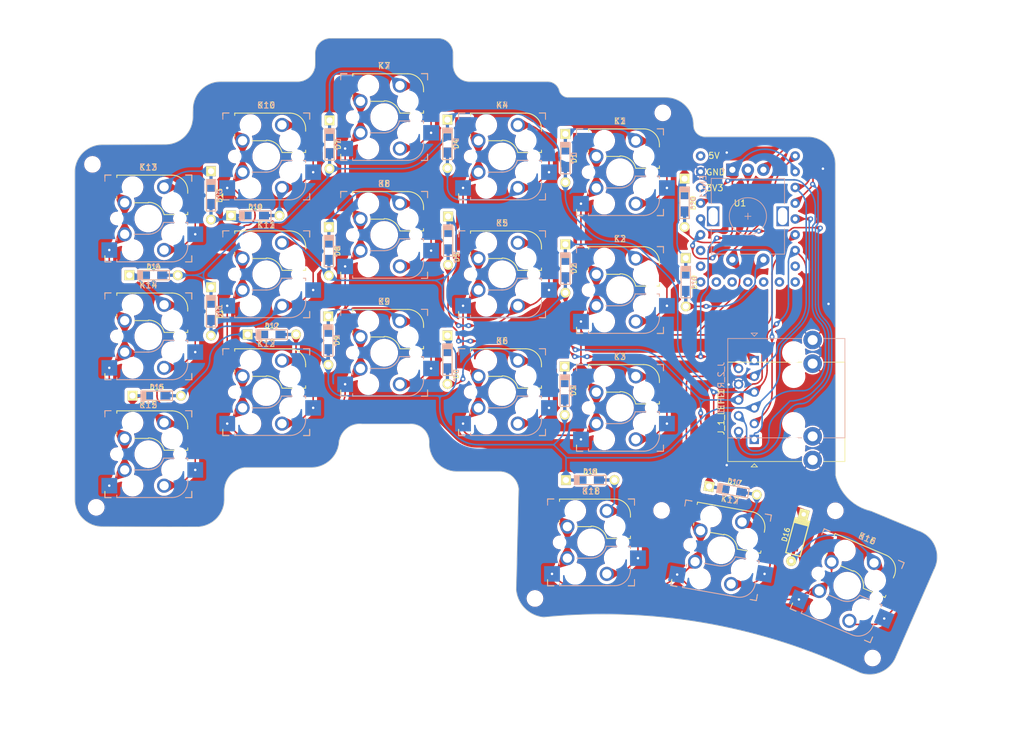
<source format=kicad_pcb>
(kicad_pcb (version 20221018) (generator pcbnew)
  (title_block (title "Cheapino") (rev "1.1") (company "Appman"))
  (layers (0 "F.Cu" signal) (31 "B.Cu" signal) (34 "B.Paste" user) (35 "F.Paste" user) (36 "B.SilkS" user "B.Silkscreen") (37 "F.SilkS" user "F.Silkscreen") (38 "B.Mask" user) (39 "F.Mask" user) (44 "Edge.Cuts" user))
  (net 0 "")
  (net 1 "ROW_1")
  (net 2 "ROW_2")
  (net 3 "ROW_3")
  (net 4 "ROW_4")
  (net 5 "Net-(D1-K)")
  (net 6 "Net-(D2-K)")
  (net 7 "REMOTE_COL_1")
  (net 8 "REMOTE_COL_2")
  (net 9 "GND")
  (net 10 "COL_1")
  (net 11 "COL_2")
  (net 12 "COL_3")
  (net 13 "REMOTE_COL_3")
  (net 14 "Net-(D3-K)")
  (net 15 "Net-(D4-A)")
  (net 16 "Net-(D5-A)")
  (net 17 "Net-(D6-A)")
  (net 18 "Net-(D7-K)")
  (net 19 "Net-(D8-K)")
  (net 20 "Net-(D9-K)")
  (net 21 "Net-(D10-A)")
  (net 22 "Net-(D11-A)")
  (net 23 "Net-(D12-A)")
  (net 24 "Net-(D13-K)")
  (net 25 "Net-(D14-K)")
  (net 26 "Net-(D15-K)")
  (net 27 "Net-(D16-A)")
  (net 28 "Net-(D17-A)")
  (net 29 "Net-(D18-A)")
  (net 30 "Net-(D19-A)")
  (net 31 "Net-(D20-A)")
  (footprint "keebio-parts:Diode-dual" (layer "F.Cu") (at 98.1 75.6 90)
    (fp_text reference "D8")
    (fp_text value "DIODE" hide)
  )
  (footprint "keebio-parts:Diode-dual" (layer "F.Cu") (at 155.6 80.6 90)
    (fp_text reference "D19")
    (fp_text value "DIODE" hide)
  )
  (footprint "MountingHole:MountingHole_2.2mm_M2_ISO7380" (layer "F.Cu") (at 131.3 131.6)
    (fp_text reference "REF**" hide)
    (fp_text value "MountingHole_2.2mm_M2_ISO7380")
  )
  (footprint "keebio-parts:Diode-dual" (layer "F.Cu") (at 70.358 98.906 180)
    (fp_text reference "D15")
    (fp_text value "DIODE" hide)
  )
  (footprint "keyswitches:Kailh_socket_MX_optional_reversible" (layer "F.Cu") (at 126 79.325)
    (fp_text reference "K5")
    (fp_text value "SW_Push")
  )
  (footprint "keebio-parts:Diode-dual" (layer "F.Cu") (at 136.2 78.4 90)
    (fp_text reference "D2")
    (fp_text value "DIODE" hide)
  )
  (footprint "MountingHole:MountingHole_2.2mm_M2_ISO7380" (layer "F.Cu") (at 151.7 117.4)
    (fp_text reference "REF**" hide)
    (fp_text value "MountingHole_2.2mm_M2_ISO7380")
  )
  (footprint "keyswitches:Kailh_socket_MX_optional_reversible" (layer "F.Cu") (at 88 98.325)
    (fp_text reference "K12")
    (fp_text value "SW_Push")
  )
  (footprint "keebio-parts:Diode-dual" (layer "F.Cu") (at 163.2 114.2 170)
    (fp_text reference "D17")
    (fp_text value "DIODE" hide)
  )
  (footprint "MountingHole:MountingHole_2.2mm_M2_ISO7380" (layer "F.Cu") (at 185.7 141.2)
    (fp_text reference "REF**" hide)
    (fp_text value "MountingHole_2.2mm_M2_ISO7380")
  )
  (footprint "Connector_RJ:RJ45_Ninigi_GE" (layer "F.Cu") (at 166.645 105.945 90)
    (fp_text reference "J_1_LEFT1")
    (fp_text value "RJ45_Shielded")
  )
  (footprint "keebio-parts:Diode-dual" (layer "F.Cu") (at 79.1 85.3 90)
    (fp_text reference "D11")
    (fp_text value "DIODE" hide)
  )
  (footprint "keebio-parts:Diode-dual" (layer "F.Cu") (at 117.3 73.9 90)
    (fp_text reference "D5")
    (fp_text value "DIODE" hide)
  )
  (footprint "keyswitches:Kailh_socket_MX_optional_reversible" (layer "F.Cu") (at 145 81.865)
    (fp_text reference "K2")
    (fp_text value "SW_Push")
  )
  (footprint "keyswitches:Kailh_socket_MX_optional_reversible" (layer "F.Cu") (at 107 72.975)
    (fp_text reference "K8")
    (fp_text value "SW_Push")
  )
  (footprint "rp2040:MCU_RP2040_Zero_34" (layer "F.Cu") (at 163.068 67.866)
    (fp_text reference "U1")
    (fp_text value "RP2040-Zero")
  )
  (footprint "keyswitches:Kailh_socket_MX_optional_reversible" (layer "F.Cu") (at 181.61 129.54 -23)
    (fp_text reference "K16")
    (fp_text value "SW_Push")
  )
  (footprint "keyswitches:Kailh_socket_MX_optional_reversible" (layer "F.Cu") (at 107 53.975)
    (fp_text reference "K7")
    (fp_text value "SW_Push")
  )
  (footprint "keyswitches:Kailh_socket_MX_optional_reversible" (layer "F.Cu") (at 145 100.865)
    (fp_text reference "K3")
    (fp_text value "SW_Push")
  )
  (footprint "keyswitches:Kailh_socket_MX_optional_reversible" (layer "F.Cu") (at 69 89.331)
    (fp_text reference "K14")
    (fp_text value "SW_Push")
  )
  (footprint "keebio-parts:Diode-dual" (layer "F.Cu") (at 98.2 58.4 90)
    (fp_text reference "D7")
    (fp_text value "DIODE" hide)
  )
  (footprint "keebio-parts:Diode-dual" (layer "F.Cu") (at 69.85 79.475 180)
    (fp_text reference "D14")
    (fp_text value "DIODE" hide)
  )
  (footprint "keebio-parts:Diode-dual" (layer "F.Cu") (at 117.2 58.3 90)
    (fp_text reference "D4")
    (fp_text value "DIODE" hide)
  )
  (footprint "keebio-parts:Diode-dual" (layer "F.Cu") (at 117.2 93.1 90)
    (fp_text reference "D6")
    (fp_text value "DIODE" hide)
  )
  (footprint "keyswitches:Kailh_socket_MX_optional_reversible" (layer "F.Cu") (at 126 98.325)
    (fp_text reference "K6")
    (fp_text value "SW_Push")
  )
  (footprint "MountingHole:MountingHole_2.2mm_M2_ISO7380" (layer "F.Cu") (at 60.6 116.9)
    (fp_text reference "REF**" hide)
    (fp_text value "MountingHole_2.2mm_M2_ISO7380")
  )
  (footprint "keebio-parts:Diode-dual" (layer "F.Cu") (at 86.233 69.85 180)
    (fp_text reference "D10")
    (fp_text value "DIODE" hide)
  )
  (footprint "keebio-parts:Diode-dual" (layer "F.Cu") (at 136.2 60.6 90)
    (fp_text reference "D1")
    (fp_text value "DIODE" hide)
  )
  (footprint "MountingHole:MountingHole_2.2mm_M2_ISO7380" (layer "F.Cu") (at 151.9 53.3)
    (fp_text reference "REF**" hide)
    (fp_text value "MountingHole_2.2mm_M2_ISO7380")
  )
  (footprint "keyswitches:Kailh_socket_MX_optional_reversible" (layer "F.Cu") (at 88 60.325)
    (fp_text reference "K10")
    (fp_text value "SW_Push")
  )
  (footprint "keyswitches:Kailh_socket_MX_optional_reversible" (layer "F.Cu") (at 107 91.975)
    (fp_text reference "K9")
    (fp_text value "SW_Push")
  )
  (footprint "keyswitches:Kailh_socket_MX_optional_reversible" (layer "F.Cu") (at 88 79.325)
    (fp_text reference "K11")
    (fp_text value "SW_Push")
  )
  (footprint "keyswitches:Kailh_socket_MX_optional_reversible" (layer "F.Cu") (at 126 60.325)
    (fp_text reference "K4")
    (fp_text value "SW_Push")
  )
  (footprint "keebio-parts:Diode-dual" (layer "F.Cu") (at 79.1 66.6 90)
    (fp_text reference "D13")
    (fp_text value "DIODE" hide)
  )
  (footprint "keyboard_parts:D_SOD123_axial" (layer "F.Cu") (at 173.6 121.8 -105)
    (fp_text reference "D16")
    (fp_text value "DIODE" hide)
  )
  (footprint "keyswitches:Kailh_socket_MX_optional_reversible" (layer "F.Cu") (at 140.335 122.555)
    (fp_text reference "K18")
    (fp_text value "SW_Push")
  )
  (footprint "keyswitches:Kailh_socket_MX_optional_reversible" (layer "F.Cu") (at 69 108.331)
    (fp_text reference "K15")
    (fp_text value "SW_Push")
  )
  (footprint "keyswitches:Kailh_socket_MX_optional_reversible" (layer "F.Cu") (at 69 70.331)
    (fp_text reference "K13")
    (fp_text value "SW_Push")
  )
  (footprint "keebio-parts:Diode-dual" (layer "F.Cu") (at 98 90 90)
    (fp_text reference "D9")
    (fp_text value "DIODE" hide)
  )
  (footprint "keebio-parts:Diode-dual" (layer "F.Cu") (at 136.1 98.1 90)
    (fp_text reference "D3")
    (fp_text value "DIODE" hide)
  )
  (footprint "keebio-parts:Diode-dual" (layer "F.Cu") (at 88.9 89.027 180)
    (fp_text reference "D12")
    (fp_text value "DIODE" hide)
  )
  (footprint "keyswitches:Kailh_socket_MX_optional_reversible" (layer "F.Cu") (at 145 62.865)
    (fp_text reference "K1")
    (fp_text value "SW_Push")
  )
  (footprint "MountingHole:MountingHole_2.2mm_M2_ISO7380" (layer "F.Cu") (at 60 61.6)
    (fp_text reference "REF**" hide)
    (fp_text value "MountingHole_2.2mm_M2_ISO7380")
  )
  (footprint "keebio-parts:Diode-dual" (layer "F.Cu") (at 155.4 67.8 90)
    (fp_text reference "D20")
    (fp_text value "DIODE" hide)
  )
  (footprint "keebio-parts:Diode-dual" (layer "F.Cu") (at 140.2 112.5 180)
    (fp_text reference "D18")
    (fp_text value "DIODE" hide)
  )
  (footprint "keyswitches:Kailh_socket_MX_optional_reversible" (layer "F.Cu") (at 161.29 123.825 -10)
    (fp_text reference "K17")
    (fp_text value "SW_Push")
  )
  (footprint "MountingHole:MountingHole_2.2mm_M2_ISO7380" (layer "F.Cu") (at 179.699617 117.456033)
    (fp_text reference "REF**" hide)
    (fp_text value "MountingHole_2.2mm_M2_ISO7380")
  )
  (footprint "Connector_RJ:RJ45_Ninigi_GE" (layer "B.Cu") (at 166.645 93.245 -90)
    (fp_text reference "J_2_RIGHT1")
    (fp_text value "RJ45_Shielded")
  )
  (footprint "Rotary_Encoder:RotaryEncoder_Alps_EC11E-Switch_Vertical_H20mm" (layer "B.Cu") (at 163.108 62.473 -90)
    (fp_text reference "ENC1")
    (fp_text value "RotaryEncoder_Switch")
  )
  (gr_line (start 76.2 52.705) (end 76.168088 53.943088) (stroke (width 0.1)) (layer "Edge.Cuts"))
  (gr_arc (start 132.715001 134.619999) (mid 129.686086 133.203914) (end 128.270001 130.174999) (stroke (width 0.1)) (layer "Edge.Cuts"))
  (gr_line (start 95.25 110.49) (end 84.455008 110.49) (stroke (width 0.1)) (layer "Edge.Cuts"))
  (gr_line (start 125.462462 111.125) (end 118.745001 111.124999) (stroke (width 0.1)) (layer "Edge.Cuts"))
  (gr_arc (start 76.2 52.705) (mid 77.50191 49.56191) (end 80.645 48.26) (stroke (width 0.1)) (layer "Edge.Cuts"))
  (gr_line (start 118.11 43.815) (end 118.125468 45.72) (stroke (width 0.1)) (layer "Edge.Cuts"))
  (gr_arc (start 193.04 120.65) (mid 195.786896 123.226503) (end 195.58 127) (stroke (width 0.1)) (layer "Edge.Cuts"))
  (gr_line (start 98.425 41.275) (end 115.920532 41.275) (stroke (width 0.1)) (layer "Edge.Cuts"))
  (gr_arc (start 185.42 117.475) (mid 181.747396 115.423368) (end 179.736912 111.728088) (stroke (width 0.1)) (layer "Edge.Cuts"))
  (gr_arc (start 95.885 43.815) (mid 96.597006 41.987006) (end 98.425 41.275) (stroke (width 0.1)) (layer "Edge.Cuts"))
  (gr_arc (start 99.695 106.68) (mid 98.177205 109.407156) (end 95.25 110.49) (stroke (width 0.1)) (layer "Edge.Cuts"))
  (gr_arc (start 76.168088 53.943088) (mid 74.866178 57.086178) (end 71.723088 58.388088) (stroke (width 0.1)) (layer "Edge.Cuts"))
  (gr_line (start 179.704999 61.595001) (end 179.736912 111.728088) (stroke (width 0.1)) (layer "Edge.Cuts"))
  (gr_line (start 76.80309 120.04691) (end 61.595 120.015) (stroke (width 0.1)) (layer "Edge.Cuts"))
  (gr_line (start 95.885 43.815) (end 95.885 45.512538) (stroke (width 0.1)) (layer "Edge.Cuts"))
  (gr_line (start 185.42 117.475) (end 193.04 120.65) (stroke (width 0.1)) (layer "Edge.Cuts"))
  (gr_arc (start 57.15 62.865) (mid 58.45191 59.72191) (end 61.595 58.42) (stroke (width 0.1)) (layer "Edge.Cuts"))
  (gr_line (start 57.15 115.57) (end 57.15 62.865) (stroke (width 0.1)) (layer "Edge.Cuts"))
  (gr_arc (start 175.259999 57.150001) (mid 178.403089 58.451911) (end 179.704999 61.595001) (stroke (width 0.1)) (layer "Edge.Cuts"))
  (gr_arc (start 158.75 57.15) (mid 157.39304 56.60196) (end 156.845 55.245) (stroke (width 0.1)) (layer "Edge.Cuts"))
  (gr_line (start 80.645 48.26) (end 93.137538 48.26) (stroke (width 0.1)) (layer "Edge.Cuts"))
  (gr_line (start 136.525 50.8) (end 152.4 50.8) (stroke (width 0.1)) (layer "Edge.Cuts"))
  (gr_arc (start 61.595 120.015) (mid 58.45191 118.71309) (end 57.15 115.57) (stroke (width 0.1)) (layer "Edge.Cuts"))
  (gr_arc (start 118.745001 111.124999) (mid 115.586582 109.825689) (end 114.25675 106.68) (stroke (width 0.1)) (layer "Edge.Cuts"))
  (gr_line (start 81.248097 114.3) (end 81.24809 115.60191) (stroke (width 0.1)) (layer "Edge.Cuts"))
  (gr_arc (start 115.920532 41.275) (mid 117.52596 42.104784) (end 118.11 43.815) (stroke (width 0.1)) (layer "Edge.Cuts"))
  (gr_line (start 195.58 127) (end 189.477795 140.97) (stroke (width 0.1)) (layer "Edge.Cuts"))
  (gr_arc (start 81.24809 115.60191) (mid 79.94618 118.745) (end 76.80309 120.04691) (stroke (width 0.1)) (layer "Edge.Cuts"))
  (gr_line (start 120.87293 48.26) (end 133.35 48.26) (stroke (width 0.1)) (layer "Edge.Cuts"))
  (gr_arc (start 81.248097 114.3) (mid 82.162819 111.798826) (end 84.455008 110.49) (stroke (width 0.1)) (layer "Edge.Cuts"))
  (gr_line (start 61.595 58.42) (end 71.723088 58.388088) (stroke (width 0.1)) (layer "Edge.Cuts"))
  (gr_arc (start 189.477795 140.97) (mid 187.028194 143.488423) (end 183.515 143.51) (stroke (width 0.1)) (layer "Edge.Cuts"))
  (gr_arc (start 152.4 50.8) (mid 155.54309 52.10191) (end 156.845 55.245) (stroke (width 0.1)) (layer "Edge.Cuts"))
  (gr_arc (start 95.885 45.512538) (mid 95.051621 47.426621) (end 93.137538 48.26) (stroke (width 0.1)) (layer "Edge.Cuts"))
  (gr_arc (start 120.87293 48.26) (mid 118.970668 47.5617) (end 118.125468 45.72) (stroke (width 0.1)) (layer "Edge.Cuts"))
  (gr_arc (start 133.35 48.26) (mid 134.589877 48.708896) (end 135.255002 49.847496) (stroke (width 0.1)) (layer "Edge.Cuts"))
  (gr_arc (start 125.462462 111.125) (mid 127.617173 111.899097) (end 128.669372 113.932538) (stroke (width 0.1)) (layer "Edge.Cuts"))
  (gr_line (start 128.669372 113.932538) (end 128.270001 130.174999) (stroke (width 0.1)) (layer "Edge.Cuts"))
  (gr_line (start 111.04984 103.47309) (end 103.47309 103.47309) (stroke (width 0.1)) (layer "Edge.Cuts"))
  (gr_arc (start 111.04984 103.47309) (mid 113.401953 104.327887) (end 114.25675 106.68) (stroke (width 0.1)) (layer "Edge.Cuts"))
  (gr_line (start 158.75 57.15) (end 175.259999 57.150001) (stroke (width 0.1)) (layer "Edge.Cuts"))
  (gr_arc (start 99.695 106.68) (mid 100.887993 104.256516) (end 103.47309 103.47309) (stroke (width 0.1)) (layer "Edge.Cuts"))
  (gr_arc (start 136.525 50.8) (mid 135.760115 50.496928) (end 135.255002 49.847496) (stroke (width 0.1)) (layer "Edge.Cuts"))
  (gr_arc (start 132.715001 134.619999) (mid 158.726548 135.57044) (end 183.515 143.51) (stroke (width 0.1)) (layer "Edge.Cuts"))
  (gr_text "3V3" (at 160.274 65.405) (layer "F.SilkS") (effects (font (size 1 1))))
  (gr_text "GND" (at 160.401 62.865) (layer "F.SilkS") (effects (font (size 1 1))))
  (gr_text "5V" (at 160.147 60.198) (layer "F.SilkS") (effects (font (size 1 1))))
  (segment (start 174.053978 76.311978) (end 173.228 75.486) (width 0.25) (layer "F.Cu") (net 1))
  (segment (start 174.988215 78.256891) (end 174.978713 78.172556) (width 0.25) (layer "F.Cu") (net 1))
  (segment (start 160.7 103.214544) (end 160.7 110.000001) (width 0.25) (layer "F.Cu") (net 1))
  (segment (start 166.322541 112) (end 162.699998 112) (width 0.25) (layer "F.Cu") (net 1))
  (segment (start 168.7 89.414052) (end 168.7 94.816895) (width 0.25) (layer "F.Cu") (net 1))
  (segment (start 160.1 101.766015) (end 160.1 98.325) (width 0.25) (layer "F.Cu") (net 1))
  (segment (start 170.2245 87.351426) (end 169.080513 88.495413) (width 0.25) (layer "F.Cu") (net 1))
  (segment (start 167.6725 97.2975) (end 166.645 98.325) (width 0.25) (layer "F.Cu") (net 1))
  (segment (start 170.170297 113.593792) (end 174.609394 118.032889) (width 0.25) (layer "F.Cu") (net 1))
  (segment (start 174.285342 76.56001) (end 174.338257 76.626363) (width 0.25) (layer "F.Cu") (net 1))
  (via (at 160.1 98.325) (size 0.8) (drill 0.4) (layers "F.Cu" "B.Cu") (net 1))
  (via (at 170.2245 87.351426) (size 0.8) (drill 0.4) (layers "F.Cu" "B.Cu") (net 1))
  (arc (start 160.7 103.214544) (mid 160.622032 102.822575) (end 160.4 102.49028) (width 0.25) (layer "F.Cu") (net 1))
  (arc (start 174.173209 76.432823) (mid 174.230846 76.495032) (end 174.285342 76.56001) (width 0.25) (layer "F.Cu") (net 1))
  (arc (start 160.1 101.766015) (mid 160.177967 102.157984) (end 160.4 102.49028) (width 0.25) (layer "F.Cu") (net 1))
  (arc (start 166.322541 112) (mid 168.404931 112.414213) (end 170.170297 113.593792) (width 0.25) (layer "F.Cu") (net 1))
  (arc (start 174.978713 78.172556) (mid 174.955011 78.004669) (end 174.921933 77.838376) (width 0.25) (layer "F.Cu") (net 1))
  (arc (start 160.7 110.000001) (mid 161.285785 111.414213) (end 162.699998 112) (width 0.25) (layer "F.Cu") (net 1))
  (arc (start 169.080513 88.495413) (mid 168.798892 88.916888) (end 168.7 89.414052) (width 0.25) (layer "F.Cu") (net 1))
  (arc (start 174.534409 76.902814) (mid 174.620554 77.04885) (end 174.698376 77.199488) (width 0.25) (layer "F.Cu") (net 1))
  (arc (start 174.698376 77.199488) (mid 174.767628 77.354251) (end 174.828094 77.512655) (width 0.25) (layer "F.Cu") (net 1))
  (arc (start 174.828094 77.512655) (mid 174.879583 77.674199) (end 174.921933 77.838376) (width 0.25) (layer "F.Cu") (net 1))
  (arc (start 174.534409 76.902814) (mid 174.440211 76.761836) (end 174.338257 76.626363) (width 0.25) (layer "F.Cu") (net 1))
  (arc (start 168.7 94.816895) (mid 168.432961 96.159388) (end 167.6725 97.2975) (width 0.25) (layer "F.Cu") (net 1))
  (arc (start 174.988215 78.256891) (mid 174.995627 78.341372) (end 174.99886 78.426117) (width 0.25) (layer "F.Cu") (net 1))
  (arc (start 174.173209 76.432823) (mid 174.113796 76.3722) (end 174.053978 76.311978) (width 0.25) (layer "F.Cu") (net 1))
  (arc (start 174.99886 78.426117) (mid 174.999714 78.510994) (end 175 78.595876) (width 0.25) (layer "F.Cu") (net 1))
  (segment (start 82.8955 70.4125) (end 82.333 69.85) (width 0.25) (layer "B.Cu") (net 1))
  (segment (start 98.2 62.865685) (end 98.2 62.3) (width 0.25) (layer "B.Cu") (net 1))
  (segment (start 143.893963 74.05) (end 144.896036 74.05) (width 0.25) (layer "B.Cu") (net 1))
  (segment (start 172.141 77.341625) (end 172.141 84.079755) (width 0.25) (layer "B.Cu") (net 1))
  (segment (start 171.18275 86.393176) (end 170.2245 87.351426) (width 0.25) (layer "B.Cu") (net 1))
  (segment (start 109.696036 62.3) (end 98.2 62.3) (width 0.25) (layer "B.Cu") (net 1))
  (segment (start 117.146966 57.103033) (end 113.543792 60.706207) (width 0.25) (layer "B.Cu") (net 1))
  (segment (start 140.046207 72.456207) (end 137.653104 70.063104) (width 0.25) (layer "B.Cu") (net 1))
  (segment (start 82.008 70.175) (end 82.333 69.85) (width 0.25) (layer "B.Cu") (net 1))
  (segment (start 152.706207 79.606207) (end 148.743792 75.643792) (width 0.25) (layer "B.Cu") (net 1))
  (segment (start 136.2 66.555) (end 136.2 64.5) (width 0.25) (layer "B.Cu") (net 1))
  (segment (start 117.2 56.975) (end 117.2 56.9) (width 0.25) (layer "B.Cu") (net 1))
  (segment (start 97.8 63.831369) (end 90.950503 70.680866) (width 0.25) (layer "B.Cu") (net 1))
  (segment (start 172.6845 76.0295) (end 173.228 75.486) (width 0.25) (layer "B.Cu") (net 1))
  (segment (start 131.363792 54.963792) (end 134.382182 57.982182) (width 0.25) (layer "B.Cu") (net 1))
  (segment (start 118.958319 53.37) (end 127.516036 53.37) (width 0.25) (layer "B.Cu") (net 1))
  (segment (start 154.3 83.453963) (end 154.3 90.271036) (width 0.25) (layer "B.Cu") (net 1))
  (segment (start 160.1 98.325) (end 166.645 98.325) (width 0.25) (layer "B.Cu") (net 1))
  (segment (start 90.240401 70.975) (end 84.253495 70.975) (width 0.25) (layer "B.Cu") (net 1))
  (segment (start 81.22338 70.5) (end 79.1 70.5) (width 0.25) (layer "B.Cu") (net 1))
  (segment (start 135.16 59.86) (end 135.16 60.224608) (width 0.25) (layer "B.Cu") (net 1))
  (segment (start 135.68 61.48) (end 136.2 62) (width 0.25) (layer "B.Cu") (net 1))
  (segment (start 160.1 98.325) (end 155.893792 94.118792) (width 0.25) (layer "B.Cu") (net 1))
  (segment (start 117.715 53.885) (end 117.2 54.4) (width 0.25) (layer "B.Cu") (net 1))
  (arc (start 172.141 77.341625) (mid 172.282251 76.631508) (end 172.6845 76.0295) (width 0.25) (layer "B.Cu") (net 1))
  (arc (start 134.382182 57.982182) (mid 134.957851 58.843732) (end 135.16 59.86) (width 0.25) (layer "B.Cu") (net 1))
  (arc (start 143.893963 74.05) (mid 141.811572 73.635786) (end 140.046207 72.456207) (width 0.25) (layer "B.Cu") (net 1))
  (arc (start 117.146966 57.103033) (mid 117.186216 57.04429) (end 117.2 56.975) (width 0.25) (layer "B.Cu") (net 1))
  (arc (start 82.008 70.175) (mid 81.648013 70.415535) (end 81.22338 70.5) (width 0.25) (layer "B.Cu") (net 1))
  (arc (start 144.896036 74.05) (mid 146.978426 74.464213) (end 148.743792 75.643792) (width 0.25) (layer "B.Cu") (net 1))
  (arc (start 90.240401 70.975) (mid 90.624705 70.898557) (end 90.950503 70.680866) (width 0.25) (layer "B.Cu") (net 1))
  (arc (start 135.68 61.48) (mid 135.295143 60.904021) (end 135.16 60.224608) (width 0.25) (layer "B.Cu") (net 1))
  (arc (start 152.706207 79.606207) (mid 153.885786 81.371572) (end 154.3 83.453963) (width 0.25) (layer "B.Cu") (net 1))
  (arc (start 97.8 63.831369) (mid 98.096043 63.388309) (end 98.2 62.865685) (width 0.25) (layer "B.Cu") (net 1))
  (arc (start 136.2 66.555) (mid 136.577649 68.453572) (end 137.653104 70.063104) (width 0.25) (layer "B.Cu") (net 1))
  (arc (start 171.18275 86.393176) (mid 171.891958 85.331769) (end 172.141 84.079755) (width 0.25) (layer "B.Cu") (net 1))
  (arc (start 113.543792 60.706207) (mid 111.778426 61.885786) (end 109.696036 62.3) (width 0.25) (layer "B.Cu") (net 1))
  (arc (start 84.253495 70.975) (mid 83.518553 70.828811) (end 82.8955 70.4125) (width 0.25) (layer "B.Cu") (net 1))
  (arc (start 117.715 53.885) (mid 118.285439 53.503844) (end 118.958319 53.37) (width 0.25) (layer "B.Cu") (net 1))
  (arc (start 131.363792 54.963792) (mid 129.598426 53.784213) (end 127.516036 53.37) (width 0.25) (layer "B.Cu") (net 1))
  (arc (start 154.3 90.271036) (mid 154.714213 92.353426) (end 155.893792 94.118792) (width 0.25) (layer "B.Cu") (net 1))
  (segment (start 167.9 89.322371) (end 167.9 95.859313) (width 0.25) (layer "F.Cu") (net 2))
  (segment (start 159.35925 106.119988) (end 159.35925 113.522772) (width 0.25) (layer "F.Cu") (net 2))
  (segment (start 164.105 99.345) (end 164.105 99.595) (width 0.25) (layer "F.Cu") (net 2))
  (segment (start 169.5 85.45963) (end 169.5 79.310093) (width 0.25) (layer "F.Cu") (net 2))
  (segment (start 167.418198 96.681801) (end 167.659099 96.4409) (width 0.25) (layer "F.Cu") (net 2))
  (segment (start 136.2 88.768629) (end 136.2 82.3) (width 0.25) (layer "F.Cu") (net 2))
  (segment (start 171.693 75.349326) (end 170.75 76.292327) (width 0.25) (layer "F.Cu") (net 2))
  (segment (start 158.000561 101.700561) (end 158.000561 102.839822) (width 0.25) (layer "F.Cu") (net 2))
  (segment (start 137.8 91.5) (end 137 90.7) (width 0.25) (layer "F.Cu") (net 2))
  (segment (start 172.306999 73.867) (end 173.228 72.946) (width 0.25) (layer "F.Cu") (net 2))
  (segment (start 164.281776 98.918223) (end 165.881801 97.318198) (width 0.25) (layer "F.Cu") (net 2))
  (via (at 137.8 91.5) (size 0.8) (drill 0.4) (layers "F.Cu" "B.Cu") (net 2))
  (via (at 158.000561 101.700561) (size 0.8) (drill 0.4) (layers "F.Cu" "B.Cu") (net 2))
  (arc (start 171.693 75.349326) (mid 171.920213 75.009277) (end 172 74.608163) (width 0.25) (layer "F.Cu") (net 2))
  (arc (start 158.679905 104.479905) (mid 158.177116 103.727428) (end 158.000561 102.839822) (width 0.25) (layer "F.Cu") (net 2))
  (arc (start 166.65 97) (mid 166.234253 97.082696) (end 165.881801 97.318198) (width 0.25) (layer "F.Cu") (net 2))
  (arc (start 166.65 97) (mid 167.065745 96.917302) (end 167.418198 96.681801) (width 0.25) (layer "F.Cu") (net 2))
  (arc (start 164.281776 98.918223) (mid 164.150942 99.11403) (end 164.105 99.345) (width 0.25) (layer "F.Cu") (net 2))
  (arc (start 159.35925 106.119988) (mid 159.182693 105.232381) (end 158.679905 104.479905) (width 0.25) (layer "F.Cu") (net 2))
  (arc (start 169.5 85.45963) (mid 169.292086 86.50488) (end 168.7 87.391001) (width 0.25) (layer "F.Cu") (net 2))
  (arc (start 167.9 95.859313) (mid 167.837391 96.174065) (end 167.659099 96.4409) (width 0.25) (layer "F.Cu") (net 2))
  (arc (start 136.2 88.768629) (mid 136.407913 89.813879) (end 137 90.7) (width 0.25) (layer "F.Cu") (net 2))
  (arc (start 172.306999 73.867) (mid 172.079786 74.207048) (end 172 74.608163) (width 0.25) (layer "F.Cu") (net 2))
  (arc (start 170.75 76.292327) (mid 169.824864 77.676889) (end 169.5 79.310093) (width 0.25) (layer "F.Cu") (net 2))
  (arc (start 168.7 87.391001) (mid 168.107913 88.277121) (end 167.9 89.322371) (width 0.25) (layer "F.Cu") (net 2))
  (segment (start 92.193792 73.593792) (end 98.1 79.5) (width 0.25) (layer "B.Cu") (net 2))
  (segment (start 117.95 70.65) (end 117.3 70) (width 0.25) (layer "B.Cu") (net 2))
  (segment (start 116.390992 82.819195) (end 116.390992 81.862003) (width 0.25) (layer "B.Cu") (net 2))
  (segment (start 118.6 77.469866) (end 118.6 72.219238) (width 0.25) (layer "B.Cu") (net 2))
  (segment (start 158.015 100.640561) (end 158.015 101.675912) (width 0.25) (layer "B.Cu") (net 2))
  (segment (start 157.275676 98.855676) (end 151.513792 93.093792) (width 0.25) (layer "B.Cu") (net 2))
  (segment (start 114.828987 80.299999) (end 99.465683 80.299999) (width 0.25) (layer "B.Cu") (net 2))
  (segment (start 129.946036 86.3) (end 119.18594 86.3) (width 0.25) (layer "B.Cu") (net 2))
  (segment (start 133.793792 84.706207) (end 136.2 82.3) (width 0.25) (layer "B.Cu") (net 2))
  (segment (start 79.1 81.3) (end 79.1 81.4) (width 0.25) (layer "B.Cu") (net 2))
  (segment (start 117.895466 85.765467) (end 117.410496 85.280496) (width 0.25) (layer "B.Cu") (net 2))
  (segment (start 78.2375 80.3375) (end 79.029289 81.129289) (width 0.25) (layer "B.Cu") (net 2))
  (segment (start 86.572022 72) (end 88.346036 72) (width 0.25) (layer "B.Cu") (net 2))
  (segment (start 76.15524 79.475) (end 73.75 79.475) (width 0.25) (layer "B.Cu") (net 2))
  (segment (start 118.160799 78.530192) (end 117.495496 79.195495) (width 0.25) (layer "B.Cu") (net 2))
  (segment (start 137.8 91.5) (end 147.666036 91.5) (width 0.25) (layer "B.Cu") (net 2))
  (segment (start 159.060561 99.595) (end 164.105 99.595) (width 0.25) (layer "B.Cu") (net 2))
  (segment (start 158.000561 101.700561) (end 158.00778 101.693341) (width 0.25) (layer "B.Cu") (net 2))
  (segment (start 98.499999 79.899999) (end 98.1 79.5) (width 0.25) (layer "B.Cu") (net 2))
  (segment (start 78.237499 78.612499) (end 83.632344 73.217654) (width 0.25) (layer "B.Cu") (net 2))
  (arc (start 99.465683 80.299999) (mid 98.943058 80.196042) (end 98.499999 79.899999) (width 0.25) (layer "B.Cu") (net 2))
  (arc (start 147.666036 91.5) (mid 149.748426 91.914213) (end 151.513792 93.093792) (width 0.25) (layer "B.Cu") (net 2))
  (arc (start 159.060561 99.595) (mid 158.321237 99.901237) (end 158.015 100.640561) (width 0.25) (layer "B.Cu") (net 2))
  (arc (start 117.495496 79.195495) (mid 116.678043 80.418899) (end 116.390992 81.862003) (width 0.25) (layer "B.Cu") (net 2))
  (arc (start 118.6 77.469866) (mid 118.485855 78.04371) (end 118.160799 78.530192) (width 0.25) (layer "B.Cu") (net 2))
  (arc (start 158.015 100.640561) (mid 157.822855 99.674588) (end 157.275676 98.855676) (width 0.25) (layer "B.Cu") (net 2))
  (arc (start 92.193792 73.593792) (mid 90.428426 72.414213) (end 88.346036 72) (width 0.25) (layer "B.Cu") (net 2))
  (arc (start 83.632344 73.217654) (mid 84.98108 72.316458) (end 86.572022 72) (width 0.25) (layer "B.Cu") (net 2))
  (arc (start 78.237499 78.612499) (mid 77.28215 79.250843) (end 76.15524 79.475) (width 0.25) (layer "B.Cu") (net 2))
  (arc (start 133.793792 84.706207) (mid 132.028426 85.885786) (end 129.946036 86.3) (width 0.25) (layer "B.Cu") (net 2))
  (arc (start 78.2375 80.3375) (mid 77.88024 79.474999) (end 78.237499 78.612499) (width 0.25) (layer "B.Cu") (net 2))
  (arc (start 79.1 81.3) (mid 79.081622 81.207611) (end 79.029289 81.129289) (width 0.25) (layer "B.Cu") (net 2))
  (arc (start 116.390992 82.819195) (mid 116.655952 84.151241) (end 117.410496 85.280496) (width 0.25) (layer "B.Cu") (net 2))
  (arc (start 158.015 101.675912) (mid 158.013123 101.685344) (end 158.00778 101.693341) (width 0.25) (layer "B.Cu") (net 2))
  (arc (start 159.060561 99.595) (mid 158.094588 99.402855) (end 157.275676 98.855676) (width 0.25) (layer "B.Cu") (net 2))
  (arc (start 114.828987 80.299999) (mid 115.933491 80.757499) (end 116.390992 81.862003) (width 0.25) (layer "B.Cu") (net 2))
  (arc (start 78.2375 80.3375) (mid 77.282151 79.699156) (end 76.15524 79.475) (width 0.25) (layer "B.Cu") (net 2))
  (arc (start 114.828987 80.299999) (mid 116.272091 80.012947) (end 117.495496 79.195495) (width 0.25) (layer "B.Cu") (net 2))
  (arc (start 117.895466 85.765467) (mid 118.48754 86.161079) (end 119.18594 86.3) (width 0.25) (layer "B.Cu") (net 2))
  (arc (start 117.95 70.65) (mid 118.43107 71.369972) (end 118.6 72.219238) (width 0.25) (layer "B.Cu") (net 2))
  (segment (start 175.7245 70.4) (end 173.238242 70.4) (width 0.25) (layer "F.Cu") (net 3))
  (segment (start 173.231 70.403) (end 173.228 70.406) (width 0.25) (layer "F.Cu") (net 3))
  (via (at 175.7245 70.4) (size 0.8) (drill 0.4) (layers "F.Cu" "B.Cu") (net 3))
  (arc (start 173.238242 70.4) (mid 173.234322 70.400779) (end 173.231 70.403) (width 0.25) (layer "F.Cu") (net 3))
  (segment (start 136.1 103.795492) (end 136.1 102) (width 0.25) (layer "B.Cu") (net 3))
  (segment (start 100.40702 98.93) (end 115.47 98.93) (width 0.25) (layer "B.Cu") (net 3))
  (segment (start 117.323553 98.576446) (end 117.784999 98.114999) (width 0.25) (layer "B.Cu") (net 3))
  (segment (start 117.2 89.725) (end 117.2 89.2) (width 0.25) (layer "B.Cu") (net 3))
  (segment (start 116.47 98.93) (end 115.47 98.93) (width 0.25) (layer "B.Cu") (net 3))
  (segment (start 115.97 99.43) (end 115.97 100.885) (width 0.25) (layer "B.Cu") (net 3))
  (segment (start 155.162859 105.562859) (end 155.023099 105.702618) (width 0.25) (layer "B.Cu") (net 3))
  (segment (start 154.883339 105.842377) (end 154.743579 105.982136) (width 0.25) (layer "B.Cu") (net 3))
  (segment (start 154.743579 105.982136) (end 154.603819 106.121895) (width 0.25) (layer "B.Cu") (net 3))
  (segment (start 122.183963 106.8) (end 134.28 106.8) (width 0.25) (layer "B.Cu") (net 3))
  (segment (start 136.308 108.901343) (end 136.308 108.8575) (width 0.25) (layer "B.Cu") (net 3))
  (segment (start 98 96.522979) (end 98 93.9) (width 0.25) (layer "B.Cu") (net 3))
  (segment (start 117.352393 104.222393) (end 118.336207 105.206207) (width 0.25) (layer "B.Cu") (net 3))
  (segment (start 78.028844 95.135155) (end 74.258 98.906) (width 0.25) (layer "B.Cu") (net 3))
  (segment (start 175.7245 70.4) (end 175.86225 70.53775) (width 0.25) (layer "B.Cu") (net 3))
  (segment (start 136.313656 108.907) (end 149.564756 108.907) (width 0.25) (layer "B.Cu") (net 3))
  (segment (start 89.050964 91.4) (end 93.732233 91.4) (width 0.25) (layer "B.Cu") (net 3))
  (segment (start 153.412512 107.313207) (end 154.3243 106.401414) (width 0.25) (layer "B.Cu") (net 3))
  (segment (start 155.302619 105.4231) (end 155.162859 105.562859) (width 0.25) (layer "B.Cu") (net 3))
  (segment (start 169.156207 98.353792) (end 166.645 100.865) (width 0.25) (layer "B.Cu") (net 3))
  (segment (start 155.302619 105.4231) (end 155.442378 105.283341) (width 0.25) (layer "B.Cu") (net 3))
  (segment (start 154.743579 105.982136) (end 154.603819 106.121895) (width 0.25) (layer "B.Cu") (net 3))
  (segment (start 136.272998 108.772998) (end 134.314142 106.814142) (width 0.25) (layer "B.Cu") (net 3))
  (segment (start 166.645 100.865) (end 162.114683 100.865) (width 0.25) (layer "B.Cu") (net 3))
  (segment (start 135.22 105.92) (end 134.354142 106.785857) (width 0.25) (layer "B.Cu") (net 3))
  (segment (start 175.5 84.046036) (end 175.5 70.783245) (width 0.25) (layer "B.Cu") (net 3))
  (segment (start 171.450413 90.349587) (end 173.906206 87.893792) (width 0.25) (layer "B.Cu") (net 3))
  (segment (start 155.302619 105.4231) (end 158.266927 102.458792) (width 0.25) (layer "B.Cu") (net 3))
  (segment (start 155.023099 105.702618) (end 154.883339 105.842377) (width 0.25) (layer "B.Cu") (net 3))
  (segment (start 118.6 96.147415) (end 118.6 92.639949) (width 0.25) (layer "B.Cu") (net 3))
  (segment (start 136.3 108.920656) (end 136.3 112.5) (width 0.25) (layer "B.Cu") (net 3))
  (segment (start 155.162859 105.562859) (end 155.023099 105.702618) (width 0.25) (layer "B.Cu") (net 3))
  (segment (start 154.883339 105.842377) (end 154.743579 105.982136) (width 0.25) (layer "B.Cu") (net 3))
  (segment (start 154.3243 106.401414) (end 154.603819 106.121895) (width 0.25) (layer "B.Cu") (net 3))
  (segment (start 155.023099 105.702618) (end 154.883339 105.842377) (width 0.25) (layer "B.Cu") (net 3))
  (segment (start 86.1865 90.2135) (end 85 89.027) (width 0.25) (layer "B.Cu") (net 3))
  (segment (start 117.571231 90.621231) (end 117.9 90.95) (width 0.25) (layer "B.Cu") (net 3))
  (segment (start 98 93.9) (end 96.75 92.65) (width 0.25) (layer "B.Cu") (net 3))
  (segment (start 170.75 94.506036) (end 170.75 92.040534) (width 0.25) (layer "B.Cu") (net 3))
  (segment (start 85 89.027) (end 83.3365 89.027) (width 0.25) (layer "B.Cu") (net 3))
  (segment (start 175.7245 70.4) (end 175.61225 70.51225) (width 0.25) (layer "B.Cu") (net 3))
  (segment (start 79.771155 90.928844) (end 80.496727 90.203272) (width 0.25) (layer "B.Cu") (net 3))
  (segment (start 155.302619 105.4231) (end 155.162859 105.562859) (width 0.25) (layer "B.Cu") (net 3))
  (segment (start 134.32 106.8) (end 134.28 106.8) (width 0.25) (layer "B.Cu") (net 3))
  (segment (start 154.603819 106.121895) (end 154.3243 106.401414) (width 0.25) (layer "B.Cu") (net 3))
  (arc (start 83.3365 89.027) (mid 81.799626 89.332703) (end 80.496727 90.203272) (width 0.25) (layer "B.Cu") (net 3))
  (arc (start 116.47 98.93) (mid 116.116446 99.076446) (end 115.97 99.43) (width 0.25) (layer "B.Cu") (net 3))
  (arc (start 169.156207 98.353792) (mid 170.335786 96.588426) (end 170.75 94.506036) (width 0.25) (layer "B.Cu") (net 3))
  (arc (start 134.32 106.8) (mid 134.338477 106.796324) (end 134.354142 106.785857) (width 0.25) (layer "B.Cu") (net 3))
  (arc (start 153.412512 107.313207) (mid 151.647146 108.492786) (end 149.564756 108.907) (width 0.25) (layer "B.Cu") (net 3))
  (arc (start 136.308 108.901343) (mid 136.309656 108.905343) (end 136.313656 108.907) (width 0.25) (layer "B.Cu") (net 3))
  (arc (start 117.784999 98.114999) (mid 118.388188 97.212264) (end 118.6 96.147415) (width 0.25) (layer "B.Cu") (net 3))
  (arc (start 117.9 90.95) (mid 118.418075 91.725355) (end 118.6 92.639949) (width 0.25) (layer "B.Cu") (net 3))
  (arc (start 117.352393 104.222393) (mid 116.329272 102.691184) (end 115.97 100.885) (width 0.25) (layer "B.Cu") (net 3))
  (arc (start 154.883339 105.842377) (mid 154.883339 105.842377) (end 154.883339 105.842377) (width 0.25) (layer "B.Cu") (net 3))
  (arc (start 98.705 98.225) (mid 99.485893 98.746776) (end 100.40702 98.93) (width 0.25) (layer "B.Cu") (net 3))
  (arc (start 136.304 108.911) (mid 136.30696 108.906569) (end 136.308 108.901343) (width 0.25) (layer "B.Cu") (net 3))
  (arc (start 78.9 93.032) (mid 79.126405 91.89378) (end 79.771155 90.928844) (width 0.25) (layer "B.Cu") (net 3))
  (arc (start 78.9 93.032) (mid 78.673593 94.170219) (end 78.028844 95.135155) (width 0.25) (layer "B.Cu") (net 3))
  (arc (start 136.304 108.911) (mid 136.301039 108.91543) (end 136.3 108.920656) (width 0.25) (layer "B.Cu") (net 3))
  (arc (start 136.1 103.795492) (mid 135.871295 104.945267) (end 135.22 105.92) (width 0.25) (layer "B.Cu") (net 3))
  (arc (start 122.183963 106.8) (mid 120.101572 106.385786) (end 118.336207 105.206207) (width 0.25) (layer "B.Cu") (net 3))
  (arc (start 155.302619 105.4231) (mid 155.302618 105.4231) (end 155.302619 105.4231) (width 0.25) (layer "B.Cu") (net 3))
  (arc (start 158.266927 102.458792) (mid 160.032292 101.279213) (end 162.114683 100.865) (width 0.25) (layer "B.Cu") (net 3))
  (arc (start 175.5 84.046036) (mid 175.085786 86.128426) (end 173.906206 87.893792) (width 0.25) (layer "B.Cu") (net 3))
  (arc (start 98.705 98.225) (mid 98.183223 97.444106) (end 98 96.522979) (width 0.25) (layer "B.Cu") (net 3))
  (arc (start 117.571231 90.621231) (mid 117.296479 90.210036) (end 117.2 89.725) (width 0.25) (layer "B.Cu") (net 3))
  (arc (start 136.272998 108.772998) (mid 136.298903 108.811767) (end 136.308 108.8575) (width 0.25) (layer "B.Cu") (net 3))
  (arc (start 175.61225 70.51225) (mid 175.529172 70.636583) (end 175.5 70.783245) (width 0.25) (layer "B.Cu") (net 3))
  (arc (start 117.323553 98.576446) (mid 116.931939 98.838114) (end 116.47 98.93) (width 0.25) (layer "B.Cu") (net 3))
  (arc (start 154.743579 105.982136) (mid 154.743579 105.982136) (end 154.743579 105.982136) (width 0.25) (layer "B.Cu") (net 3))
  (arc (start 154.603819 106.121895) (mid 154.603819 106.121895) (end 154.603819 106.121895) (width 0.25) (layer "B.Cu") (net 3))
  (arc (start 155.162859 105.562859) (mid 155.162859 105.562859) (end 155.162859 105.562859) (width 0.25) (layer "B.Cu") (net 3))
  (arc (start 171.450413 90.349587) (mid 170.932031 91.1254) (end 170.75 92.040534) (width 0.25) (layer "B.Cu") (net 3))
  (arc (start 136.304 108.911) (mid 136.30843 108.908039) (end 136.313656 108.907) (width 0.25) (layer "B.Cu") (net 3))
  (arc (start 134.32 106.8) (mid 134.312346 106.805113) (end 134.314142 106.814142) (width 0.25) (layer "B.Cu") (net 3))
  (arc (start 93.732233 91.4) (mid 95.365436 91.724864) (end 96.75 92.65) (width 0.25) (layer "B.Cu") (net 3))
  (arc (start 115.97 99.43) (mid 115.823553 99.076446) (end 115.47 98.93) (width 0.25) (layer "B.Cu") (net 3))
  (arc (start 155.023099 105.702618) (mid 155.023099 105.702618) (end 155.023099 105.702618) (width 0.25) (layer "B.Cu") (net 3))
  (arc (start 86.1865 90.2135) (mid 87.500727 91.091638) (end 89.050964 91.4) (width 0.25) (layer "B.Cu") (net 3))
  (arc (start 134.314142 106.814142) (mid 134.298477 106.803675) (end 134.28 106.8) (width 0.25) (layer "B.Cu") (net 3))
  (segment (start 155.4 61.172792) (end 155.4 63.9) (width 0.25) (layer "F.Cu") (net 4))
  (segment (start 175.647 65.447) (end 173.228 67.866) (width 0.25) (layer "F.Cu") (net 4))
  (segment (start 176.1 60.83137) (end 176.1 64.353361) (width 0.25) (layer "F.Cu") (net 4))
  (segment (start 173.368629 58.1) (end 158.472792 58.1) (width 0.25) (layer "F.Cu") (net 4))
  (segment (start 155.4 63.9) (end 154.749932 64.550068) (width 0.25) (layer "F.Cu") (net 4))
  (via (at 176.034098 64.8) (size 0.8) (drill 0.4) (layers "F.Cu" "B.Cu") (net 4))
  (arc (start 175.3 58.9) (mid 175.892086 59.78612) (end 176.1 60.83137) (width 0.25) (layer "F.Cu") (net 4))
  (arc (start 175.3 58.9) (mid 174.413879 58.307913) (end 173.368629 58.1) (width 0.25) (layer "F.Cu") (net 4))
  (arc (start 176.1 64.353361) (mid 175.982269 64.945234) (end 175.647 65.447) (width 0.25) (layer "F.Cu") (net 4))
  (arc (start 158.472792 58.1) (mid 157.296885 58.333902) (end 156.3 59) (width 0.25) (layer "F.Cu") (net 4))
  (arc (start 155.4 61.172792) (mid 155.633902 59.996885) (end 156.3 59) (width 0.25) (layer "F.Cu") (net 4))
  (segment (start 176.471412 65.237314) (end 176.034098 64.8) (width 0.25) (layer "B.Cu") (net 4))
  (segment (start 178.65 93.496036) (end 178.65 89.411853) (width 0.25) (layer "B.Cu") (net 4))
  (segment (start 166.594974 107.8) (end 166.951471 107.8) (width 0.25) (layer "B.Cu") (net 4))
  (segment (start 154.4 70.858578) (end 154.4 65.607106) (width 0.25) (layer "B.Cu") (net 4))
  (segment (start 165.4 106.605025) (end 165.4 104.345703) (width 0.25) (layer "B.Cu") (net 4))
  (segment (start 169.92116 102.224875) (end 172.396036 99.75) (width 0.25) (layer "B.Cu") (net 4))
  (segment (start 176.5 71.933648) (end 176.5 84.221294) (width 0.25) (layer "B.Cu") (net 4))
  (segment (start 169 105.751471) (end 169 104.448753) (width 0.25) (layer "B.Cu") (net 4))
  (segment (start 154.9 64.4) (end 155.4 63.9) (width 0.25) (layer "B.Cu") (net 4))
  (segment (start 154.2 74.31005) (end 154.2 71.341421) (width 0.25) (layer "B.Cu") (net 4))
  (segment (start 176.243792 98.156207) (end 177.056206 97.343792) (width 0.25) (layer "B.Cu") (net 4))
  (segment (start 164.7525 102.7825) (end 164.105 102.135) (width 0.25) (layer "B.Cu") (net 4))
  (segment (start 176.908727 70.946894) (end 176.908727 66.293085) (width 0.25) (layer "B.Cu") (net 4))
  (segment (start 154.9 76) (end 155.6 76.7) (width 0.25) (layer "B.Cu") (net 4))
  (arc (start 178.65 93.496036) (mid 178.235786 95.578426) (end 177.056206 97.343792) (width 0.25) (layer "B.Cu") (net 4))
  (arc (start 154.3 71.1) (mid 154.225989 71.210764) (end 154.2 71.341421) (width 0.25) (layer "B.Cu") (net 4))
  (arc (start 176.5 71.933648) (mid 176.553112 71.666634) (end 176.704363 71.440271) (width 0.25) (layer "B.Cu") (net 4))
  (arc (start 154.9 64.4) (mid 154.529945 64.953825) (end 154.4 65.607106) (width 0.25) (layer "B.Cu") (net 4))
  (arc (start 166.951471 107.8) (mid 167.735409 107.644065) (end 168.4 107.2) (width 0.25) (layer "B.Cu") (net 4))
  (arc (start 164.7525 102.7825) (mid 165.23172 103.499703) (end 165.4 104.345703) (width 0.25) (layer "B.Cu") (net 4))
  (arc (start 177.575 86.816574) (mid 178.370616 88.007298) (end 178.65 89.411853) (width 0.25) (layer "B.Cu") (net 4))
  (arc (start 154.2 74.31005) (mid 154.381924 75.224644) (end 154.9 76) (width 0.25) (layer "B.Cu") (net 4))
  (arc (start 169.92116 102.224875) (mid 169.239401 103.245199) (end 169 104.448753) (width 0.25) (layer "B.Cu") (net 4))
  (arc (start 176.908727 70.946894) (mid 176.855614 71.213907) (end 176.704363 71.440271) (width 0.25) (layer "B.Cu") (net 4))
  (arc (start 176.243792 98.156207) (mid 174.478426 99.335786) (end 172.396036 99.75) (width 0.25) (layer "B.Cu") (net 4))
  (arc (start 165.4 106.605025) (mid 165.490962 107.062322) (end 165.75 107.45) (width 0.25) (layer "B.Cu") (net 4))
  (arc (start 154.3 71.1) (mid 154.37401 70.989234) (end 154.4 70.858578) (width 0.25) (layer "B.Cu") (net 4))
  (arc (start 177.575 86.816574) (mid 176.779383 85.625849) (end 176.5 84.221294) (width 0.25) (layer "B.Cu") (net 4))
  (arc (start 169 105.751471) (mid 168.844065 106.535409) (end 168.4 107.2) (width 0.25) (layer "B.Cu") (net 4))
  (arc (start 166.594974 107.8) (mid 166.137677 107.709037) (end 165.75 107.45) (width 0.25) (layer "B.Cu") (net 4))
  (arc (start 176.471412 65.237314) (mid 176.795072 65.721706) (end 176.908727 66.293085) (width 0.25) (layer "B.Cu") (net 4))
  (segment (start 148.78 67.945) (end 147.54 67.945) (width 0.25) (layer "F.Cu") (net 5))
  (segment (start 150.896812 67.068187) (end 152.56 65.405) (width 0.25) (layer "F.Cu") (net 5))
  (segment (start 148.78 57.785) (end 147.54 57.785) (width 0.25) (layer "F.Cu") (net 5))
  (segment (start 152.56 60.325) (end 152.56 65.405) (width 0.25) (layer "F.Cu") (net 5))
  (segment (start 152.56 60.325) (end 150.896812 58.661812) (width 0.25) (layer "F.Cu") (net 5))
  (via (at 152.56 65.405) (size 0.8) (drill 0.4) (layers "F.Cu" "B.Cu") (net 5))
  (arc (start 150.896812 67.068187) (mid 149.92561 67.717123) (end 148.78 67.945) (width 0.25) (layer "F.Cu") (net 5))
  (arc (start 148.78 57.785) (mid 149.92561 58.012876) (end 150.896812 58.661812) (width 0.25) (layer "F.Cu") (net 5))
  (segment (start 146.6025 56.8475) (end 147.54 57.785) (width 0.25) (layer "B.Cu") (net 5))
  (segment (start 136.595 56.305) (end 136.2 56.7) (width 0.25) (layer "B.Cu") (net 5))
  (segment (start 137.548614 55.91) (end 144.339174 55.91) (width 0.25) (layer "B.Cu") (net 5))
  (arc (start 137.548614 55.91) (mid 137.032521 56.012657) (end 136.595 56.305) (width 0.25) (layer "B.Cu") (net 5))
  (arc (start 144.339174 55.91) (mid 145.564077 56.153648) (end 146.6025 56.8475) (width 0.25) (layer "B.Cu") (net 5))
  (segment (start 152.56 79.325) (end 150.896812 77.661812) (width 0.25) (layer "F.Cu") (net 6))
  (segment (start 148.78 76.785) (end 147.54 76.785) (width 0.25) (layer "F.Cu") (net 6))
  (segment (start 152.56 79.325) (end 152.56 84.405) (width 0.25) (layer "F.Cu") (net 6))
  (segment (start 150.896812 86.068187) (end 152.56 84.405) (width 0.25) (layer "F.Cu") (net 6))
  (segment (start 148.78 86.945) (end 147.54 86.945) (width 0.25) (layer "F.Cu") (net 6))
  (via (at 152.56 84.405) (size 0.8) (drill 0.4) (layers "F.Cu" "B.Cu") (net 6))
  (arc (start 148.78 76.785) (mid 149.92561 77.012876) (end 150.896812 77.661812) (width 0.25) (layer "F.Cu") (net 6))
  (arc (start 150.896812 86.068187) (mid 149.92561 86.717123) (end 148.78 86.945) (width 0.25) (layer "F.Cu") (net 6))
  (segment (start 146.3975 75.6425) (end 147.54 76.785) (width 0.25) (layer "B.Cu") (net 6))
  (segment (start 143.639261 74.5) (end 136.2 74.5) (width 0.25) (layer "B.Cu") (net 6))
  (arc (start 146.3975 75.6425) (mid 145.132009 74.796926) (end 143.639261 74.5) (width 0.25) (layer "B.Cu") (net 6))
  (segment (start 158.363799 67.866) (end 157.988 67.866) (width 0.25) (layer "F.Cu") (net 7))
  (segment (start 159.005328 67.600269) (end 162.378759 64.226839) (width 0.25) (layer "F.Cu") (net 7))
  (via (at 162.378759 64.226839) (size 0.8) (drill 0.4) (layers "F.Cu" "B.Cu") (net 7))
  (arc (start 158.363799 67.866) (mid 158.710991 67.796938) (end 159.005328 67.600269) (width 0.25) (layer "F.Cu") (net 7))
  (segment (start 173.11294 98.09751) (end 174.45133 98.09751) (width 0.25) (layer "B.Cu") (net 7))
  (segment (start 176.506206 96.893792) (end 175.904347 97.495651) (width 0.25) (layer "B.Cu") (net 7))
  (segment (start 176 84.393045) (end 176 71.832607) (width 0.25) (layer "B.Cu") (net 7))
  (segment (start 169.426834 99.624344) (end 168.742565 100.308614) (width 0.25) (layer "B.Cu") (net 7))
  (segment (start 167.9 103.534314) (end 167.9 102.342747) (width 0.25) (layer "B.Cu") (net 7))
  (segment (start 176.458727 70.725143) (end 176.458727 68.46802) (width 0.25) (layer "B.Cu") (net 7))
  (segment (start 162.442178 64.163419) (end 162.378759 64.226839) (width 0.25) (layer "B.Cu") (net 7))
  (segment (start 166.645 105.1275) (end 166.645 105.945) (width 0.25) (layer "B.Cu") (net 7))
  (segment (start 162.595286 64.1) (end 173.040149 64.1) (width 0.25) (layer "B.Cu") (net 7))
  (segment (start 175.179363 65.379363) (end 174.508022 64.708016) (width 0.25) (layer "B.Cu") (net 7))
  (segment (start 167.499999 104.499999) (end 167.260866 104.739133) (width 0.25) (layer "B.Cu") (net 7))
  (segment (start 178.1 93.046036) (end 178.1 89.462894) (width 0.25) (layer "B.Cu") (net 7))
  (arc (start 166.645 105.1275) (mid 166.711633 104.966633) (end 166.8725 104.9) (width 0.25) (layer "B.Cu") (net 7))
  (arc (start 174.508022 64.708016) (mid 173.834557 64.258018) (end 173.040149 64.1) (width 0.25) (layer "B.Cu") (net 7))
  (arc (start 162.595286 64.1) (mid 162.512424 64.116482) (end 162.442178 64.163419) (width 0.25) (layer "B.Cu") (net 7))
  (arc (start 175.179363 65.379363) (mid 176.126231 66.796451) (end 176.458727 68.46802) (width 0.25) (layer "B.Cu") (net 7))
  (arc (start 167.499999 104.499999) (mid 167.796043 104.056939) (end 167.9 103.534314) (width 0.25) (layer "B.Cu") (net 7))
  (arc (start 177.05 86.92797) (mid 176.272886 85.764936) (end 176 84.393045) (width 0.25) (layer "B.Cu") (net 7))
  (arc (start 166.8725 104.9) (mid 167.082682 104.858192) (end 167.260866 104.739133) (width 0.25) (layer "B.Cu") (net 7))
  (arc (start 176.229363 71.278875) (mid 176.059609 71.532929) (end 176 71.832607) (width 0.25) (layer "B.Cu") (net 7))
  (arc (start 168.742565 100.308614) (mid 168.118975 101.241882) (end 167.9 102.342747) (width 0.25) (layer "B.Cu") (net 7))
  (arc (start 176.458727 70.725143) (mid 176.399117 71.02482) (end 176.229363 71.278875) (width 0.25) (layer "B.Cu") (net 7))
  (arc (start 175.904347 97.495651) (mid 175.237697 97.941091) (end 174.45133 98.09751) (width 0.25) (layer "B.Cu") (net 7))
  (arc (start 177.05 86.92797) (mid 177.827113 88.091003) (end 178.1 89.462894) (width 0.25) (layer "B.Cu") (net 7))
  (arc (start 176.506206 96.893792) (mid 177.685786 95.128426) (end 178.1 93.046036) (width 0.25) (layer "B.Cu") (net 7))
  (arc (start 169.426834 99.624344) (mid 171.118034 98.494321) (end 173.11294 98.09751) (width 0.25) (layer "B.Cu") (net 7))
  (segment (start 177.284616 71.884617) (end 177.243273 71.843274) (width 0.25) (layer "F.Cu") (net 8))
  (segment (start 171.868704 72.362299) (end 167.362299 72.362299) (width 0.25) (layer "F.Cu") (net 8))
  (segment (start 177.143462 71.801931) (end 173.221553 71.801931) (width 0.25) (layer "F.Cu") (net 8))
  (via (at 177.284616 71.884617) (size 0.8) (drill 0.4) (layers "F.Cu" "B.Cu") (net 8))
  (via (at 167.362299 72.362299) (size 0.8) (drill 0.4) (layers "F.Cu" "B.Cu") (net 8))
  (arc (start 171.868704 72.362299) (mid 172.234782 72.289481) (end 172.545129 72.082115) (width 0.25) (layer "F.Cu") (net 8))
  (arc (start 172.545129 72.082115) (mid 172.855474 71.874748) (end 173.221553 71.801931) (width 0.25) (layer "F.Cu") (net 8))
  (arc (start 177.243273 71.843274) (mid 177.197479 71.812675) (end 177.143462 71.801931) (width 0.25) (layer "F.Cu") (net 8))
  (segment (start 157.988 70.8045) (end 157.988 70.406) (width 0.25) (layer "B.Cu") (net 8))
  (segment (start 177.506207 97.693792) (end 175.636395 99.563603) (width 0.25) (layer "B.Cu") (net 8))
  (segment (start 164.105 106.018586) (end 164.105 104.675) (width 0.25) (layer "B.Cu") (net 8))
  (segment (start 167.362299 72.362299) (end 159.967047 72.362299) (width 0.25) (layer "B.Cu") (net 8))
  (segment (start 169.289949 107.41005) (end 169.633273 107.066726) (width 0.25) (layer "B.Cu") (net 8))
  (segment (start 177.117308 72.051925) (end 177.284616 71.884617) (width 0.25) (layer "B.Cu") (net 8))
  (segment (start 171.829814 101.570185) (end 172.563603 100.836395) (width 0.25) (layer "B.Cu") (net 8))
  (segment (start 176.95 84.034898) (end 176.95 72.455842) (width 0.25) (layer "B.Cu") (net 8))
  (segment (start 177.284616 71.884617) (end 177.284919 71.884617) (width 0.25) (layer "B.Cu") (net 8))
  (segment (start 179.1 93.846036) (end 179.1 89.225457) (width 0.25) (layer "B.Cu") (net 8))
  (segment (start 158.567649 71.782649) (end 158.269782 71.484782) (width 0.25) (layer "B.Cu") (net 8))
  (segment (start 170.8 104.056382) (end 170.8 104.25) (width 0.25) (layer "B.Cu") (net 8))
  (segment (start 166.9 108.4) (end 166.486413 108.4) (width 0.25) (layer "B.Cu") (net 8))
  (arc (start 166.9 108.4) (mid 168.193431 108.14272) (end 169.289949 107.41005) (width 0.25) (layer "B.Cu") (net 8))
  (arc (start 158.269782 71.484782) (mid 158.061232 71.172665) (end 157.988 70.8045) (width 0.25) (layer "B.Cu") (net 8))
  (arc (start 175.636395 99.563603) (mid 174.931491 100.034605) (end 174.1 100.2) (width 0.25) (layer "B.Cu") (net 8))
  (arc (start 177.117308 72.051925) (mid 176.993481 72.237243) (end 176.95 72.455842) (width 0.25) (layer "B.Cu") (net 8))
  (arc (start 172.563603 100.836395) (mid 173.268508 100.365393) (end 174.1 100.2) (width 0.25) (layer "B.Cu") (net 8))
  (arc (start 158.567649 71.782649) (mid 159.209698 72.211652) (end 159.967047 72.362299) (width 0.25) (layer "B.Cu") (net 8))
  (arc (start 164.8025 107.7025) (mid 165.575086 108.218725) (end 166.486413 108.4) (width 0.25) (layer "B.Cu") (net 8))
  (arc (start 171.829814 101.570185) (mid 171.067639 102.710862) (end 170.8 104.056382) (width 0.25) (layer "B.Cu") (net 8))
  (arc (start 164.8025 107.7025) (mid 164.286274 106.929913) (end 164.105 106.018586) (width 0.25) (layer "B.Cu") (net 8))
  (arc (start 176.95 84.034898) (mid 177.229383 85.439453) (end 178.025 86.630178) (width 0.25) (layer "B.Cu") (net 8))
  (arc (start 169.633273 107.066726) (mid 170.496777 105.774401) (end 170.8 104.25) (width 0.25) (layer "B.Cu") (net 8))
  (arc (start 178.025 86.630178) (mid 178.820616 87.820902) (end 179.1 89.225457) (width 0.25) (layer "B.Cu") (net 8))
  (arc (start 179.1 93.846036) (mid 178.685786 95.928426) (end 177.506207 97.693792) (width 0.25) (layer "B.Cu") (net 8))
  (segment (start 162.5 96.65) (end 162.5 97.1) (width 0.25) (layer "F.Cu") (net 9))
  (segment (start 162.85 96.3) (end 162.5 96.65) (width 0.25) (layer "F.Cu") (net 9))
  (segment (start 164.105 97.055) (end 163.35 96.3) (width 0.25) (layer "F.Cu") (net 9))
  (segment (start 163.35 96.3) (end 162.85 96.3) (width 0.25) (layer "F.Cu") (net 9))
  (via (at 162.5 97.1) (size 0.8) (drill 0.4) (layers "F.Cu" "B.Cu") (net 9))
  (via (at 162.2 110.1) (size 0.8) (drill 0.4) (layers "F.Cu" "B.Cu") (net 9))
  (via (at 178.6 84.1) (size 0.8) (drill 0.4) (layers "F.Cu" "B.Cu") (net 9))
  (via (at 162.2 59.7) (size 0.8) (drill 0.4) (layers "F.Cu" "B.Cu") (net 9))
  (via (at 177.7 62.3) (size 0.8) (drill 0.4) (layers "F.Cu" "B.Cu") (net 9))
  (segment (start 119.71 93.198125) (end 119.71 93.201875) (width 0.25) (layer "F.Cu") (net 10))
  (segment (start 141.19 103.405) (end 141.19 98.325) (width 0.25) (layer "F.Cu") (net 10))
  (segment (start 122.19 100.865) (end 119.731213 103.323786) (width 0.25) (layer "F.Cu") (net 10))
  (segment (start 138.71 76.738125) (end 138.71 76.741875) (width 0.25) (layer "F.Cu") (net 10))
  (segment (start 138.71 95.747968) (end 138.71 95.745155) (width 0.25) (layer "F.Cu") (net 10))
  (segment (start 138.71 57.815) (end 138.71 57.785) (width 0.25) (layer "F.Cu") (net 10))
  (segment (start 119.71 93.085156) (end 119.71 93.104843) (width 0.25) (layer "F.Cu") (net 10))
  (segment (start 119.71 93.273593) (end 119.71 93.274531) (width 0.25) (layer "F.Cu") (net 10))
  (segment (start 119.71 74.203281) (end 119.71 74.204218) (width 0.25) (layer "F.Cu") (net 10))
  (segment (start 119.71 55.275) (end 119.71 55.245) (width 0.25) (layer "F.Cu") (net 10))
  (segment (start 138.71 95.809375) (end 138.71 95.810781) (width 0.25) (layer "F.Cu") (net 10))
  (segment (start 138.71 76.747968) (end 138.71 76.752656) (width 0.25) (layer "F.Cu") (net 10))
  (segment (start 138.71 76.798125) (end 138.71 76.801875) (width 0.25) (layer "F.Cu") (net 10))
  (segment (start 119.71 93.254843) (end 119.71 93.255781) (width 0.25) (layer "F.Cu") (net 10))
  (segment (start 138.71 95.738125) (end 138.71 95.741875) (width 0.25) (layer "F.Cu") (net 10))
  (segment (start 138.731213 57.866213) (end 141.19 60.325) (width 0.25) (layer "F.Cu") (net 10))
  (segment (start 138.71 95.744218) (end 138.71 95.745155) (width 0.25) (layer "F.Cu") (net 10))
  (segment (start 138.71 76.813593) (end 138.71 76.814531) (width 0.25) (layer "F.Cu") (net 10))
  (segment (start 138.71 95.743281) (end 138.71 95.744218) (width 0.25) (layer "F.Cu") (net 10))
  (segment (start 119.71 74.194375) (end 119.71 74.198125) (width 0.25) (layer "F.Cu") (net 10))
  (segment (start 138.71 95.625156) (end 138.71 95.644843) (width 0.25) (layer "F.Cu") (net 10))
  (segment (start 141.19 65.405) (end 141.19 60.325) (width 0.25) (layer "F.Cu") (net 10))
  (segment (start 138.71 105.945) (end 138.3775 105.6125) (width 0.25) (layer "F.Cu") (net 10))
  (segment (start 138.71 76.795781) (end 138.71 76.796719) (width 0.25) (layer "F.Cu") (net 10))
  (segment (start 119.71 93.005) (end 119.71 93.065) (width 0.25) (layer "F.Cu") (net 10))
  (segment (start 119.71 93.255781) (end 119.71 93.256719) (width 0.25) (layer "F.Cu") (net 10))
  (segment (start 138.71 76.644843) (end 138.71 76.66453) (width 0.25) (layer "F.Cu") (net 10))
  (segment (start 138.71 76.676719) (end 138.71 76.685625) (width 0.25) (layer "F.Cu") (net 10))
  (segment (start 138.71 95.811718) (end 138.71 95.812655) (width 0.25) (layer "F.Cu") (net 10))
  (segment (start 122.19 95.785) (end 119.731213 93.326213) (width 0.25) (layer "F.Cu") (net 10))
  (segment (start 119.71 93.145625) (end 119.71 93.136719) (width 0.25) (layer "F.Cu") (net 10))
  (segment (start 119.71 74.203281) (end 119.71 74.201875) (width 0.25) (layer "F.Cu") (net 10))
  (segment (start 138.731213 76.866213) (end 141.19 79.325) (width 0.25) (layer "F.Cu") (net 10))
  (segment (start 138.71 76.787343) (end 138.71 76.79203) (width 0.25) (layer "F.Cu") (net 10))
  (segment (start 119.71 74.207968) (end 119.71 74.205155) (width 0.25) (layer "F.Cu") (net 10))
  (segment (start 156.775 89.1) (end 156.9 89.1) (width 0.25) (layer "F.Cu") (net 10))
  (segment (start 119.71 93.271718) (end 119.71 93.272655) (width 0.25) (layer "F.Cu") (net 10))
  (segment (start 119.71 93.134843) (end 119.71 93.135781) (width 0.25) (layer "F.Cu") (net 10))
  (segment (start 119.71 74.258125) (end 119.71 74.261875) (width 0.25) (layer "F.Cu") (net 10))
  (segment (start 119.71 93.254843) (end 119.71 93.25203) (width 0.25) (layer "F.Cu") (net 10))
  (segment (start 119.71 74.272655) (end 119.71 74.273593) (width 0.25) (layer "F.Cu") (net 10))
  (segment (start 138.71 95.711875) (end 138.71 95.715625) (width 0.25) (layer "F.Cu") (net 10))
  (segment (start 171.476792 61.997207) (end 173.228 60.246) (width 0.25) (layer "F.Cu") (net 10))
  (segment (start 138.71 95.752656) (end 138.71 95.757344) (width 0.25) (layer "F.Cu") (net 10))
  (segment (start 119.71 93.275) (end 119.71 93.274531) (width 0.25) (layer "F.Cu") (net 10))
  (segment (start 119.71 74.085156) (end 119.71 74.104843) (width 0.25) (layer "F.Cu") (net 10))
  (segment (start 156.775 89.1) (end 156.65 89.1) (width 0.25) (layer "F.Cu") (net 10))
  (segment (start 119.71 93.204218) (end 119.71 93.205155) (width 0.25) (layer "F.Cu") (net 10))
  (segment (start 138.71 95.747968) (end 138.71 95.752656) (width 0.25) (layer "F.Cu") (net 10))
  (segment (start 119.71 74.254843) (end 119.71 74.25203) (width 0.25) (layer "F.Cu") (net 10))
  (segment (start 138.71 76.794843) (end 138.71 76.795781) (width 0.25) (layer "F.Cu") (net 10))
  (segment (start 119.71 93.272655) (end 119.71 93.273593) (width 0.25) (layer "F.Cu") (net 10))
  (segment (start 119.71 74.207968) (end 119.71 74.212656) (width 0.25) (layer "F.Cu") (net 10))
  (segment (start 119.71 74.273593) (end 119.71 74.274531) (width 0.25) (layer "F.Cu") (net 10))
  (segment (start 138.71 76.726875) (end 138.71 76.730625) (width 0.25) (layer "F.Cu") (net 10))
  (segment (start 119.71 93.207968) (end 119.71 93.212656) (width 0.25) (layer "F.Cu") (net 10))
  (segment (start 138.731213 95.866213) (end 141.19 98.325) (width 0.25) (layer "F.Cu") (net 10))
  (segment (start 138.71 76.782656) (end 138.71 76.787343) (width 0.25) (layer "F.Cu") (net 10))
  (segment (start 138.71 95.814531) (end 138.71 95.815) (width 0.25) (layer "F.Cu") (net 10))
  (segment (start 138.71 95.813593) (end 138.71 95.812655) (width 0.25) (layer "F.Cu") (net 10))
  (segment (start 157.025 89.1) (end 160.246036 89.1) (width 0.25) (layer "F.Cu") (net 10))
  (segment (start 119.71 74.135781) (end 119.71 74.136719) (width 0.25) (layer "F.Cu") (net 10))
  (segment (start 138.71 95.794843) (end 138.71 95.79203) (width 0.25) (layer "F.Cu") (net 10))
  (segment (start 119.71 74.217344) (end 119.71 74.2225) (width 0.25) (layer "F.Cu") (net 10))
  (segment (start 138.71 95.711875) (end 138.71 95.704375) (width 0.25) (layer "F.Cu") (net 10))
  (segment (start 138.71 76.7625) (end 138.71 76.757344) (width 0.25) (layer "F.Cu") (net 10))
  (segment (start 138.71 76.7775) (end 138.71 76.782656) (width 0.25) (layer "F.Cu") (net 10))
  (segment (start 119.71 74.065) (end 119.71 74.085156) (width 0.25) (layer "F.Cu") (net 10))
  (segment (start 119.71 93.12453) (end 119.71 93.134843) (width 0.25) (layer "F.Cu") (net 10))
  (segment (start 157.025 89.1) (end 156.9 89.1) (width 0.25) (layer "F.Cu") (net 10))
  (segment (start 138.71 95.7775) (end 138.71 95.782656) (width 0.25) (layer "F.Cu") (net 10))
  (segment (start 119.71 93.261875) (end 119.71 93.265625) (width 0.25) (layer "F.Cu") (net 10))
  (segment (start 138.71 95.734375) (end 138.71 95.738125) (width 0.25) (layer "F.Cu") (net 10))
  (segment (start 138.71 95.741875) (end 138.71 95.743281) (width 0.25) (layer "F.Cu") (net 10))
  (segment (start 138.71 76.810781) (end 138.71 76.811718) (width 0.25) (layer "F.Cu") (net 10))
  (segment (start 122.19 57.785) (end 122.19 62.865) (width 0.25) (layer "F.Cu") (net 10))
  (segment (start 138.71 76.66453) (end 138.71 76.674843) (width 0.25) (layer "F.Cu") (net 10))
  (segment (start 119.71 93.212656) (end 119.71 93.217344) (width 0.25) (layer "F.Cu") (net 10))
  (segment (start 138.71 76.805625) (end 138.71 76.809375) (width 0.25) (layer "F.Cu") (net 10))
  (segment (start 119.71 74.270781) (end 119.71 74.269375) (width 0.25) (layer "F.Cu") (net 10))
  (segment (start 119.71 74.212656) (end 119.71 74.217344) (width 0.25) (layer "F.Cu") (net 10))
  (segment (start 138.71 76.726875) (end 138.71 76.719375) (width 0.25) (layer "F.Cu") (net 10))
  (segment (start 119.71 74.198125) (end 119.71 74.201875) (width 0.25) (layer "F.Cu") (net 10))
  (segment (start 119.71 93.171875) (end 119.71 93.164375) (width 0.25) (layer "F.Cu") (net 10))
  (segment (start 119.71 74.134843) (end 119.71 74.12453) (width 0.25) (layer "F.Cu") (net 10))
  (segment (start 157.025 89.1) (end 156.9 89.1) (width 0.25) (layer "F.Cu") (net 10))
  (segment (start 138.71 95.798125) (end 138.71 95.801875) (width 0.25) (layer "F.Cu") (net 10))
  (segment (start 138.71 67.945) (end 138.71 67.915) (width 0.25) (layer "F.Cu") (net 10))
  (segment (start 119.71 93.190625) (end 119.71 93.194375) (width 0.25) (layer "F.Cu") (net 10))
  (segment (start 138.71 76.625156) (end 138.71 76.644843) (width 0.25) (layer "F.Cu") (net 10))
  (segment (start 119.71 65.405) (end 119.71 65.375) (width 0.25) (layer "F.Cu") (net 10))
  (segment (start 138.71 95.787343) (end 138.71 95.79203) (width 0.25) (layer "F.Cu") (net 10))
  (segment (start 119.71 74.190625) (end 119.71 74.194375) (width 0.25) (layer "F.Cu") (net 10))
  (segment (start 138.71 88.0225) (end 138.71 86.945) (width 0.25) (layer "F.Cu") (net 10))
  (segment (start 119.71 74.258125) (end 119.71 74.256719) (width 0.25) (layer "F.Cu") (net 10))
  (segment (start 119.71 84.405) (end 119.71 84.375) (width 0.25) (layer "F.Cu") (net 10))
  (segment (start 138.71 76.711875) (end 138.71 76.715625) (width 0.25) (layer "F.Cu") (net 10))
  (segment (start 119.71 74.254843) (end 119.71 74.255781) (width 0.25) (layer "F.Cu") (net 10))
  (segment (start 119.71 93.005) (end 119.71 84.405) (width 0.25) (layer "F.Cu") (net 10))
  (segment (start 119.71 74.005) (end 119.71 65.405) (width 0.25) (layer "F.Cu") (net 10))
  (segment (start 119.71 74.265625) (end 119.71 74.269375) (width 0.25) (layer "F.Cu") (net 10))
  (segment (start 138.71 76.685625) (end 138.71 76.704375) (width 0.25) (layer "F.Cu") (net 10))
  (segment (start 138.71 95.545) (end 138.71 90.1775) (width 0.25) (layer "F.Cu") (net 10))
  (segment (start 138.71 76.545) (end 138.71 76.605) (width 0.25) (layer "F.Cu") (net 10))
  (segment (start 119.71 93.247343) (end 119.71 93.25203) (width 0.25) (layer "F.Cu") (net 10))
  (segment (start 138.71 76.734375) (end 138.71 76.738125) (width 0.25) (layer "F.Cu") (net 10))
  (segment (start 119.71 74.171875) (end 119.71 74.175625) (width 0.25) (layer "F.Cu") (net 10))
  (segment (start 138.71 76.715625) (end 138.71 76.719375) (width 0.25) (layer "F.Cu") (net 10))
  (segment (start 119.71 93.135781) (end 119.71 93.136719) (width 0.25) (layer "F.Cu") (net 10))
  (segment (start 138.71 76.625156) (end 138.71 76.605) (width 0.25) (layer "F.Cu") (net 10))
  (segment (start 138.71 90.1775) (end 138.71 88.0225) (width 0.25) (layer "F.Cu") (net 10))
  (segment (start 163.704 77.569) (end 163.108 76.973) (width 0.25) (layer "F.Cu") (net 10))
  (segment (start 119.71 93.203281) (end 119.71 93.201875) (width 0.25) (layer "F.Cu") (net 10))
  (segment (start 119.71 93.207968) (end 119.71 93.205155) (width 0.25) (layer "F.Cu") (net 10))
  (segment (start 138.71 95.782656) (end 138.71 95.787343) (width 0.25) (layer "F.Cu") (net 10))
  (segment (start 119.71 74.2225) (end 119.71 74.2375) (width 0.25) (layer "F.Cu") (net 10))
  (segment (start 138.71 76.711875) (end 138.71 76.704375) (width 0.25) (layer "F.Cu") (net 10))
  (segment (start 119.71 93.104843) (end 119.71 93.12453) (width 0.25) (layer "F.Cu") (net 10))
  (segment (start 119.71 93.265625) (end 119.71 93.269375) (width 0.25) (layer "F.Cu") (net 10))
  (segment (start 119.71 74.104843) (end 119.71 74.12453) (width 0.25) (layer "F.Cu") (net 10))
  (segment (start 119.71 74.175625) (end 119.71 74.179375) (width 0.25) (layer "F.Cu") (net 10))
  (segment (start 119.71 74.261875) (end 119.71 74.265625) (width 0.25) (layer "F.Cu") (net 10))
  (segment (start 119.71 93.242656) (end 119.71 93.2375) (width 0.25) (layer "F.Cu") (net 10))
  (segment (start 156.4 89.1) (end 156.15 89.1) (width 0.25) (layer "F.Cu") (net 10))
  (segment (start 138.71 95.795781) (end 138.71 95.796719) (width 0.25) (layer "F.Cu") (net 10))
  (segment (start 119.71 93.171875) (end 119.71 93.175625) (width 0.25) (layer "F.Cu") (net 10))
  (segment (start 156.525 89.1) (end 156.65 89.1) (width 0.25) (layer "F.Cu") (net 10))
  (segment (start 168.289207 70.410792) (end 163.596262 75.103737) (width 0.25) (layer "F.Cu") (net 10))
  (segment (start 138.71 95.726875) (end 138.71 95.730625) (width 0.25) (layer "F.Cu") (net 10))
  (segment (start 119.71 93.175625) (end 119.71 93.179375) (width 0.25) (layer "F.Cu") (net 10))
  (segment (start 119.71 74.186875) (end 119.71 74.190625) (width 0.25) (layer "F.Cu") (net 10))
  (segment (start 164.3 79.007871) (end 164.3 80.0575) (width 0.25) (layer "F.Cu") (net 10))
  (segment (start 119.71 93.194375) (end 119.71 93.198125) (width 0.25) (layer "F.Cu") (net 10))
  (segment (start 138.71 95.794843) (end 138.71 95.795781) (width 0.25) (layer "F.Cu") (net 10))
  (segment (start 156.4 89.1) (end 156.525 89.1) (width 0.25) (layer "F.Cu") (net 10))
  (segment (start 119.71 74.145625) (end 119.71 74.136719) (width 0.25) (layer "F.Cu") (net 10))
  (segment (start 169.883 65.844963) (end 169.883 66.563036) (width 0.25) (layer "F.Cu") (net 10))
  (segment (start 138.71 76.741875) (end 138.71 76.743281) (width 0.25) (layer "F.Cu") (net 10))
  (segment (start 138.71 76.744218) (end 138.71 76.745155) (width 0.25) (layer "F.Cu") (net 10))
  (segment (start 164.093792 90.693792) (end 166.645 93.245) (width 0.25) (layer "F.Cu") (net 10))
  (segment (start 119.71 74.242656) (end 119.71 74.247343) (width 0.25) (layer "F.Cu") (net 10))
  (segment (start 138.71 95.545) (end 138.71 95.605) (width 0.25) (layer "F.Cu") (net 10))
  (segment (start 138.71 76.747968) (end 138.71 76.745155) (width 0.25) (layer "F.Cu") (net 10))
  (segment (start 138.71 76.812655) (end 138.71 76.813593) (width 0.25) (layer "F.Cu") (net 10))
  (segment (start 119.71 74.005) (end 119.71 74.065) (width 0.25) (layer "F.Cu") (net 10))
  (segment (start 156.525 89.1) (end 156.65 89.1) (width 0.25) (layer "F.Cu") (net 10))
  (segment (start 138.71 76.675781) (end 138.71 76.676719) (width 0.25) (layer "F.Cu") (net 10))
  (segment (start 119.71 93.145625) (end 119.71 93.164375) (width 0.25) (layer "F.Cu") (net 10))
  (segment (start 119.71 74.134843) (end 119.71 74.135781) (width 0.25) (layer "F.Cu") (net 10))
  (segment (start 138.71 95.813593) (end 138.71 95.814531) (width 0.25) (layer "F.Cu") (net 10))
  (segment (start 119.71 93.270781) (end 119.71 93.271718) (width 0.25) (layer "F.Cu") (net 10))
  (segment (start 138.71 95.674843) (end 138.71 95.675781) (width 0.25) (layer "F.Cu") (net 10))
  (segment (start 138.71 76.796719) (end 138.71 76.798125) (width 0.25) (layer "F.Cu") (net 10))
  (segment (start 122.19 95.785) (end 122.19 100.865) (width 0.25) (layer "F.Cu") (net 10))
  (segment (start 119.71 93.256719) (end 119.71 93.258125) (width 0.25) (layer "F.Cu") (net 10))
  (segment (start 119.731213 55.326213) (end 122.19 57.785) (width 0.25) (layer "F.Cu") (net 10))
  (segment (start 141.19 65.405) (end 138.731213 67.863786) (width 0.25) (layer "F.Cu") (net 10))
  (segment (start 138.71 95.7625) (end 138.71 95.757344) (width 0.25) (layer "F.Cu") (net 10))
  (segment (start 119.71 74.274531) (end 119.71 74.275) (width 0.25) (layer "F.Cu") (net 10))
  (segment (start 119.71 74.145625) (end 119.71 74.164375) (width 0.25) (layer "F.Cu") (net 10))
  (segment (start 119.71 93.186875) (end 119.71 93.190625) (width 0.25) (layer "F.Cu") (net 10))
  (segment (start 138.71 95.810781) (end 138.71 95.811718) (width 0.25) (layer "F.Cu") (net 10))
  (segment (start 119.71 93.203281) (end 119.71 93.204218) (width 0.25) (layer "F.Cu") (net 10))
  (segment (start 138.71 95.801875) (end 138.71 95.805625) (width 0.25) (layer "F.Cu") (net 10))
  (segment (start 138.71 86.915) (end 138.71 86.945) (width 0.25) (layer "F.Cu") (net 10))
  (segment (start 119.71 74.204218) (end 119.71 74.205155) (width 0.25) (layer "F.Cu") (net 10))
  (segment (start 138.71 95.625156) (end 138.71 95.605) (width 0.25) (layer "F.Cu") (net 10))
  (segment (start 138.71 105.945) (end 138.71 105.915) (width 0.25) (layer "F.Cu") (net 10))
  (segment (start 119.71 93.186875) (end 119.71 93.179375) (width 0.25) (layer "F.Cu") (net 10))
  (segment (start 156.775 89.1) (end 156.65 89.1) (width 0.25) (layer "F.Cu") (net 10))
  (segment (start 119.71 93.085156) (end 119.71 93.065) (width 0.25) (layer "F.Cu") (net 10))
  (segment (start 141.19 84.405) (end 138.731213 86.863786) (width 0.25) (layer "F.Cu") (net 10))
  (segment (start 119.71 93.2225) (end 119.71 93.2375) (width 0.25) (layer "F.Cu") (net 10))
  (segment (start 138.71 95.675781) (end 138.71 95.676719) (width 0.25) (layer "F.Cu") (net 10))
  (segment (start 138.71 95.685625) (end 138.71 95.704375) (width 0.25) (layer "F.Cu") (net 10))
  (segment (start 138.71 76.809375) (end 138.71 76.810781) (width 0.25) (layer "F.Cu") (net 10))
  (segment (start 138.71 76.730625) (end 138.71 76.734375) (width 0.25) (layer "F.Cu") (net 10))
  (segment (start 138.71 76.674843) (end 138.71 76.675781) (width 0.25) (layer "F.Cu") (net 10))
  (segment (start 119.71 74.242656) (end 119.71 74.2375) (width 0.25) (layer "F.Cu") (net 10))
  (segment (start 162.9618 83.288199) (end 157.238388 89.011611) (width 0.25) (layer "F.Cu") (net 10))
  (segment (start 138.71 76.801875) (end 138.71 76.805625) (width 0.25) (layer "F.Cu") (net 10))
  (segment (start 138.71 76.545) (end 138.71 67.945) (width 0.25) (layer "F.Cu") (net 10))
  (segment (start 138.71 95.685625) (end 138.71 95.676719) (width 0.25) (layer "F.Cu") (net 10))
  (segment (start 119.71 74.255781) (end 119.71 74.256719) (width 0.25) (layer "F.Cu") (net 10))
  (segment (start 119.71 74.179375) (end 119.71 74.186875) (width 0.25) (layer "F.Cu") (net 10))
  (segment (start 138.71 95.796719) (end 138.71 95.798125) (width 0.25) (layer "F.Cu") (net 10))
  (segment (start 138.71 95.805625) (end 138.71 95.809375) (width 0.25) (layer "F.Cu") (net 10))
  (segment (start 138.71 76.743281) (end 138.71 76.744218) (width 0.25) (layer "F.Cu") (net 10))
  (segment (start 119.71 103.405) (end 119.71 103.375) (width 0.25) (layer "F.Cu") (net 10))
  (segment (start 138.71 95.730625) (end 138.71 95.734375) (width 0.25) (layer "F.Cu") (net 10))
  (segment (start 138.71 76.79203) (end 138.71 76.794843) (width 0.25) (layer "F.Cu") (net 10))
  (segment (start 122.19 81.865) (end 122.19 76.785) (width 0.25) (layer "F.Cu") (net 10))
  (segment (start 137.574773 105.28) (end 121.024472 105.28) (width 0.25) (layer "F.Cu") (net 10))
  (segment (start 163.596257 77.461257) (end 163.754 77.619) (width 0.25) (layer "F.Cu") (net 10))
  (segment (start 141.19 103.405) (end 138.731213 105.863786) (width 0.25) (layer "F.Cu") (net 10))
  (segment (start 138.71 76.7625) (end 138.71 76.7775) (width 0.25) (layer "F.Cu") (net 10))
  (segment (start 138.71 95.66453) (end 138.71 95.674843) (width 0.25) (layer "F.Cu") (net 10))
  (segment (start 138.71 95.7625) (end 138.71 95.7775) (width 0.25) (layer "F.Cu") (net 10))
  (segment (start 138.71 95.726875) (end 138.71 95.719375) (width 0.25) (layer "F.Cu") (net 10))
  (segment (start 119.71 103.965527) (end 119.71 103.405) (width 0.25) (layer "F.Cu") (net 10))
  (segment (start 119.71 74.271718) (end 119.71 74.272655) (width 0.25) (layer "F.Cu") (net 10))
  (segment (start 119.71 93.270781) (end 119.71 93.269375) (width 0.25) (layer "F.Cu") (net 10))
  (segment (start 119.71 93.242656) (end 119.71 93.247343) (width 0.25) (layer "F.Cu") (net 10))
  (segment (start 119.71 93.217344) (end 119.71 93.2225) (width 0.25) (layer "F.Cu") (net 10))
  (segment (start 138.71 95.715625) (end 138.71 95.719375) (width 0.25) (layer "F.Cu") (net 10))
  (segment (start 138.71 76.752656) (end 138.71 76.757344) (width 0.25) (layer "F.Cu") (net 10))
  (segment (start 119.731213 65.323786) (end 122.19 62.865) (width 0.25) (layer "F.Cu") (net 10))
  (segment (start 156.4 89.1) (end 156.525 89.1) (width 0.25) (layer "F.Cu") (net 10))
  (segment (start 156.15 89.1) (end 156.4 89.1) (width 0.25) (layer "F.Cu") (net 10))
  (segment (start 119.71 74.247343) (end 119.71 74.25203) (width 0.25) (layer "F.Cu") (net 10))
  (segment (start 138.71 76.815) (end 138.71 76.814531) (width 0.25) (layer "F.Cu") (net 10))
  (segment (start 119.71 93.258125) (end 119.71 93.261875) (width 0.25) (layer "F.Cu") (net 10))
  (segment (start 156.15 89.1) (end 139.7875 89.1) (width 0.25) (layer "F.Cu") (net 10))
  (segment (start 119.731213 74.326213) (end 122.19 76.785) (width 0.25) (layer "F.Cu") (net 10))
  (segment (start 138.71 95.644843) (end 138.71 95.66453) (width 0.25) (layer "F.Cu") (net 10))
  (segment (start 122.19 81.865) (end 119.731213 84.323786) (width 0.25) (layer "F.Cu") (net 10))
  (segment (start 138.71 76.811718) (end 138.71 76.812655) (width 0.25) (layer "F.Cu") (net 10))
  (segment (start 119.71 74.171875) (end 119.71 74.164375) (width 0.25) (layer "F.Cu") (net 10))
  (segment (start 141.19 84.405) (end 141.19 79.325) (width 0.25) (layer "F.Cu") (net 10))
  (segment (start 156.775 89.1) (end 156.9 89.1) (width 0.25) (layer "F.Cu") (net 10))
  (segment (start 119.71 74.270781) (end 119.71 74.271718) (width 0.25) (layer "F.Cu") (net 10))
  (via (at 138.71 86.945) (size 0.8) (drill 0.4) (layers "F.Cu" "B.Cu") (net 10))
  (via (at 119.71 84.405) (size 0.8) (drill 0.4) (layers "F.Cu" "B.Cu") (net 10))
  (via (at 119.71 65.405) (size 0.8) (drill 0.4) (layers "F.Cu" "B.Cu") (net 10))
  (via (at 138.71 105.945) (size 0.8) (drill 0.4) (layers "F.Cu" "B.Cu") (net 10))
  (via (at 119.71 103.405) (size 0.8) (drill 0.4) (layers "F.Cu" "B.Cu") (net 10))
  (via (at 138.71 67.945) (size 0.8) (drill 0.4) (layers "F.Cu" "B.Cu") (net 10))
  (arc (start 156.525 89.1) (mid 156.525 89.1) (end 156.525 89.1) (width 0.25) (layer "F.Cu") (net 10))
  (arc (start 138.731213 76.866213) (mid 138.715513 76.842716) (end 138.71 76.815) (width 0.25) (layer "F.Cu") (net 10))
  (arc (start 138.731213 95.866213) (mid 138.715513 95.842716) (end 138.71 95.815) (width 0.25) (layer "F.Cu") (net 10))
  (arc (start 119.71 65.375) (mid 119.715513 65.347283) (end 119.731213 65.323786) (width 0.25) (layer "F.Cu") (net 10))
  (arc (start 138.731213 105.863786) (mid 138.715513 105.887283) (end 138.71 105.915) (width 0.25) (layer "F.Cu") (net 10))
  (arc (start 156.775 89.1) (mid 156.775 89.1) (end 156.775 89.1) (width 0.25) (layer "F.Cu") (net 10))
  (arc (start 139.7875 89.1) (mid 139.025592 88.784407) (end 138.71 88.0225) (width 0.25) (layer "F.Cu") (net 10))
  (arc (start 139.7875 89.1) (mid 139.025592 89.415592) (end 138.71 90.1775) (width 0.25) (layer "F.Cu") (net 10))
  (arc (start 156.4 89.1) (mid 156.4 89.1) (end 156.4 89.1) (width 0.25) (layer "F.Cu") (net 10))
  (arc (start 119.731213 55.326213) (mid 119.715513 55.302716) (end 119.71 55.275) (width 0.25) (layer "F.Cu") (net 10))
  (arc (start 157.025 89.1) (mid 157.025 89.1) (end 157.025 89.1) (width 0.25) (layer "F.Cu") (net 10))
  (arc (start 121.024472 105.28) (mid 120.521445 105.179941) (end 120.095 104.895) (width 0.25) (layer "F.Cu") (net 10))
  (arc (start 164.3 79.007871) (mid 164.145104 78.229159) (end 163.704 77.569) (width 0.25) (layer "F.Cu") (net 10))
  (arc (start 168.289207 70.410792) (mid 169.468786 68.645426) (end 169.883 66.563036) (width 0.25) (layer "F.Cu") (net 10))
  (arc (start 157.025 89.1) (mid 157.140484 89.077028) (end 157.238388 89.011611) (width 0.25) (layer "F.Cu") (net 10))
  (arc (start 169.883 65.844963) (mid 170.297213 63.762572) (end 171.476792 61.997207) (width 0.25) (layer "F.Cu") (net 10))
  (arc (start 160.246036 89.1) (mid 162.328426 89.514213) (end 164.093792 90.693792) (width 0.25) (layer "F.Cu") (net 10))
  (arc (start 119.71 103.965527) (mid 119.810058 104.468554) (end 120.095 104.895) (width 0.25) (layer "F.Cu") (net 10))
  (arc (start 119.71 84.375) (mid 119.715513 84.347283) (end 119.731213 84.323786) (width 0.25) (layer "F.Cu") (net 10))
  (arc (start 156.9 89.1) (mid 156.9 89.1) (end 156.9 89.1) (width 0.25) (layer "F.Cu") (net 10))
  (arc (start 138.731213 57.866213) (mid 138.715513 57.842716) (end 138.71 57.815) (width 0.25) (layer "F.Cu") (net 10))
  (arc (start 156.65 89.1) (mid 156.65 89.1) (end 156.65 89.1) (width 0.25) (layer "F.Cu") (net 10))
  (arc (start 138.71 86.915) (mid 138.715513 86.887283) (end 138.731213 86.863786) (width 0.25) (layer "F.Cu") (net 10))
  (arc (start 119.71 103.375) (mid 119.715513 103.347283) (end 119.731213 103.323786) (width 0.25) (layer "F.Cu") (net 10))
  (arc (start 119.731213 74.326213) (mid 119.715513 74.302716) (end 119.71 74.275) (width 0.25) (layer "F.Cu") (net 10))
  (arc (start 163.108 76.2825) (mid 163.234895 75.644561) (end 163.596262 75.103737) (width 0.25) (layer "F.Cu") (net 10))
  (arc (start 137.574773 105.28) (mid 138.009205 105.366413) (end 138.3775 105.6125) (width 0.25) (layer "F.Cu") (net 10))
  (arc (start 162.9618 83.288199) (mid 163.952213 81.805941) (end 164.3 80.0575) (width 0.25) (layer "F.Cu") (net 10))
  (arc (start 138.731213 67.863786) (mid 138.715513 67.887283) (end 138.71 67.915) (width 0.25) (layer "F.Cu") (net 10))
  (arc (start 119.71 93.275) (mid 119.715513 93.302716) (end 119.731213 93.326213) (width 0.25) (layer "F.Cu") (net 10))
  (arc (start 163.596257 77.461257) (mid 163.234893 76.920438) (end 163.108 76.2825) (width 0.25) (layer "F.Cu") (net 10))
  (segment (start 163.1475 93.5575) (end 164.105 94.515) (width 0.25) (layer "F.Cu") (net 11))
  (segment (start 103.19 56.515) (end 100.731213 58.973786) (width 0.25) (layer "F.Cu") (net 11))
  (segment (start 100.71 86.915625) (end 100.71 86.919375) (width 0.25) (layer "F.Cu") (net 11))
  (segment (start 81.71 55.275) (end 81.71 55.245) (width 0.25) (layer "F.Cu") (net 11))
  (segment (start 81.71 93.254843) (end 81.71 93.255781) (width 0.25) (layer "F.Cu") (net 11))
  (segment (start 100.71 67.655) (end 100.71 67.715) (width 0.25) (layer "F.Cu") (net 11))
  (segment (start 100.71 86.857968) (end 100.71 86.855155) (width 0.25) (layer "F.Cu") (net 11))
  (segment (start 81.731213 103.323786) (end 84.19 100.865) (width 0.25) (layer "F.Cu") (net 11))
  (segment (start 100.71 67.920781) (end 100.71 67.921718) (width 0.25) (layer "F.Cu") (net 11))
  (segment (start 81.71 84.405) (end 81.71 84.375) (width 0.25) (layer "F.Cu") (net 11))
  (segment (start 100.71 86.904843) (end 100.71 86.90203) (width 0.25) (layer "F.Cu") (net 11))
  (segment (start 100.71 67.844375) (end 100.71 67.848125) (width 0.25) (layer "F.Cu") (net 11))
  (segment (start 84.19 76.785) (end 84.19 81.865) (width 0.25) (layer "F.Cu") (net 11))
  (segment (start 100.71 67.905781) (end 100.71 67.906719) (width 0.25) (layer "F.Cu") (net 11))
  (segment (start 81.71 93.217344) (end 81.71 93.2225) (width 0.25) (layer "F.Cu") (net 11))
  (segment (start 100.71 86.892656) (end 100.71 86.8875) (width 0.25) (layer "F.Cu") (net 11))
  (segment (start 100.71 86.911875) (end 100.71 86.915625) (width 0.25) (layer "F.Cu") (net 11))
  (segment (start 100.71 86.8725) (end 100.71 86.8875) (width 0.25) (layer "F.Cu") (net 11))
  (segment (start 100.71 67.785781) (end 100.71 67.786719) (width 0.25) (layer "F.Cu") (net 11))
  (segment (start 100.71 86.897343) (end 100.71 86.90203) (width 0.25) (layer "F.Cu") (net 11))
  (segment (start 100.71 59.055) (end 100.71 59.025) (width 0.25) (layer "F.Cu") (net 11))
  (segment (start 100.71 67.904843) (end 100.71 67.90203) (width 0.25) (layer "F.Cu") (net 11))
  (segment (start 84.19 62.865) (end 81.731213 65.323786) (width 0.25) (layer "F.Cu") (net 11))
  (segment (start 83.2075 104.9025) (end 81.71 103.405) (width 0.25) (layer "F.Cu") (net 11))
  (segment (start 100.731213 96.973786) (end 103.19 94.515) (width 0.25) (layer "F.Cu") (net 11))
  (segment (start 81.71 93.085156) (end 81.71 93.065) (width 0.25) (layer "F.Cu") (net 11))
  (segment (start 100.71 67.836875) (end 100.71 67.829375) (width 0.25) (layer "F.Cu") (net 11))
  (segment (start 100.71 86.892656) (end 100.71 86.897343) (width 0.25) (layer "F.Cu") (net 11))
  (segment (start 100.71 86.836875) (end 100.71 86.840625) (width 0.25) (layer "F.Cu") (net 11))
  (segment (start 100.71 67.735156) (end 100.71 67.715) (width 0.25) (layer "F.Cu") (net 11))
  (segment (start 81.71 93.254843) (end 81.71 93.25203) (width 0.25) (layer "F.Cu") (net 11))
  (segment (start 81.71 93.256719) (end 81.71 93.258125) (width 0.25) (layer "F.Cu") (net 11))
  (segment (start 100.71 86.821875) (end 100.71 86.825625) (width 0.25) (layer "F.Cu") (net 11))
  (segment (start 100.71 67.784843) (end 100.71 67.785781) (width 0.25) (layer "F.Cu") (net 11))
  (segment (start 100.71 67.836875) (end 100.71 67.840625) (width 0.25) (layer "F.Cu") (net 11))
  (segment (start 81.71 93.085156) (end 81.71 93.104843) (width 0.25) (layer "F.Cu") (net 11))
  (segment (start 100.71 86.854218) (end 100.71 86.855155) (width 0.25) (layer "F.Cu") (net 11))
  (segment (start 85.7665 70.9665) (end 85.608064 71.124935) (width 0.25) (layer "F.Cu") (net 11))
  (segment (start 81.71 93.269375) (end 81.71 93.270781) (width 0.25) (layer "F.Cu") (net 11))
  (segment (start 100.71 86.857968) (end 100.71 86.862656) (width 0.25) (layer "F.Cu") (net 11))
  (segment (start 100.71 86.862656) (end 100.71 86.867344) (width 0.25) (layer "F.Cu") (net 11))
  (segment (start 103.19 89.435) (end 103.19 94.515) (width 0.25) (layer "F.Cu") (net 11))
  (segment (start 100.71 86.754843) (end 100.71 86.77453) (width 0.25) (layer "F.Cu") (net 11))
  (segment (start 100.71 86.851875) (end 100.71 86.853281) (width 0.25) (layer "F.Cu") (net 11))
  (segment (start 100.71 67.853281) (end 100.71 67.854218) (width 0.25) (layer "F.Cu") (net 11))
  (segment (start 100.71 67.735156) (end 100.71 67.754843) (width 0.25) (layer "F.Cu") (net 11))
  (segment (start 100.71 98.4725) (end 100.71 97.055) (width 0.25) (layer "F.Cu") (net 11))
  (segment (start 100.71 67.923593) (end 100.71 67.924531) (width 0.25) (layer "F.Cu") (net 11))
  (segment (start 82.1575 65.405) (end 81.71 65.405) (width 0.25) (layer "F.Cu") (net 11))
  (segment (start 85.658002 68.458002) (end 82.92143 65.72143) (width 0.25) (layer "F.Cu") (net 11))
  (segment (start 120.9 90.1) (end 133.432233 90.1) (width 0.25) (layer "F.Cu") (net 11))
  (segment (start 100.71 67.906719) (end 100.71 67.908125) (width 0.25) (layer "F.Cu") (net 11))
  (segment (start 81.71 93.005) (end 81.71 93.065) (width 0.25) (layer "F.Cu") (net 11))
  (segment (start 103.19 89.435) (end 100.731213 86.976213) (width 0.25) (layer "F.Cu") (net 11))
  (segment (start 81.71 93.258125) (end 81.71 93.261875) (width 0.25) (layer "F.Cu") (net 11))
  (segment (start 81.71 93.145625) (end 81.71 93.164375) (width 0.25) (layer "F.Cu") (net 11))
  (segment (start 100.71 86.785781) (end 100.71 86.786719) (width 0.25) (layer "F.Cu") (net 11))
  (segment (start 81.71 93.242656) (end 81.71 93.247343) (width 0.25) (layer "F.Cu") (net 11))
  (segment (start 103.19 75.515) (end 103.19 70.435) (width 0.25) (layer "F.Cu") (net 11))
  (segment (start 81.71 93.171875) (end 81.71 93.175625) (width 0.25) (layer "F.Cu") (net 11))
  (segment (start 81.71 93.186875) (end 81.71 93.190625) (width 0.25) (layer "F.Cu") (net 11))
  (segment (start 100.71 67.795625) (end 100.71 67.786719) (width 0.25) (layer "F.Cu") (net 11))
  (segment (start 81.71 93.198125) (end 81.71 93.201875) (width 0.25) (layer "F.Cu") (net 11))
  (segment (start 100.71 86.906719) (end 100.71 86.908125) (width 0.25) (layer "F.Cu") (net 11))
  (segment (start 100.71 86.908125) (end 100.71 86.911875) (width 0.25) (layer "F.Cu") (net 11))
  (segment (start 100.71 85.4475) (end 100.71 86.655) (width 0.25) (layer "F.Cu") (net 11))
  (segment (start 81.71 93.270781) (end 81.71 93.271718) (width 0.25) (layer "F.Cu") (net 11))
  (segment (start 100.71 97.055) (end 100.71 97.025) (width 0.25) (layer "F.Cu") (net 11))
  (segment (start 100.71 86.924531) (end 100.71 86.925) (width 0.25) (layer "F.Cu") (net 11))
  (segment (start 100.71 86.867344) (end 100.71 86.8725) (width 0.25) (layer "F.Cu") (net 11))
  (segment (start 100.71 67.848125) (end 100.71 67.851875) (width 0.25) (layer "F.Cu") (net 11))
  (segment (start 100.71 67.867344) (end 100.71 67.8725) (width 0.25) (layer "F.Cu") (net 11))
  (segment (start 100.71 67.892656) (end 100.71 67.897343) (width 0.25) (layer "F.Cu") (net 11))
  (segment (start 99.707676 100.892323) (end 95.793792 104.806207) (width 0.25) (layer "F.Cu") (net 11))
  (segment (start 81.71 65.405) (end 81.71 65.375) (width 0.25) (layer "F.Cu") (net 11))
  (segment (start 86.2 69.919938) (end 86.2 69.7665) (width 0.25) (layer "F.Cu") (net 11))
  (segment (start 100.71 86.844375) (end 100.71 86.848125) (width 0.25) (layer "F.Cu") (net 11))
  (segment (start 100.71 86.825625) (end 100.71 86.829375) (width 0.25) (layer "F.Cu") (net 11))
  (segment (start 84.19 76.785) (end 81.731213 74.326213) (width 0.25) (layer "F.Cu") (net 11))
  (segment (start 100.71 86.919375) (end 100.71 86.920781) (width 0.25) (layer "F.Cu") (net 11))
  (segment (start 100.71 67.795625) (end 100.71 67.814375) (width 0.25) (layer "F.Cu") (net 11))
  (segment (start 100.71 67.908125) (end 100.71 67.911875) (width 0.25) (layer "F.Cu") (net 11))
  (segment (start 100.71 78.055) (end 100.71 78.025) (width 0.25) (layer "F.Cu") (net 11))
  (segment (start 100.71 86.921718) (end 100.71 86.922655) (width 0.25) (layer "F.Cu") (net 11))
  (segment (start 100.71 67.897343) (end 100.71 67.90203) (width 0.25) (layer "F.Cu") (net 11))
  (segment (start 81.731213 84.323786) (end 84.19 81.865) (width 0.25) (layer "F.Cu") (net 11))
  (segment (start 100.71 67.862656) (end 100.71 67.867344) (width 0.25) (layer "F.Cu") (net 11))
  (segment (start 81.71 93.194375) (end 81.71 93.198125) (width 0.25) (layer "F.Cu") (net 11))
  (segment (start 100.71 67.921718) (end 100.71 67.922655) (width 0.25) (layer "F.Cu") (net 11))
  (segment (start 100.71 67.857968) (end 100.71 67.855155) (width 0.25) (layer "F.Cu") (net 11))
  (segment (start 100.71 86.923593) (end 100.71 86.922655) (width 0.25) (layer "F.Cu") (net 11))
  (segment (start 100.71 67.814375) (end 100.71 67.821875) (width 0.25) (layer "F.Cu") (net 11))
  (segment (start 91.946036 106.4) (end 86.822784 106.4) (width 0.25) (layer "F.Cu") (net 11))
  (segment (start 100.71 67.920781) (end 100.71 67.919375) (width 0.25) (layer "F.Cu") (net 11))
  (segment (start 136.45 91.35) (end 137.7 92.6) (width 0.25) (layer "F.Cu") (net 11))
  (segment (start 81.71 93.12453) (end 81.71 93.134843) (width 0.25) (layer "F.Cu") (net 11))
  (segment (start 81.71 93.204218) (end 81.71 93.205155) (width 0.25) (layer "F.Cu") (net 11))
  (segment (start 163.108 72.2215) (end 163.108 62.473) (width 0.25) (layer "F.Cu") (net 11))
  (segment (start 100.71 67.8725) (end 100.71 67.8875) (width 0.25) (layer "F.Cu") (net 11))
  (segment (start 100.71 48.925) (end 100.71 48.895) (width 0.25) (layer "F.Cu") (net 11))
  (segment (start 100.71 67.655) (end 100.71 59.055) (width 0.25) (layer "F.Cu") (net 11))
  (segment (start 81.71 93.271718) (end 81.71 93.272655) (width 0.25) (layer "F.Cu") (net 11))
  (segment (start 100.71 86.795625) (end 100.71 86.786719) (width 0.25) (layer "F.Cu") (net 11))
  (segment (start 100.71 86.655) (end 100.71 86.715) (width 0.25) (layer "F.Cu") (net 11))
  (segment (start 100.71 78.055) (end 100.71 82.5525) (width 0.25) (layer "F.Cu") (net 11))
  (segment (start 100.71 86.795625) (end 100.71 86.814375) (width 0.25) (layer "F.Cu") (net 11))
  (segment (start 81.71 93.190625) (end 81.71 93.194375) (width 0.25) (layer "F.Cu") (net 11))
  (segment (start 100.71 86.735156) (end 100.71 86.754843) (width 0.25) (layer "F.Cu") (net 11))
  (segment (start 81.71 93.171875) (end 81.71 93.164375) (width 0.25) (layer "F.Cu") (net 11))
  (segment (start 100.71 86.784843) (end 100.71 86.785781) (width 0.25) (layer "F.Cu") (net 11))
  (segment (start 81.71 93.273593) (end 81.71 93.272655) (width 0.25) (layer "F.Cu") (net 11))
  (segment (start 81.71 93.203281) (end 81.71 93.204218) (width 0.25) (layer "F.Cu") (net 11))
  (segment (start 81.71 93.186875) (end 81.71 93.179375) (width 0.25) (layer "F.Cu") (net 11))
  (segment (start 100.71 67.892656) (end 100.71 67.8875) (width 0.25) (layer "F.Cu") (net 11))
  (segment (start 81.71 93.134843) (end 81.71 93.135781) (width 0.25) (layer "F.Cu") (net 11))
  (segment (start 100.731213 67.976213) (end 103.19 70.435) (width 0.25) (layer "F.Cu") (net 11))
  (segment (start 81.71 93.242656) (end 81.71 93.2375) (width 0.25) (layer "F.Cu") (net 11))
  (segment (start 103.19 56.515) (end 103.19 51.435) (width 0.25) (layer "F.Cu") (net 11))
  (segment (start 100.71 86.905781) (end 100.71 86.906719) (width 0.25) (layer "F.Cu") (net 11))
  (segment (start 81.71 93.201875) (end 81.71 93.203281) (width 0.25) (layer "F.Cu") (net 11))
  (segment (start 84.19 95.785) (end 84.19 100.865) (width 0.25) (layer "F.Cu") (net 11))
  (segment (start 118.9855 90.1) (end 118.9855 89.40275) (width 0.25) (layer "F.Cu") (net 11))
  (segment (start 118.492469 88.212469) (end 115.873792 85.593792) (width 0.25) (layer "F.Cu") (net 11))
  (segment (start 100.71 86.836875) (end 100.71 86.829375) (width 0.25) (layer "F.Cu") (net 11))
  (segment (start 81.71 93.207968) (end 81.71 93.212656) (width 0.25) (layer "F.Cu") (net 11))
  (segment (start 100.71 86.923593) (end 100.71 86.924531) (width 0.25) (layer "F.Cu") (net 11))
  (segment (start 100.71 86.920781) (end 100.71 86.921718) (width 0.25) (layer "F.Cu") (net 11))
  (segment (start 81.731213 55.326213) (end 84.19 57.785) (width 0.25) (layer "F.Cu") (net 11))
  (segment (start 81.71 93.005) (end 81.71 84.405) (width 0.25) (layer "F.Cu") (net 11))
  (segment (start 81.71 93.273593) (end 81.71 93.274531) (width 0.25) (layer "F.Cu") (net 11))
  (segment (start 100.731213 48.976213) (end 103.19 51.435) (width 0.25) (layer "F.Cu") (net 11))
  (segment (start 100.71 86.904843) (end 100.71 86.905781) (width 0.25) (layer "F.Cu") (net 11))
  (segment (start 81.71 93.135781) (end 81.71 93.136719) (width 0.25) (layer "F.Cu") (net 11))
  (segment (start 84.19 95.785) (end 81.731213 93.326213) (width 0.25) (layer "F.Cu") (net 11))
  (segment (start 100.71 67.825625) (end 100.71 67.829375) (width 0.25) (layer "F.Cu") (net 11))
  (segment (start 100.71 86.848125) (end 100.71 86.851875) (width 0.25) (layer "F.Cu") (net 11))
  (segment (start 81.71 93.255781) (end 81.71 93.256719) (width 0.25) (layer "F.Cu") (net 11))
  (segment (start 81.71 93.2225) (end 81.71 93.2375) (width 0.25) (layer "F.Cu") (net 11))
  (segment (start 103.19 75.515) (end 100.731213 77.973786) (width 0.25) (layer "F.Cu") (net 11))
  (segment (start 100.71 67.77453) (end 100.71 67.784843) (width 0.25) (layer "F.Cu") (net 11))
  (segment (start 81.71 93.104843) (end 81.71 93.12453) (width 0.25) (layer "F.Cu") (net 11))
  (segment (start 100.71 67.840625) (end 100.71 67.844375) (width 0.25) (layer "F.Cu") (net 11))
  (segment (start 100.71 86.77453) (end 100.71 86.784843) (width 0.25) (layer "F.Cu") (net 11))
  (segment (start 81.71 93.145625) (end 81.71 93.136719) (width 0.25) (layer "F.Cu") (net 11))
  (segment (start 100.71 86.735156) (end 100.71 86.715) (width 0.25) (layer "F.Cu") (net 11))
  (segment (start 100.71 67.911875) (end 100.71 67.915625) (width 0.25) (layer "F.Cu") (net 11))
  (segment (start 161.854 73.4755) (end 160.6 73.4755) (width 0.25) (layer "F.Cu") (net 11))
  (segment (start 100.71 67.853281) (end 100.71 67.851875) (width 0.25) (layer "F.Cu") (net 11))
  (segment (start 160.83589 92.6) (end 158 92.6) (width 0.25) (layer "F.Cu") (net 11))
  (segment (start 100.71 67.857968) (end 100.71 67.862656) (width 0.25) (layer "F.Cu") (net 11))
  (segment (start 100.71 67.915625) (end 100.71 67.919375) (width 0.25) (layer "F.Cu") (net 11))
  (segment (start 81.71 93.175625) (end 81.71 93.179375) (width 0.25) (layer "F.Cu") (net 11))
  (segment (start 84.279935 71.675064) (end 81.731213 74.223786) (width 0.25) (layer "F.Cu") (net 11))
  (segment (start 100.71 67.854218) (end 100.71 67.855155) (width 0.25) (layer "F.Cu") (net 11))
  (segment (start 81.71 93.261875) (end 81.71 93.265625) (width 0.25) (layer "F.Cu") (net 11))
  (segment (start 100.71 67.922655) (end 100.71 67.923593) (width 0.25) (layer "F.Cu") (net 11))
  (segment (start 100.71 67.904843) (end 100.71 67.905781) (width 0.25) (layer "F.Cu") (net 11))
  (segment (start 100.71 67.925) (end 100.71 67.924531) (width 0.25) (layer "F.Cu") (net 11))
  (segment (start 81.71 93.274531) (end 81.71 93.275) (width 0.25) (layer "F.Cu") (net 11))
  (segment (start 81.71 103.375) (end 81.71 103.405) (width 0.25) (layer "F.Cu") (net 11))
  (segment (start 100.71 67.754843) (end 100.71 67.77453) (width 0.25) (layer "F.Cu") (net 11))
  (segment (start 100.71 86.821875) (end 100.71 86.814375) (width 0.25) (layer "F.Cu") (net 11))
  (segment (start 112.026036 84) (end 102.1575 84) (width 0.25) (layer "F.Cu") (net 11))
  (segment (start 100.71 86.853281) (end 100.71 86.854218) (width 0.25) (layer "F.Cu") (net 11))
  (segment (start 100.71 67.821875) (end 100.71 67.825625) (width 0.25) (layer "F.Cu") (net 11))
  (segment (start 100.71 86.840625) (end 100.71 86.844375) (width 0.25) (layer "F.Cu") (net 11))
  (segment (start 81.71 93.212656) (end 81.71 93.217344) (width 0.25) (layer "F.Cu") (net 11))
  (segment (start 139.7 92.6) (end 158 92.6) (width 0.25) (layer "F.Cu") (net 11))
  (segment (start 100.71 85.4475) (end 100.71 82.5525) (width 0.25) (layer "F.Cu") (net 11))
  (segment (start 81.71 93.247343) (end 81.71 93.25203) (width 0.25) (layer "F.Cu") (net 11))
  (segment (start 81.71 93.207968) (end 81.71 93.205155) (width 0.25) (layer "F.Cu") (net 11))
  (segment (start 81.71 93.265625) (end 81.71 93.269375) (width 0.25) (layer "F.Cu") (net 11))
  (segment (start 84.19 62.865) (end 84.19 57.785) (width 0.25) (layer "F.Cu") (net 11))
  (via (at 118.9855 90.1) (size 0.8) (drill 0.4) (layers "F.Cu" "B.Cu") (net 11))
  (via (at 81.71 65.405) (size 0.8) (drill 0.4) (layers "F.Cu" "B.Cu") (net 11))
  (via (at 81.71 84.405) (size 0.8) (drill 0.4) (layers "F.Cu" "B.Cu") (net 11))
  (via (at 158 92.6) (size 0.8) (drill 0.4) (layers "F.Cu" "B.Cu") (net 11))
  (via (at 139.7 92.6) (size 0.8) (drill 0.4) (layers "F.Cu" "B.Cu") (net 11))
  (via (at 100.71 59.055) (size 0.8) (drill 0.4) (layers "F.Cu" "B.Cu") (net 11))
  (via (at 137.7 92.6) (size 0.8) (drill 0.4) (layers "F.Cu" "B.Cu") (net 11))
  (via (at 81.71 103.405) (size 0.8) (drill 0.4) (layers "F.Cu" "B.Cu") (net 11))
  (via (at 160.6 73.4755) (size 0.8) (drill 0.4) (layers "F.Cu" "B.Cu") (net 11))
  (via (at 120.9 90.1) (size 0.8) (drill 0.4) (layers "F.Cu" "B.Cu") (net 11))
  (via (at 100.71 97.055) (size 0.8) (drill 0.4) (layers "F.Cu" "B.Cu") (net 11))
  (via (at 100.71 78.055) (size 0.8) (drill 0.4) (layers "F.Cu" "B.Cu") (net 11))
  (arc (start 81.71 65.375) (mid 81.715513 65.347283) (end 81.731213 65.323786) (width 0.25) (layer "F.Cu") (net 11))
  (arc (start 133.432233 90.1) (mid 135.065436 90.424864) (end 136.45 91.35) (width 0.25) (layer "F.Cu") (net 11))
  (arc (start 81.71 103.375) (mid 81.715513 103.347283) (end 81.731213 103.323786) (width 0.25) (layer "F.Cu") (net 11))
  (arc (start 81.71 55.275) (mid 81.715513 55.302716) (end 81.731213 55.326213) (width 0.25) (layer "F.Cu") (net 11))
  (arc (start 91.946036 106.4) (mid 94.028426 105.985786) (end 95.793792 104.806207) (width 0.25) (layer "F.Cu") (net 11))
  (arc (start 84.279935 71.675064) (mid 84.58461 71.471486) (end 84.944 71.4) (width 0.25) (layer "F.Cu") (net 11))
  (arc (start 112.026036 84) (mid 114.108426 84.414213) (end 115.873792 85.593792) (width 0.25) (layer "F.Cu") (net 11))
  (arc (start 86.822784 106.4) (mid 84.866206 106.010812) (end 83.2075 104.9025) (width 0.25) (layer "F.Cu") (net 11))
  (arc (start 85.7665 70.9665) (mid 86.087337 70.486333) (end 86.2 69.919938) (width 0.25) (layer "F.Cu") (net 11))
  (arc (start 100.731213 96.973786) (mid 100.715513 96.997283) (end 100.71 97.025) (width 0.25) (layer "F.Cu") (net 11))
  (arc (start 100.71 67.925) (mid 100.715513 67.952716) (end 100.731213 67.976213) (width 0.25) (layer "F.Cu") (net 11))
  (arc (start 99.707676 100.892323) (mid 100.449504 99.782099) (end 100.71 98.4725) (width 0.25) (layer "F.Cu") (net 11))
  (arc (start 100.71 86.925) (mid 100.715513 86.952716) (end 100.731213 86.976213) (width 0.25) (layer "F.Cu") (net 11))
  (arc (start 100.71 78.025) (mid 100.715513 77.997283) (end 100.731213 77.973786) (width 0.25) (layer "F.Cu") (net 11))
  (arc (start 82.1575 65.405) (mid 82.570936 65.487237) (end 82.92143 65.72143) (width 0.25) (layer "F.Cu") (net 11))
  (arc (start 100.71 59.025) (mid 100.715513 58.997283) (end 100.731213 58.973786) (width 0.25) (layer "F.Cu") (net 11))
  (arc (start 84.944 71.4) (mid 85.303388 71.328512) (end 85.608064 71.124935) (width 0.25) (layer "F.Cu") (net 11))
  (arc (start 100.71 85.4475) (mid 101.133962 84.423962) (end 102.1575 84) (width 0.25) (layer "F.Cu") (net 11))
  (arc (start 100.71 48.925) (mid 100.715513 48.952716) (end 100.731213 48.976213) (width 0.25) (layer "F.Cu") (net 11))
  (arc (start 160.83589 92.6) (mid 162.086924 92.848846) (end 163.1475 93.5575) (width 0.25) (layer "F.Cu") (net 11))
  (arc (start 81.71 74.275) (mid 81.715513 74.247283) (end 81.731213 74.223786) (width 0.25) (layer "F.Cu") (net 11))
  (arc (start 161.854 73.4755) (mid 162.740711 73.108211) (end 163.108 72.2215) (width 0.25) (layer "F.Cu") (net 11))
  (arc (start 81.71 93.275) (mid 81.715513 93.302716) (end 81.731213 93.326213) (width 0.25) (layer "F.Cu") (net 11))
  (arc (start 118.492469 88.212469) (mid 118.857365 88.758574) (end 118.9855 89.40275) (width 0.25) (layer "F.Cu") (net 11))
  (arc (start 85.658002 68.458002) (mid 86.059139 69.058346) (end 86.2 69.7665) (width 0.25) (layer "F.Cu") (net 11))
  (arc (start 100.71 82.5525) (mid 101.133962 83.576037) (end 102.1575 84) (width 0.25) (layer "F.Cu") (net 11))
  (arc (start 81.731213 84.323786) (mid 81.715513 84.347283) (end 81.71 84.375) (width 0.25) (layer "F.Cu") (net 11))
  (arc (start 81.71 74.275) (mid 81.715513 74.302716) (end 81.731213 74.326213) (width 0.25) (layer "F.Cu") (net 11))
  (segment (start 159.2 80.851471) (end 159.2 75.900698) (width 0.25) (layer "B.Cu") (net 11))
  (segment (start 159.9 74.210749) (end 160.587537 73.523211) (width 0.25) (layer "B.Cu") (net 11))
  (segment (start 137.7 92.6) (end 139.7 92.6) (width 0.25) (layer "B.Cu") (net 11))
  (segment (start 165.065415 60.515584) (end 163.108 62.473) (width 0.25) (layer "B.Cu") (net 11))
  (segment (start 171.615584 60.515584) (end 172.995361 61.895361) (width 0.25) (layer "B.Cu") (net 11))
  (segment (start 158 83.748528) (end 158 92.6) (width 0.25) (layer "B.Cu") (net 11))
  (segment (start 160.6 73.4755) (end 160.6 73.493124) (width 0.25) (layer "B.Cu") (net 11))
  (segment (start 120.9 90.1) (end 118.9855 90.1) (width 0.25) (layer "B.Cu") (net 11))
  (segment (start 173.228 62.457) (end 173.228 62.786) (width 0.25) (layer "B.Cu") (net 11))
  (arc (start 160.6 73.493124) (mid 160.59676 73.509407) (end 160.587537 73.523211) (width 0.25) (layer "B.Cu") (net 11))
  (arc (start 158 83.748528) (mid 158.155934 82.96459) (end 158.6 82.3) (width 0.25) (layer "B.Cu") (net 11))
  (arc (start 159.2 80.851471) (mid 159.044065 81.635409) (end 158.6 82.3) (width 0.25) (layer "B.Cu") (net 11))
  (arc (start 159.9 74.210749) (mid 159.381924 74.986104) (end 159.2 75.900698) (width 0.25) (layer "B.Cu") (net 11))
  (arc (start 165.065415 60.515584) (mid 166.568036 59.511564) (end 168.3405 59.159) (width 0.25) (layer "B.Cu") (net 11))
  (arc (start 173.228 62.457) (mid 173.167539 62.153043) (end 172.995361 61.895361) (width 0.25) (layer "B.Cu") (net 11))
  (arc (start 171.615584 60.515584) (mid 170.112962 59.511564) (end 168.3405 59.159) (width 0.25) (layer "B.Cu") (net 11))
  (segment (start 62.71 84.151625) (end 62.71 84.142719) (width 0.25) (layer "F.Cu") (net 12))
  (segment (start 67.536972 92.484038) (end 68.897067 93.844133) (width 0.25) (layer "F.Cu") (net 12))
  (segment (start 62.71 84.207875) (end 62.71 84.209281) (width 0.25) (layer "F.Cu") (net 12))
  (segment (start 156.986545 125.775075) (end 156.766012 125.995608) (width 0.25) (layer "F.Cu") (net 12))
  (segment (start 179.095334 126.970983) (end 179.095334 126.997949) (width 0.25) (layer "F.Cu") (net 12))
  (segment (start 70.870164 100.068164) (end 71.451 100.649) (width 0.25) (layer "F.Cu") (net 12))
  (segment (start 73.988338 101.7) (end 74.151 101.7) (width 0.25) (layer "F.Cu") (net 12))
  (segment (start 157.200187 125.561433) (end 157.241536 125.520084) (width 0.25) (layer "F.Cu") (net 12))
  (segment (start 155.414038 127.347586) (end 155.385272 127.376352) (width 0.25) (layer "F.Cu") (net 12))
  (segment (start 179.095334 126.033649) (end 179.095334 126.084327) (width 0.25) (layer "F.Cu") (net 12))
  (segment (start 179.095334 126.944017) (end 179.095334 126.970983) (width 0.25) (layer "F.Cu") (net 12))
  (segment (start 62.71 103.248656) (end 62.71 103.253343) (width 0.25) (layer "F.Cu") (net 12))
  (segment (start 62.71 103.276781) (end 62.71 103.277718) (width 0.25) (layer "F.Cu") (net 12))
  (segment (start 118.006207 106.306207) (end 114.193792 102.493792) (width 0.25) (layer "F.Cu") (net 12))
  (segment (start 62.71 103.279593) (end 62.71 103.278655) (width 0.25) (layer "F.Cu") (net 12))
  (segment (start 160.490279 131.758466) (end 173.83511 131.758466) (width 0.25) (layer "F.Cu") (net 12))
  (segment (start 62.71 84.192875) (end 62.71 84.196625) (width 0.25) (layer "F.Cu") (net 12))
  (segment (start 136.525 120.015) (end 136.525 125.095) (width 0.25) (layer "F.Cu") (net 12))
  (segment (start 155.7 97.005581) (end 155.7 113.540283) (width 0.25) (layer "F.Cu") (net 12))
  (segment (start 62.71 75.381) (end 62.71 75.411) (width 0.25) (layer "F.Cu") (net 12))
  (segment (start 99.706207 102.493792) (end 96.393792 105.806207) (width 0.25) (layer "F.Cu") (net 12))
  (segment (start 62.71 84.209281) (end 62.71 84.210218) (width 0.25) (layer "F.Cu") (net 12))
  (segment (start 62.71 84.210218) (end 62.71 84.211155) (width 0.25) (layer "F.Cu") (net 12))
  (segment (start 62.71 103.260843) (end 62.71 103.25803) (width 0.25) (layer "F.Cu") (net 12))
  (segment (start 65.19 67.791) (end 65.19 72.871) (width 0.25) (layer "F.Cu") (net 12))
  (segment (start 62.71 84.279593) (end 62.71 84.280531) (width 0.25) (layer "F.Cu") (net 12))
  (segment (start 62.71 103.261781) (end 62.71 103.262719) (width 0.25) (layer "F.Cu") (net 12))
  (segment (start 179.095334 126.758042) (end 179.095334 126.707364) (width 0.25) (layer "F.Cu") (net 12))
  (segment (start 179.095334 124.647256) (end 179.095334 124.674221) (width 0.25) (layer "F.Cu") (net 12))
  (segment (start 179.095334 125.855599) (end 179.095334 125.881617) (width 0.25) (layer "F.Cu") (net 12))
  (segment (start 62.71 103.280531) (end 62.71 103.281) (width 0.25) (layer "F.Cu") (net 12))
  (segment (start 62.71 103.110843) (end 62.71 103.13053) (width 0.25) (layer "F.Cu") (net 12))
  (segment (start 179.095334 126.552552) (end 179.095334 126.599504) (width 0.25) (layer "F.Cu") (net 12))
  (segment (start 157.503423 125.258201) (end 157.489639 125.271985) (width 0.25) (layer "F.Cu") (net 12))
  (segment (start 65.19 86.791) (end 62.731213 84.332213) (width 0.25) (layer "F.Cu") (net 12))
  (segment (start 179.095334 127.021661) (end 179.095334 127.046458) (width 0.25) (layer "F.Cu") (net 12))
  (segment (start 62.71 103.213968) (end 62.71 103.211155) (width 0.25) (layer "F.Cu") (net 12))
  (segment (start 62.71 103.091156) (end 62.71 103.071) (width 0.25) (layer "F.Cu") (net 12))
  (segment (start 62.71 84.141781) (end 62.71 84.142719) (width 0.25) (layer "F.Cu") (net 12))
  (segment (start 173.83511 131.758466) (end 174.530221 131.063354) (width 0.25) (layer "F.Cu") (net 12))
  (segment (start 62.71 84.277718) (end 62.71 84.278655) (width 0.25) (layer "F.Cu") (net 12))
  (segment (start 179.095334 126.084327) (end 179.095334 126.26102) (width 0.25) (layer "F.Cu") (net 12))
  (segment (start 179.095334 124.647256) (end 179.095334 124.634858) (width 0.25) (layer "F.Cu") (net 12))
  (segment (start 62.71 84.177875) (end 62.71 84.181625) (width 0.25) (layer "F.Cu") (net 12))
  (segment (start 156.766012 125.995608) (end 156.70848 126.05314) (width 0.25) (layer "F.Cu") (net 12))
  (segment (start 62.71 103.209281) (end 62.71 103.210218) (width 0.25) (layer "F.Cu") (net 12))
  (segment (start 62.71 84.200375) (end 62.71 84.204125) (width 0.25) (layer "F.Cu") (net 12))
  (segment (start 179.095334 126.758042) (end 179.095334 126.764546) (width 0.25) (layer "F.Cu") (net 12))
  (segment (start 62.71 84.151625) (end 62.71 84.170375) (width 0.25) (layer "F.Cu") (net 12))
  (segment (start 62.71 65.281) (end 62.71 65.251) (width 0.25) (layer "F.Cu") (net 12))
  (segment (start 157.269101 125.492518) (end 157.255319 125.506301) (width 0.25) (layer "F.Cu") (net 12))
  (segment (start 179.095334 126.944017) (end 179.095334 126.910074) (width 0.25) (layer "F.Cu") (net 12))
  (segment (start 179.095334 126.815223) (end 179.095334 126.77105) (width 0.25) (layer "F.Cu") (net 12))
  (segment (start 171.223977 59.357022) (end 168.108 62.473) (width 0.25) (layer "F.Cu") (net 12))
  (segment (start 177.447397 130.052418) (end 178.143833 129.355982) (width 0.25) (layer "F.Cu") (net 12))
  (segment (start 179.095334 126.32796) (end 179.095334 126.463732) (width 0.25) (layer "F.Cu") (net 12))
  (segment (start 175.036999 64.712999) (end 174.846849 64.90315) (width 0.25) (layer "F.Cu") (net 12))
  (segment (start 62.71 103.267875) (end 62.71 103.271625) (width 0.25) (layer "F.Cu") (net 12))
  (segment (start 134.023786 117.453786) (end 126.063792 109.493792) (width 0.25) (layer "F.Cu") (net 12))
  (segment (start 62.71 103.181625) (end 62.71 103.185375) (width 0.25) (layer "F.Cu") (net 12))
  (segment (start 179.095334 125.958312) (end 179.095334 126.033649) (width 0.25) (layer "F.Cu") (net 12))
  (segment (start 62.71 84.011) (end 62.71 84.071) (width 0.25) (layer "F.Cu") (net 12))
  (segment (start 62.71 103.177875) (end 62.71 103.181625) (width 0.25) (layer "F.Cu") (net 12))
  (segment (start 179.095334 125.339537) (end 179.095334 125.3789) (width 0.25) (layer "F.Cu") (net 12))
  (segment (start 157.13127 125.63035) (end 157.062353 125.699267) (width 0.25) (layer "F.Cu") (net 12))
  (segment (start 157.269101 125.492518) (end 157.289777 125.471842) (width 0.25) (layer "F.Cu") (net 12))
  (segment (start 155.946211 126.81541) (end 155.831146 126.930475) (width 0.25) (layer "F.Cu") (net 12))
  (segment (start 62.71 84.276781) (end 62.71 84.277718) (width 0.25) (layer "F.Cu") (net 12))
  (segment (start 62.71 103.210218) (end 62.71 103.211155) (width 0.25) (layer "F.Cu") (net 12))
  (segment (start 62.71 84.181625) (end 62.71 84.185375) (width 0.25) (layer "F.Cu") (net 12))
  (segment (start 179.095334 125.023071) (end 179.095334 125.068328) (width 0.25) (layer "F.Cu") (net 12))
  (segment (start 65.19 67.791) (end 62.731213 65.332213) (width 0.25) (layer "F.Cu") (net 12))
  (segment (start 179.095334 126.52464) (end 179.095334 126.538596) (width 0.25) (layer "F.Cu") (net 12))
  (segment (start 62.71 84.177875) (end 62.71 84.170375) (width 0.25) (layer "F.Cu") (net 12))
  (segment (start 62.71 84.278655) (end 62.71 84.279593) (width 0.25) (layer "F.Cu") (net 12))
  (segment (start 179.095334 124.977814) (end 179.095334 124.970836) (width 0.25) (layer "F.Cu") (net 12))
  (segment (start 62.71 84.192875) (end 62.71 84.185375) (width 0.25) (layer "F.Cu") (net 12))
  (segment (start 157.255319 125.506301) (end 157.241536 125.520084) (width 0.25) (layer "F.Cu") (net 12))
  (segment (start 62.71 84.2285) (end 62.71 84.223344) (width 0.25) (layer "F.Cu") (net 12))
  (segment (start 173.826 65.326) (end 173.228 65.326) (width 0.25) (layer "F.Cu") (net 12))
  (segment (start 62.71 103.091156) (end 62.71 103.110843) (width 0.25) (layer "F.Cu") (net 12))
  (segment (start 156.334542 126.427078) (end 156.133201 126.628419) (width 0.25) (layer "F.Cu") (net 12))
  (segment (start 62.71 103.151625) (end 62.71 103.142719) (width 0.25) (layer "F.Cu") (net 12))
  (segment (start 62.71 103.260843) (end 62.71 103.261781) (width 0.25) (layer "F.Cu") (net 12))
  (segment (start 157.475854 125.285768) (end 157.45518 125.306443) (width 0.25) (layer "F.Cu") (net 12))
  (segment (start 155.327741 127.433885) (end 155.313358 127.448269) (width 0.25) (layer "F.Cu") (net 12))
  (segment (start 156.555075 126.206545) (end 156.603012 126.158609) (width 0.25) (layer "F.Cu") (net 12))
  (segment (start 134.066213 117.556213) (end 136.525 120.015) (width 0.25) (layer "F.Cu") (net 12))
  (segment (start 179.095334 126.764546) (end 179.095334 126.77105) (width 0.25) (layer "F.Cu") (net 12))
  (segment (start 62.71 103.277718) (end 62.71 103.278655) (width 0.25) (layer "F.Cu") (net 12))
  (segment (start 155.442803 127.318819) (end 155.485952 127.27567) (width 0.25) (layer "F.Cu") (net 12))
  (segment (start 179.095334 126.538596) (end 179.095334 126.552552) (width 0.25) (layer "F.Cu") (net 12))
  (segment (start 62.71 84.213968) (end 62.71 84.211155) (width 0.25) (layer "F.Cu") (net 12))
  (segment (start 179.095334 125.180525) (end 179.095334 125.221446) (width 0.25) (layer "F.Cu") (net 12))
  (segment (start 156.526287 126.235333) (end 156.483149 126.278472) (width 0.25) (layer "F.Cu") (net 12))
  (segment (start 179.095334 125.881617) (end 179.095334 125.907635) (width 0.25) (layer "F.Cu") (net 12))
  (segment (start 62.71 84.204125) (end 62.71 84.207875) (width 0.25) (layer "F.Cu") (net 12))
  (segment (start 179.095334 125.829581) (end 179.095334 125.611966) (width 0.25) (layer "F.Cu") (net 12))
  (segment (start 173.368629 58.55) (end 173.172302 58.55) (width 0.25) (layer "F.Cu") (net 12))
  (segment (start 134.066213 127.553786) (end 136.525 125.095) (width 0.25) (layer "F.Cu") (net 12))
  (segment (start 62.71 103.196625) (end 62.71 103.200375) (width 0.25) (layer "F.Cu") (net 12))
  (segment (start 62.71 84.196625) (end 62.71 84.200375) (width 0.25) (layer "F.Cu") (net 12))
  (segment (start 154.213426 127.735576) (end 153.326214 128.622788) (width 0.25) (layer "F.Cu") (net 12))
  (segment (start 62.71 84.213968) (end 62.71 84.218656) (width 0.25) (layer "F.Cu") (net 12))
  (segment (start 62.71 84.262719) (end 62.71 84.264125) (width 0.25) (layer "F.Cu") (net 12))
  (segment (start 62.71 84.253343) (end 62.71 84.25803) (width 0.25) (layer "F.Cu") (net 12))
  (segment (start 62.71 84.260843) (end 62.71 84.261781) (width 0.25) (layer "F.Cu") (net 12))
  (segment (start 62.71 103.2285) (end 62.71 103.2435) (width 0.25) (layer "F.Cu") (net 12))
  (segment (start 62.71 84.091156) (end 62.71 84.071) (width 0.25) (layer "F.Cu") (net 12))
  (segment (start 157.400047 125.361576) (end 157.344912 125.416709) (width 0.25) (layer "F.Cu") (net 12))
  (segment (start 157.344912 125.416709) (end 157.289777 125.471842) (width 0.25) (layer "F.Cu") (net 12))
  (segment (start 156.920581 95.785) (end 166.645 95.785) (width 0.25) (layer "F.Cu") (net 12))
  (segment (start 110.346036 100.9) (end 103.553963 100.9) (width 0.25) (layer "F.Cu") (net 12))
  (segment (start 62.71 103.271625) (end 62.71 103.275375) (width 0.25) (layer "F.Cu") (net 12))
  (segment (start 179.095334 124.977814) (end 179.095334 125.023071) (width 0.25) (layer "F.Cu") (net 12))
  (segment (start 179.095334 124.908234) (end 179.095334 124.939535) (width 0.25) (layer "F.Cu") (net 12))
  (segment (start 155.356506 127.405118) (end 155.327741 127.433885) (width 0.25) (layer "F.Cu") (net 12))
  (segment (start 62.71 94.381) (end 62.71 94.411) (width 0.25) (layer "F.Cu") (net 12))
  (segment (start 62.731213 75.329786) (end 65.19 72.871) (width 0.25) (layer "F.Cu") (net 12))
  (segment (start 176.633859 130.389397) (end 176.157299 130.389397) (width 0.25) (layer "F.Cu") (net 12))
  (segment (start 62.71 103.213968) (end 62.71 103.218656) (width 0.25) (layer "F.Cu") (net 12))
  (segment (start 62.71 84.110843) (end 62.71 84.13053) (width 0.25) (layer "F.Cu") (net 12))
  (segment (start 178.450136 123.051334) (end 177.804939 122.406137) (width 0.25) (layer "F.Cu") (net 12))
  (segment (start 155.831146 126.930475) (end 155.716081 127.04554) (width 0.25) (layer "F.Cu") (net 12))
  (segment (start 62.71 113.381) (end 62.71 113.411) (width 0.25) (layer "F.Cu") (net 12))
  (segment (start 62.71 103.011) (end 62.71 103.071) (width 0.25) (layer "F.Cu") (net 12))
  (segment (start 62.71 84.13053) (end 62.71 84.140843) (width 0.25) (layer "F.Cu") (net 12))
  (segment (start 155.601016 127.160605) (end 155.485952 127.27567) (width 0.25) (layer "F.Cu") (net 12))
  (segment (start 179.095334 125.495433) (end 179.095334 125.611966) (width 0.25) (layer "F.Cu") (net 12))
  (segment (start 62.71 84.218656) (end 62.71 84.223344) (width 0.25) (layer "F.Cu") (net 12))
  (segment (start 62.71 103.218656) (end 62.71 103.223344) (width 0.25) (layer "F.Cu") (net 12))
  (segment (start 62.731213 94.329786) (end 64.576961 92.484038) (width 0.25) (layer "F.Cu") (net 12))
  (segment (start 62.71 84.2285) (end 62.71 84.2435) (width 0.25) (layer "F.Cu") (net 12))
  (segment (start 156.642523 130.164673) (end 154.213426 127.735576) (width 0.25) (layer "F.Cu") (net 12))
  (segment (start 62.71 103.13053) (end 62.71 103.140843) (width 0.25) (layer "F.Cu") (net 12))
  (segment (start 155.356506 127.405118) (end 155.385272 127.376352) (width 0.25) (layer "F.Cu") (net 12))
  (segment (start 157.489639 125.271985) (end 157.475854 125.285768) (width 0.25) (layer "F.Cu") (net 12))
  (segment (start 65.19 86.791) (end 65.19 91.004033) (width 0.25) (layer "F.Cu") (net 12))
  (segment (start 62.71 103.207875) (end 62.71 103.209281) (width 0.25) (layer "F.Cu") (net 12))
  (segment (start 156.54548 126.216142) (end 156.535884 126.225738) (width 0.25) (layer "F.Cu") (net 12))
  (segment (start 157.978949 120.661989) (end 156.30678 118.98982) (width 0.25) (layer "F.Cu") (net 12))
  (segment (start 154.213426 127.735576) (end 154.619739 127.735576) (width 0.25) (layer "F.Cu") (net 12))
  (segment (start 179.095334 124.772325) (end 179.095334 124.801458) (width 0.25) (layer "F.Cu") (net 12))
  (segment (start 62.71 103.253343) (end 62.71 103.25803) (width 0.25) (layer "F.Cu") (net 12))
  (segment (start 62.731213 103.332213) (end 65.19 105.791) (width 0.25) (layer "F.Cu") (net 12))
  (segment (start 155.977692 114.21069) (end 155.977692 117.72993) (width 0.25) (layer "F.Cu") (net 12))
  (segment (start 62.71 84.248656) (end 62.71 84.253343) (width 0.25) (layer "F.Cu") (net 12))
  (segment (start 62.71 103.264125) (end 62.71 103.267875) (width 0.25) (layer "F.Cu") (net 12))
  (segment (start 157.517205 125.244419) (end 157.503423 125.258201) (width 0.25) (layer "F.Cu") (net 12))
  (segment (start 62.71 103.2285) (end 62.71 103.223344) (width 0.25) (layer "F.Cu") (net 12))
  (segment (start 179.095334 125.829581) (end 179.095334 125.855599) (width 0.25) (layer "F.Cu") (net 12))
  (segment (start 179.095334 125.068328) (end 179.095334 125.180525) (width 0.25) (layer "F.Cu") (net 12))
  (segment (start 179.095334 126.599504) (end 179.095334 126.707364) (width 0.25) (layer "F.Cu") (net 12))
  (segment (start 157.45518 125.306443) (end 157.400047 125.361576) (width 0.25) (layer "F.Cu") (net 12))
  (segment (start 76.966019 102.866019) (end 79.906207 105.806207) (width 0.25) (layer "F.Cu") (net 12))
  (segment (start 62.71 103.264125) (end 62.71 103.262719) (width 0.25) (layer "F.Cu") (net 12))
  (segment (start 62.71 103.279593) (end 62.71 103.280531) (width 0.25) (layer "F.Cu") (net 12))
  (segment (start 62.71 103.151625) (end 62.71 103.170375) (width 0.25) (layer "F.Cu") (net 12))
  (segment (start 179.095334 125.301731) (end 179.095334 125.339537) (width 0.25) (layer "F.Cu") (net 12))
  (segment (start 156.555075 126.206545) (end 156.54548 126.216142) (width 0.25) (layer "F.Cu") (net 12))
  (segment (start 62.71 84.260843) (end 62.71 84.25803) (width 0.25) (layer "F.Cu") (net 12))
  (segment (start 179.095334 125.3789) (end 179.095334 125.495433) (width 0.25) (layer "F.Cu") (net 12))
  (segment (start 62.71 103.192875) (end 62.71 103.185375) (width 0.25) (layer "F.Cu") (net 12))
  (segment (start 179.095334 127.058857) (end 179.095334 127.046458) (width 0.25) (layer "F.Cu") (net 12))
  (segment (start 62.71 84.011) (end 62.71 75.411) (width 0.25) (layer "F.Cu") (net 12))
  (segment (start 156.483149 126.278472) (end 156.387276 126.374344) (width 0.25) (layer "F.Cu") (net 12))
  (segment (start 62.71 84.140843) (end 62.71 84.141781) (width 0.25) (layer "F.Cu") (net 12))
  (segment (start 179.095334 124.701186) (end 179.095334 124.712501) (width 0.25) (layer "F.Cu") (net 12))
  (segment (start 179.095334 125.907635) (end 179.095334 125.933653) (width 0.25) (layer "F.Cu") (net 12))
  (segment (start 179.095334 126.32796) (end 179.095334 126.26102) (width 0.25) (layer "F.Cu") (net 12))
  (segment (start 70.4 98.933088) (end 70.4 97.472533) (width 0.25) (layer "F.Cu") (net 12))
  (segment (start 156.70848 126.05314) (end 156.603012 126.158609) (width 0.25) (layer "F.Cu") (net 12))
  (segment (start 179.095334 127.021661) (end 179.095334 126.997949) (width 0.25) (layer "F.Cu") (net 12))
  (segment (start 65.19 110.871) (end 65.19 105.791) (width 0.25) (layer "F.Cu") (net 12))
  (segment (start 179.095334 124.608979) (end 179.095334 124.617605) (width 0.25) (layer "F.Cu") (net 12))
  (segment (start 62.71 84.271625) (end 62.71 84.275375) (width 0.25) (layer "F.Cu") (net 12))
  (segment (start 179.095334 124.674221) (end 179.095334 124.701186) (width 0.25) (layer "F.Cu") (net 12))
  (segment (start 179.095334 124.712501) (end 179.095334 124.762095) (width 0.25) (layer "F.Cu") (net 12))
  (segment (start 62.71 103.200375) (end 62.71 103.204125) (width 0.25) (layer "F.Cu") (net 12))
  (segment (start 179.095334 124.939535) (end 179.095334 124.970836) (width 0.25) (layer "F.Cu") (net 12))
  (segment (start 157.200187 125.561433) (end 157.13127 125.63035) (width 0.25) (layer "F.Cu") (net 12))
  (segment (start 156.986545 125.775075) (end 157.062353 125.699267) (width 0.25) (layer "F.Cu") (net 12))
  (segment (start 179.095334 124.801458) (end 179.095334 124.830591) (width 0.25) (layer "F.Cu") (net 12))
  (segment (start 62.71 84.2435) (end 62.71 84.248656) (width 0.25) (layer "F.Cu") (net 12))
  (segment (start 157.53099 125.230636) (end 157.517205 125.244419) (width 0.25) (layer "F.Cu") (net 12))
  (segment (start 155.960604 126.801016) (end 155.946211 126.81541) (width 0.25) (layer "F.Cu") (net 12))
  (segment (start 157.978949 120.661989) (end 157.978949 124.158916) (width 0.25) (layer "F.Cu") (net 12))
  (segment (start 62.71 84.264125) (end 62.71 84.267875) (width 0.25) (layer "F.Cu") (net 12))
  (segment (start 179.095334 124.830591) (end 179.095334 124.908234) (width 0.25) (layer "F.Cu") (net 12))
  (segment (start 156.334542 126.427078) (end 156.387276 126.374344) (width 0.25) (layer "F.Cu") (net 12))
  (segment (start 179.095334 126.815223) (end 179.095334 126.910074) (width 0.25) (layer "F.Cu") (net 12))
  (segment (start 62.71 103.141781) (end 62.71 103.142719) (width 0.25) (layer "F.Cu") (net 12))
  (segment (start 62.71 84.281) (end 62.71 84.280531) (width 0.25) (layer "F.Cu") (net 12))
  (segment (start 179.095334 125.958312) (end 179.095334 125.933653) (width 0.25) (layer "F.Cu") (net 12))
  (segment (start 62.71 103.204125) (end 62.71 103.207875) (width 0.25) (layer "F.Cu") (net 12))
  (segment (start 62.71 103.275375) (end 62.71 103.276781) (width 0.25) (layer "F.Cu") (net 12))
  (segment (start 134.045 127.635) (end 134.9825 128.5725) (width 0.25) (layer "F.Cu") (net 12))
  (segment (start 122.216036 107.9) (end 121.853963 107.9) (width 0.25) (layer "F.Cu") (net 12))
  (segment (start 179.095334 126.463732) (end 179.095334 126.52464) (width 0.25) (layer "F.Cu") (net 12))
  (segment (start 179.095334 125.263925) (end 179.095334 125.301731) (width 0.25) (layer "F.Cu") (net 12))
  (segment (start 179.095334 125.263925) (end 179.095334 125.262367) (width 0.25) (layer "F.Cu") (net 12))
  (segment (start 62.71 103.2435) (end 62.71 103.248656) (width 0.25) (layer "F.Cu") (net 12))
  (segment (start 155.442803 127.318819) (end 155.414038 127.347586) (width 0.25) (layer "F.Cu") (net 12))
  (segment (start 62.71 84.091156) (end 62.71 84.110843) (width 0.25) (layer "F.Cu") (net 12))
  (segment (start 156.104456 126.657163) (end 155.960604 126.801016) (width 0.25) (layer "F.Cu") (net 12))
  (segment (start 179.095334 124.617605) (end 179.095334 124.634858) (width 0.25) (layer "F.Cu") (net 12))
  (segment (start 156.104456 126.657163) (end 156.133201 126.628419) (width 0.25) (layer "F.Cu") (net 12))
  (segment (start 179.095334 124.762095) (end 179.095334 124.772325) (width 0.25) (layer "F.Cu") (net 12))
  (segment (start 155.716081 127.04554) (end 155.601016 127.160605) (width 0.25) (layer "F.Cu") (net 12))
  (segment (start 92.546036 107.4) (end 83.753963 107.4) (width 0.25) (layer "F.Cu") (net 12))
  (segment (start 62.71 103.140843) (end 62.71 103.141781) (width 0.25) (layer "F.Cu") (net 12))
  (segment (start 151.184294 129.51) (end 137.245825 129.51) (width 0.25) (layer "F.Cu") (net 12))
  (segment (start 62.71 84.261781) (end 62.71 84.262719) (width 0.25) (layer "F.Cu") (net 12))
  (segment (start 65.19 110.871) (end 62.731213 113.329786) (width 0.25) (layer "F.Cu") (net 12))
  (segment (start 62.71 103.192875) (end 62.71 103.196625) (width 0.25) (layer "F.Cu") (net 12))
  (segment (start 156.535884 126.225738) (end 156.526287 126.235333) (width 0.25) (layer "F.Cu") (net 12))
  (segment (start 175.65 60.83137) (end 175.65 63.233087) (width 0.25) (layer "F.Cu") (net 12))
  (segment (start 157.53099 125.230636) (end 157.537882 125.223745) (width 0.25) (layer "F.Cu") (net 12))
  (segment (start 62.71 84.275375) (end 62.71 84.276781) (width 0.25) (layer "F.Cu") (net 12))
  (segment (start 62.71 84.267875) (end 62.71 84.271625) (width 0.25) (layer "F.Cu") (net 12))
  (segment (start 62.71 103.177875) (end 62.71 103.170375) (width 0.25) (layer "F.Cu") (net 12))
  (segment (start 134.045 127.635) (end 134.045 127.605) (width 0.25) (layer "F.Cu") (net 12))
  (segment (start 179.095334 125.221446) (end 179.095334 125.262367) (width 0.25) (layer "F.Cu") (net 12))
  (segment (start 62.71 103.011) (end 62.71 94.411) (width 0.25) (layer "F.Cu") (net 12))
  (via (at 134.045 127.635) (size 0.8) (drill 0.4) (layers "F.Cu" "B.Cu") (net 12))
  (via (at 62.71 113.411) (size 0.8) (drill 0.4) (layers "F.Cu" "B.Cu") (net 12))
  (via (at 154.213426 127.735576) (size 0.8) (drill 0.4) (layers "F.Cu" "B.Cu") (net 12))
  (via (at 62.71 75.411) (size 0.8) (drill 0.4) (layers "F.Cu" "B.Cu") (net 12))
  (via (at 173.83511 131.758466) (size 0.8) (drill 0.4) (layers "F.Cu" "B.Cu") (net 12))
  (via (at 62.71 94.411) (size 0.8) (drill 0.4) (layers "F.Cu" "B.Cu") (net 12))
  (arc (start 155.313358 127.448269) (mid 154.995123 127.660907) (end 154.619739 127.735576) (width 0.25) (layer "F.Cu") (net 12))
  (arc (start 122.216036 107.9) (mid 124.298426 108.314213) (end 126.063792 109.493792) (width 0.25) (layer "F.Cu") (net 12))
  (arc (start 155.7 113.540283) (mid 155.736084 113.721694) (end 155.838846 113.875487) (width 0.25) (layer "F.Cu") (net 12))
  (arc (start 137.245825 129.51) (mid 136.020922 129.266351) (end 134.9825 128.5725) (width 0.25) (layer "F.Cu") (net 12))
  (arc (start 134.045 127.605) (mid 134.050513 127.577283) (end 134.066213 127.553786) (width 0.25) (layer "F.Cu") (net 12))
  (arc (start 96.393792 105.806207) (mid 94.628426 106.985786) (end 92.546036 107.4) (width 0.25) (layer "F.Cu") (net 12))
  (arc (start 179.095334 127.058857) (mid 178.848046 128.302052) (end 178.143833 129.355982) (width 0.25) (layer "F.Cu") (net 12))
  (arc (start 178.450136 123.051334) (mid 178.927652 123.765987) (end 179.095334 124.608979) (width 0.25) (layer "F.Cu") (net 12))
  (arc (start 175.036999 64.712999) (mid 175.490686 64.034009) (end 175.65 63.233087) (width 0.25) (layer "F.Cu") (net 12))
  (arc (start 173.368629 58.55) (mid 174.241672 58.723659) (end 174.981802 59.218198) (width 0.25) (layer "F.Cu") (net 12))
  (arc (start 67.536972 92.484038) (mid 66.85794 92.030323) (end 66.056967 91.871) (width 0.25) (layer "F.Cu") (net 12))
  (arc (start 155.977692 118.195331) (mid 155.892164 117.765356) (end 155.648603 117.400841) (width 0.25) (layer "F.Cu") (net 12))
  (arc (start 156.0575 96.1425) (mid 155.792911 96.538484) (end 155.7 97.005581) (width 0.25) (layer "F.Cu") (net 12))
  (arc (start 62.731213 75.329786) (mid 62.715513 75.353283) (end 62.71 75.381) (width 0.25) (layer "F.Cu") (net 12))
  (arc (start 62.71 84.281) (mid 62.715513 84.308716) (end 62.731213 84.332213) (width 0.25) (layer "F.Cu") (net 12))
  (arc (start 62.731213 103.332213) (mid 62.715513 103.308716) (end 62.71 103.281) (width 0.25) (layer "F.Cu") (net 12))
  (arc (start 66.056967 91.871) (mid 65.255993 92.030323) (end 64.576961 92.484038) (width 0.25) (layer "F.Cu") (net 12))
  (arc (start 68.897067 93.844133) (mid 70.0094 95.508857) (end 70.4 97.472533) (width 0.25) (layer "F.Cu") (net 12))
  (arc (start 62.71 65.281) (mid 62.715513 65.308716) (end 62.731213 65.332213) (width 0.25) (layer "F.Cu") (net 12))
  (arc (start 110.346036 100.9) (mid 112.428426 101.314213) (end 114.193792 102.493792) (width 0.25) (layer "F.Cu") (net 12))
  (arc (start 62.731213 94.329786) (mid 62.715513 94.353283) (end 62.71 94.381) (width 0.25) (layer "F.Cu") (net 12))
  (arc (start 160.490279 131.758466) (mid 158.407888 131.344252) (end 156.642523 130.164673) (width 0.25) (layer "F.Cu") (net 12))
  (arc (start 157.537882 125.223745) (mid 157.864319 124.735197) (end 157.978949 124.158916) (width 0.25) (layer "F.Cu") (net 12))
  (arc (start 155.977692 118.195331) (mid 156.063219 118.625305) (end 156.30678 118.98982) (width 0.25) (layer "F.Cu") (net 12))
  (arc (start 66.056967 91.871) (mid 65.443928 91.617071) (end 65.19 91.004033) (width 0.25) (layer "F.Cu") (net 12))
  (arc (start 62.71 113.381) (mid 62.715513 113.353283) (end 62.731213 113.329786) (width 0.25) (layer "F.Cu") (net 12))
  (arc (start 134.066213 117.556213) (mid 134.050513 117.532716) (end 134.045 117.505) (width 0.25) (layer "F.Cu") (net 12))
  (arc (start 70.4 98.933088) (mid 70.522192 99.547387) (end 70.870164 100.068164) (width 0.25) (layer "F.Cu") (net 12))
  (arc (start 155.977692 114.21069) (mid 155.941607 114.029279) (end 155.838846 113.875487) (width 0.25) (layer "F.Cu") (net 12))
  (arc (start 76.966019 102.866019) (mid 75.674477 102.003038) (end 74.151 101.7) (width 0.25) (layer "F.Cu") (net 12))
  (arc (start 99.706207 102.493792) (mid 101.471572 101.314213) (end 103.553963 100.9) (width 0.25) (layer "F.Cu") (net 12))
  (arc (start 176.633859 130.389397) (mid 177.074142 130.301819) (end 177.447397 130.052418) (width 0.25) (layer "F.Cu") (net 12))
  (arc (start 151.184294 129.51) (mid 152.343492 129.279421) (end 153.326214 128.622788) (width 0.25) (layer "F.Cu") (net 12))
  (arc (start 173.172302 58.55) (mid 172.117876 58.759738) (end 171.223977 59.357022) (width 0.25) (layer "F.Cu") (net 12))
  (arc (start 156.920581 95.785) (mid 156.453484 95.877911) (end 156.0575 96.1425) (width 0.25) (layer "F.Cu") (net 12))
  (arc (start 174.846849 64.90315) (mid 174.378479 65.216104) (end 173.826 65.326) (width 0.25) (layer "F.Cu") (net 12))
  (arc (start 134.023786 117.453786) (mid 134.039486 117.477283) (end 134.045 117.505) (width 0.25) (layer "F.Cu") (net 12))
  (arc (start 176.157299 130.389397) (mid 175.27673 130.564552) (end 174.530221 131.063354) (width 0.25) (layer "F.Cu") (net 12))
  (arc (start 121.853963 107.9) (mid 119.771572 107.485786) (end 118.006207 106.306207) (width 0.25) (layer "F.Cu") (net 12))
  (arc (start 79.906207 105.806207) (mid 81.671572 106.985786) (end 83.753963 107.4) (width 0.25) (layer "F.Cu") (net 12))
  (arc (start 175.65 60.83137) (mid 175.47634 59.958327) (end 174.981802 59.218198) (width 0.25) (layer "F.Cu") (net 12))
  (arc (start 73.988338 101.7) (mid 72.61514 101.426853) (end 71.451 100.649) (width 0.25) (layer "F.Cu") (net 12))
  (arc (start 65.19 91.004033) (mid 65.030676 91.805006) (end 64.576961 92.484038) (width 0.25) (layer "F.Cu") (net 12))
  (segment (start 174.978712 68.012556) (end 174.988215 68.096891) (width 0.25) (layer "B.Cu") (net 12))
  (segment (start 174.053978 66.151978) (end 173.228 65.326) (width 0.25) (layer "B.Cu") (net 12))
  (segment (start 174.285342 66.40001) (end 174.338257 66.466363) (width 0.25) (layer "B.Cu") (net 12))
  (segment (start 175 68.435876) (end 175 83.90964) (width 0.25) (layer "B.Cu") (net 12))
  (segment (start 173.406207 87.757396) (end 170.747738 90.415865) (width 0.25) (layer "B.Cu") (net 12))
  (segment (start 169.852261 92.577738) (end 166.645 95.785) (width 0.25) (layer "B.Cu") (net 12))
  (arc (start 174.285342 66.40001) (mid 174.230846 66.335032) (end 174.173209 66.272823) (width 0.25) (layer "B.Cu") (net 12))
  (arc (start 174.053978 66.151978) (mid 174.113796 66.2122) (end 174.173209 66.272823) (width 0.25) (layer "B.Cu") (net 12))
  (arc (start 174.978712 68.012556) (mid 174.955011 67.844669) (end 174.921933 67.678376) (width 0.25) (layer "B.Cu") (net 12))
  (arc (start 175 68.435876) (mid 174.999714 68.350994) (end 174.99886 68.266117) (width 0.25) (layer "B.Cu") (net 12))
  (arc (start 170.3 91.496802) (mid 170.416363 90.911803) (end 170.747738 90.415865) (width 0.25) (layer "B.Cu") (net 12))
  (arc (start 174.988215 68.096891) (mid 174.995627 68.181372) (end 174.99886 68.266117) (width 0.25) (layer "B.Cu") (net 12))
  (arc (start 169.852261 92.577738) (mid 170.183636 92.0818) (end 170.3 91.496802) (width 0.25) (layer "B.Cu") (net 12))
  (arc (start 174.828094 67.352655) (mid 174.879583 67.514199) (end 174.921933 67.678376) (width 0.25) (layer "B.Cu") (net 12))
  (arc (start 175 83.90964) (mid 174.585786 85.99203) (end 173.406207 87.757396) (width 0.25) (layer "B.Cu") (net 12))
  (arc (start 174.534409 66.742814) (mid 174.620554 66.88885) (end 174.698375 67.039487) (width 0.25) (layer "B.Cu") (net 12))
  (arc (start 174.828094 67.352655) (mid 174.767628 67.194251) (end 174.698375 67.039487) (width 0.25) (layer "B.Cu") (net 12))
  (arc (start 174.534409 66.742814) (mid 174.440211 66.601836) (end 174.338257 66.466363) (width 0.25) (layer "B.Cu") (net 12))
  (segment (start 169.502701 89.40461) (end 169.502701 98.526599) (width 0.25) (layer "F.Cu") (net 13))
  (segment (start 169.5 89.4) (end 169.50135 89.40135) (width 0.25) (layer "F.Cu") (net 13))
  (segment (start 159.9245 76.7) (end 159.8745 76.75) (width 0.25) (layer "F.Cu") (net 13))
  (segment (start 156.7 75.434314) (end 156.7 74.7) (width 0.25) (layer "F.Cu") (net 13))
  (segment (start 168.07385 101.976149) (end 166.645 103.405) (width 0.25) (layer "F.Cu") (net 13))
  (segment (start 158.065685 76.8) (end 159.753789 76.8) (width 0.25) (layer "F.Cu") (net 13))
  (via (at 169.5 89.4) (size 0.8) (drill 0.4) (layers "F.Cu" "B.Cu") (net 13))
  (via (at 159.9245 76.7) (size 0.8) (drill 0.4) (layers "F.Cu" "B.Cu") (net 13))
  (via (at 156.7 74.7) (size 0.8) (drill 0.4) (layers "F.Cu" "B.Cu") (net 13))
  (arc (start 158.065685 76.8) (mid 157.54306 76.696043) (end 157.1 76.4) (width 0.25) (layer "F.Cu") (net 13))
  (arc (start 156.7 75.434314) (mid 156.803956 75.956939) (end 157.1 76.4) (width 0.25) (layer "F.Cu") (net 13))
  (arc (start 159.753789 76.8) (mid 159.819117 76.787005) (end 159.8745 76.75) (width 0.25) (layer "F.Cu") (net 13))
  (arc (start 168.07385 101.976149) (mid 169.131354 100.393482) (end 169.502701 98.526599) (width 0.25) (layer "F.Cu") (net 13))
  (arc (start 169.502701 89.40461) (mid 169.502349 89.402846) (end 169.50135 89.40135) (width 0.25) (layer "F.Cu") (net 13))
  (segment (start 156.7 74.467) (end 156.7 74.7) (width 0.25) (layer "B.Cu") (net 13))
  (segment (start 169.5 89.4) (end 169.5 76.594974) (width 0.25) (layer "B.Cu") (net 13))
  (segment (start 156.864755 74.069244) (end 157.988 72.946) (width 0.25) (layer "B.Cu") (net 13))
  (segment (start 160.5745 76.05) (end 159.9245 76.7) (width 0.25) (layer "B.Cu") (net 13))
  (segment (start 162.143738 75.4) (end 168.305025 75.4) (width 0.25) (layer "B.Cu") (net 13))
  (arc (start 162.143738 75.4) (mid 161.294472 75.568929) (end 160.5745 76.05) (width 0.25) (layer "B.Cu") (net 13))
  (arc (start 169.15 75.75) (mid 169.409037 76.137677) (end 169.5 76.594974) (width 0.25) (layer "B.Cu") (net 13))
  (arc (start 169.15 75.75) (mid 168.762322 75.490962) (end 168.305025 75.4) (width 0.25) (layer "B.Cu") (net 13))
  (arc (start 156.7 74.467) (mid 156.742818 74.251736) (end 156.864755 74.069244) (width 0.25) (layer "B.Cu") (net 13))
  (segment (start 152.56 103.405) (end 152.56 98.325) (width 0.25) (layer "F.Cu") (net 14))
  (segment (start 148.78 95.785) (end 147.54 95.785) (width 0.25) (layer "F.Cu") (net 14))
  (segment (start 152.56 98.325) (end 150.896812 96.661812) (width 0.25) (layer "F.Cu") (net 14))
  (segment (start 152.56 103.405) (end 150.896812 105.068187) (width 0.25) (layer "F.Cu") (net 14))
  (segment (start 148.78 105.945) (end 147.54 105.945) (width 0.25) (layer "F.Cu") (net 14))
  (via (at 152.56 103.405) (size 0.8) (drill 0.4) (layers "F.Cu" "B.Cu") (net 14))
  (arc (start 148.78 95.785) (mid 149.92561 96.012876) (end 150.896812 96.661812) (width 0.25) (layer "F.Cu") (net 14))
  (arc (start 150.896812 105.068187) (mid 149.92561 105.717123) (end 148.78 105.945) (width 0.25) (layer "F.Cu") (net 14))
  (segment (start 146.6025 94.8475) (end 147.54 95.785) (width 0.25) (layer "B.Cu") (net 14))
  (segment (start 136.245 94.055) (end 136.1 94.2) (width 0.25) (layer "B.Cu") (net 14))
  (segment (start 144.339174 93.91) (end 136.59506 93.91) (width 0.25) (layer "B.Cu") (net 14))
  (arc (start 144.339174 93.91) (mid 145.564077 94.153648) (end 146.6025 94.8475) (width 0.25) (layer "B.Cu") (net 14))
  (arc (start 136.245 94.055) (mid 136.405609 93.947684) (end 136.59506 93.91) (width 0.25) (layer "B.Cu") (net 14))
  (segment (start 129.78 65.405) (end 128.54 65.405) (width 0.25) (layer "F.Cu") (net 15))
  (segment (start 131.896812 64.528187) (end 133.56 62.865) (width 0.25) (layer "F.Cu") (net 15))
  (segment (start 133.56 57.785) (end 131.896812 56.121812) (width 0.25) (layer "F.Cu") (net 15))
  (segment (start 129.78 55.245) (end 128.54 55.245) (width 0.25) (layer "F.Cu") (net 15))
  (segment (start 133.56 62.865) (end 133.56 57.785) (width 0.25) (layer "F.Cu") (net 15))
  (via (at 133.56 62.865) (size 0.8) (drill 0.4) (layers "F.Cu" "B.Cu") (net 15))
  (arc (start 129.78 55.245) (mid 130.92561 55.472876) (end 131.896812 56.121812) (width 0.25) (layer "F.Cu") (net 15))
  (arc (start 131.896812 64.528187) (mid 130.92561 65.177123) (end 129.78 65.405) (width 0.25) (layer "F.Cu") (net 15))
  (segment (start 127.5925 66.3525) (end 128.54 65.405) (width 0.25) (layer "B.Cu") (net 15))
  (segment (start 117.2 65.200258) (end 117.2 62.2) (width 0.25) (layer "B.Cu") (net 15))
  (segment (start 119.299741 67.3) (end 125.305032 67.3) (width 0.25) (layer "B.Cu") (net 15))
  (arc (start 127.5925 66.3525) (mid 126.543 67.053752) (end 125.305032 67.3) (width 0.25) (layer "B.Cu") (net 15))
  (arc (start 117.815 66.685) (mid 118.496205 67.140166) (end 119.299741 67.3) (width 0.25) (layer "B.Cu") (net 15))
  (arc (start 117.815 66.685) (mid 117.359833 66.003794) (end 117.2 65.200258) (width 0.25) (layer "B.Cu") (net 15))
  (segment (start 126.938792 86.006207) (end 128.54 84.405) (width 0.25) (layer "F.Cu") (net 16))
  (segment (start 118.9855 87.6) (end 118.14275 86.75725) (width 0.25) (layer "F.Cu") (net 16))
  (segment (start 117.3 84.722671) (end 117.3 77.8) (width 0.25) (layer "F.Cu") (net 16))
  (segment (start 129.78 74.245) (end 128.54 74.245) (width 0.25) (layer "F.Cu") (net 16))
  (segment (start 129.78 84.405) (end 128.54 84.405) (width 0.25) (layer "F.Cu") (net 16))
  (segment (start 133.56 76.785) (end 131.896812 75.121812) (width 0.25) (layer "F.Cu") (net 16))
  (segment (start 123.091036 87.6) (end 120.6 87.6) (width 0.25) (layer "F.Cu") (net 16))
  (segment (start 131.896812 83.528187) (end 133.56 81.865) (width 0.25) (layer "F.Cu") (net 16))
  (segment (start 133.56 81.865) (end 133.56 76.785) (width 0.25) (layer "F.Cu") (net 16))
  (via (at 118.9855 87.6) (size 0.8) (drill 0.4) (layers "F.Cu" "B.Cu") (net 16))
  (via (at 120.6 87.6) (size 0.8) (drill 0.4) (layers "F.Cu" "B.Cu") (net 16))
  (via (at 133.56 81.865) (size 0.8) (drill 0.4) (layers "F.Cu" "B.Cu") (net 16))
  (arc (start 123.091036 87.6) (mid 125.173426 87.185786) (end 126.938792 86.006207) (width 0.25) (layer "F.Cu") (net 16))
  (arc (start 117.3 84.722671) (mid 117.519023 85.823777) (end 118.14275 86.75725) (width 0.25) (layer "F.Cu") (net 16))
  (arc (start 129.78 74.245) (mid 130.92561 74.472876) (end 131.896812 75.121812) (width 0.25) (layer "F.Cu") (net 16))
  (arc (start 131.896812 83.528187) (mid 130.92561 84.177123) (end 129.78 84.405) (width 0.25) (layer "F.Cu") (net 16))
  (segment (start 120.6 87.6) (end 118.9855 87.6) (width 0.25) (layer "B.Cu") (net 16))
  (segment (start 129.78 103.405) (end 128.54 103.405) (width 0.25) (layer "F.Cu") (net 17))
  (segment (start 129.78 93.245) (end 128.54 93.245) (width 0.25) (layer "F.Cu") (net 17))
  (segment (start 118.334314 97) (end 117.2 97) (width 0.25) (layer "F.Cu") (net 17))
  (segment (start 131.896812 102.528187) (end 133.56 100.865) (width 0.25) (layer "F.Cu") (net 17))
  (segment (start 133.56 95.785) (end 131.896812 94.121812) (width 0.25) (layer "F.Cu") (net 17))
  (segment (start 133.56 100.865) (end 133.56 95.785) (width 0.25) (layer "F.Cu") (net 17))
  (segment (start 119.7 96.2) (end 119.3 96.6) (width 0.25) (layer "F.Cu") (net 17))
  (via (at 119.7 96.2) (size 0.8) (drill 0.4) (layers "F.Cu" "B.Cu") (net 17))
  (via (at 133.56 100.865) (size 0.8) (drill 0.4) (layers "F.Cu" "B.Cu") (net 17))
  (arc (start 129.78 93.245) (mid 130.92561 93.472876) (end 131.896812 94.121812) (width 0.25) (layer "F.Cu") (net 17))
  (arc (start 131.896812 102.528187) (mid 130.92561 103.177123) (end 129.78 103.405) (width 0.25) (layer "F.Cu") (net 17))
  (arc (start 118.334314 97) (mid 118.856939 96.896043) (end 119.3 96.6) (width 0.25) (layer "F.Cu") (net 17))
  (segment (start 120.477817 93.222182) (end 121.39047 92.309528) (width 0.25) (layer "B.Cu") (net 17))
  (segment (start 119.7 96.2) (end 119.7 95.1) (width 0.25) (layer "B.Cu") (net 17))
  (segment (start 125.048966 91.2) (end 124.069105 91.2) (width 0.25) (layer "B.Cu") (net 17))
  (segment (start 127.5175 92.2225) (end 128.54 93.245) (width 0.25) (layer "B.Cu") (net 17))
  (arc (start 125.048966 91.2) (mid 126.384927 91.465739) (end 127.5175 92.2225) (width 0.25) (layer "B.Cu") (net 17))
  (arc (start 121.39047 92.309528) (mid 122.619438 91.488357) (end 124.069105 91.2) (width 0.25) (layer "B.Cu") (net 17))
  (arc (start 120.477817 93.222182) (mid 119.902148 94.083732) (end 119.7 95.1) (width 0.25) (layer "B.Cu") (net 17))
  (segment (start 110.78 48.895) (end 109.54 48.895) (width 0.25) (layer "F.Cu") (net 18))
  (segment (start 112.896812 49.771812) (end 114.56 51.435) (width 0.25) (layer "F.Cu") (net 18))
  (segment (start 110.78 59.055) (end 109.54 59.055) (width 0.25) (layer "F.Cu") (net 18))
  (segment (start 114.56 56.515) (end 114.56 51.435) (width 0.25) (layer "F.Cu") (net 18))
  (segment (start 112.896812 58.178187) (end 114.56 56.515) (width 0.25) (layer "F.Cu") (net 18))
  (via (at 114.56 56.515) (size 0.8) (drill 0.4) (layers "F.Cu" "B.Cu") (net 18))
  (arc (start 110.78 48.895) (mid 111.92561 49.122876) (end 112.896812 49.771812) (width 0.25) (layer "F.Cu") (net 18))
  (arc (start 112.896812 58.178187) (mid 111.92561 58.827123) (end 110.78 59.055) (width 0.25) (layer "F.Cu") (net 18))
  (segment (start 100.419238 46.6) (end 105.622189 46.6) (width 0.25) (layer "B.Cu") (net 18))
  (segment (start 98.2 48.819238) (end 98.2 54.5) (width 0.25) (layer "B.Cu") (net 18))
  (segment (start 108.3925 47.7475) (end 109.54 48.895) (width 0.25) (layer "B.Cu") (net 18))
  (arc (start 98.85 47.25) (mid 98.368929 47.969972) (end 98.2 48.819238) (width 0.25) (layer "B.Cu") (net 18))
  (arc (start 98.85 47.25) (mid 99.569972 46.768929) (end 100.419238 46.6) (width 0.25) (layer "B.Cu") (net 18))
  (arc (start 108.3925 47.7475) (mid 107.12147 46.898225) (end 105.622189 46.6) (width 0.25) (layer "B.Cu") (net 18))
  (segment (start 114.56 70.435) (end 114.56 75.515) (width 0.25) (layer "F.Cu") (net 19))
  (segment (start 114.56 70.435) (end 112.896812 68.771812) (width 0.25) (layer "F.Cu") (net 19))
  (segment (start 110.78 67.895) (end 109.54 67.895) (width 0.25) (layer "F.Cu") (net 19))
  (segment (start 110.78 78.055) (end 109.54 78.055) (width 0.25) (layer "F.Cu") (net 19))
  (segment (start 112.896812 77.178187) (end 114.56 75.515) (width 0.25) (layer "F.Cu") (net 19))
  (via (at 114.56 75.515) (size 0.8) (drill 0.4) (layers "F.Cu" "B.Cu") (net 19))
  (arc (start 112.896812 77.178187) (mid 111.92561 77.827123) (end 110.78 78.055) (width 0.25) (layer "F.Cu") (net 19))
  (arc (start 110.78 67.895) (mid 111.92561 68.122876) (end 112.896812 68.771812) (width 0.25) (layer "F.Cu") (net 19))
  (segment (start 103.995958 66) (end 106.305032 66) (width 0.25) (layer "B.Cu") (net 19))
  (segment (start 98.1 71.175) (end 98.1 71.7) (width 0.25) (layer "B.Cu") (net 19))
  (segment (start 101.868974 66.881025) (end 98.47123 70.278768) (width 0.25) (layer "B.Cu") (net 19))
  (segment (start 108.5925 66.9475) (end 109.54 67.895) (width 0.25) (layer "B.Cu") (net 19))
  (arc (start 106.305032 66) (mid 107.543 66.246247) (end 108.5925 66.9475) (width 0.25) (layer "B.Cu") (net 19))
  (arc (start 98.1 71.175) (mid 98.196479 70.689963) (end 98.47123 70.278768) (width 0.25) (layer "B.Cu") (net 19))
  (arc (start 101.868974 66.881025) (mid 102.844843 66.228971) (end 103.995958 66) (width 0.25) (layer "B.Cu") (net 19))
  (segment (start 114.56 94.515) (end 112.896812 96.178187) (width 0.25) (layer "F.Cu") (net 20))
  (segment (start 114.56 94.515) (end 114.56 89.435) (width 0.25) (layer "F.Cu") (net 20))
  (segment (start 114.56 89.435) (end 112.896812 87.771812) (width 0.25) (layer "F.Cu") (net 20))
  (segment (start 110.78 86.895) (end 109.54 86.895) (width 0.25) (layer "F.Cu") (net 20))
  (segment (start 110.78 97.055) (end 109.54 97.055) (width 0.25) (layer "F.Cu") (net 20))
  (via (at 114.56 94.515) (size 0.8) (drill 0.4) (layers "F.Cu" "B.Cu") (net 20))
  (arc (start 110.78 86.895) (mid 111.92561 87.122876) (end 112.896812 87.771812) (width 0.25) (layer "F.Cu") (net 20))
  (arc (start 110.78 97.055) (mid 111.92561 96.827123) (end 112.896812 96.178187) (width 0.25) (layer "F.Cu") (net 20))
  (segment (start 106.339174 85.02) (end 99.843675 85.02) (width 0.25) (layer "B.Cu") (net 20))
  (segment (start 98.54 85.56) (end 98 86.1) (width 0.25) (layer "B.Cu") (net 20))
  (segment (start 108.6025 85.9575) (end 109.54 86.895) (width 0.25) (layer "B.Cu") (net 20))
  (arc (start 106.339174 85.02) (mid 107.564077 85.263648) (end 108.6025 85.9575) (width 0.25) (layer "B.Cu") (net 20))
  (arc (start 98.54 85.56) (mid 99.138131 85.160341) (end 99.843675 85.02) (width 0.25) (layer "B.Cu") (net 20))
  (segment (start 93.896812 64.528187) (end 95.56 62.865) (width 0.25) (layer "F.Cu") (net 21))
  (segment (start 91.78 65.405) (end 90.54 65.405) (width 0.25) (layer "F.Cu") (net 21))
  (segment (start 91.78 55.245) (end 90.54 55.245) (width 0.25) (layer "F.Cu") (net 21))
  (segment (start 93.896812 56.121812) (end 95.56 57.785) (width 0.25) (layer "F.Cu") (net 21))
  (segment (start 95.56 62.865) (end 95.56 57.785) (width 0.25) (layer "F.Cu") (net 21))
  (via (at 95.56 62.865) (size 0.8) (drill 0.4) (layers "F.Cu" "B.Cu") (net 21))
  (arc (start 93.896812 56.121812) (mid 92.92561 55.472876) (end 91.78 55.245) (width 0.25) (layer "F.Cu") (net 21))
  (arc (start 91.78 65.405) (mid 92.92561 65.177123) (end 93.896812 64.528187) (width 0.25) (layer "F.Cu") (net 21))
  (segment (start 90.3365 65.6085) (end 90.54 65.405) (width 0.25) (layer "B.Cu") (net 21))
  (segment (start 90.133 66.099792) (end 90.133 69.85) (width 0.25) (layer "B.Cu") (net 21))
  (arc (start 90.3365 65.6085) (mid 90.185887 65.833906) (end 90.133 66.099792) (width 0.25) (layer "B.Cu") (net 21))
  (segment (start 91.78 84.405) (end 90.54 84.405) (width 0.25) (layer "F.Cu") (net 22))
  (segment (start 95.56 76.785) (end 93.896812 75.121812) (width 0.25) (layer "F.Cu") (net 22))
  (segment (start 91.78 74.245) (end 90.54 74.245) (width 0.25) (layer "F.Cu") (net 22))
  (segment (start 95.56 81.865) (end 93.896812 83.528187) (width 0.25) (layer "F.Cu") (net 22))
  (segment (start 95.56 76.785) (end 95.56 81.865) (width 0.25) (layer "F.Cu") (net 22))
  (via (at 95.56 81.865) (size 0.8) (drill 0.4) (layers "F.Cu" "B.Cu") (net 22))
  (arc (start 91.78 84.405) (mid 92.92561 84.177123) (end 93.896812 83.528187) (width 0.25) (layer "F.Cu") (net 22))
  (arc (start 93.896812 75.121812) (mid 92.92561 74.472876) (end 91.78 74.245) (width 0.25) (layer "F.Cu") (net 22))
  (segment (start 81.66066 87.7) (end 84.991036 87.7) (width 0.25) (layer "B.Cu") (net 22))
  (segment (start 79.85 88.45) (end 79.1 89.2) (width 0.25) (layer "B.Cu") (net 22))
  (segment (start 88.838792 86.106207) (end 90.54 84.405) (width 0.25) (layer "B.Cu") (net 22))
  (arc (start 88.838792 86.106207) (mid 87.073426 87.285786) (end 84.991036 87.7) (width 0.25) (layer "B.Cu") (net 22))
  (arc (start 79.85 88.45) (mid 80.680737 87.894918) (end 81.66066 87.7) (width 0.25) (layer "B.Cu") (net 22))
  (segment (start 93.896812 102.528187) (end 95.56 100.865) (width 0.25) (layer "F.Cu") (net 23))
  (segment (start 95.56 95.785) (end 95.56 100.865) (width 0.25) (layer "F.Cu") (net 23))
  (segment (start 92.8 92.869436) (end 92.8 89.027) (width 0.25) (layer "F.Cu") (net 23))
  (segment (start 93.13 93.355) (end 92.91 93.135) (width 0.25) (layer "F.Cu") (net 23))
  (segment (start 91.78 103.405) (end 90.54 103.405) (width 0.25) (layer "F.Cu") (net 23))
  (segment (start 92.864436 93.245) (end 90.54 93.245) (width 0.25) (layer "F.Cu") (net 23))
  (segment (start 95.56 95.785) (end 93.13 93.355) (width 0.25) (layer "F.Cu") (net 23))
  (via (at 95.56 100.865) (size 0.8) (drill 0.4) (layers "F.Cu" "B.Cu") (net 23))
  (arc (start 92.864436 93.245) (mid 92.923967 93.205222) (end 92.91 93.135) (width 0.25) (layer "F.Cu") (net 23))
  (arc (start 91.78 103.405) (mid 92.92561 103.177123) (end 93.896812 102.528187) (width 0.25) (layer "F.Cu") (net 23))
  (arc (start 92.864436 93.245) (mid 93.008158 93.273588) (end 93.13 93.355) (width 0.25) (layer "F.Cu") (net 23))
  (arc (start 92.8 92.869436) (mid 92.828588 93.013158) (end 92.91 93.135) (width 0.25) (layer "F.Cu") (net 23))
  (segment (start 76.56 72.871) (end 76.56 67.791) (width 0.25) (layer "F.Cu") (net 24))
  (segment (start 72.78 65.251) (end 71.54 65.251) (width 0.25) (layer "F.Cu") (net 24))
  (segment (start 72.78 75.411) (end 71.54 75.411) (width 0.25) (layer "F.Cu") (net 24))
  (segment (start 74.896812 74.534187) (end 76.56 72.871) (width 0.25) (layer "F.Cu") (net 24))
  (segment (start 76.56 67.791) (end 74.896812 66.127812) (width 0.25) (layer "F.Cu") (net 24))
  (via (at 76.56 72.871) (size 0.8) (drill 0.4) (layers "F.Cu" "B.Cu") (net 24))
  (arc (start 72.78 65.251) (mid 73.92561 65.478876) (end 74.896812 66.127812) (width 0.25) (layer "F.Cu") (net 24))
  (arc (start 74.896812 74.534187) (mid 73.92561 75.183123) (end 72.78 75.411) (width 0.25) (layer "F.Cu") (net 24))
  (segment (start 72.8155 63.9755) (end 71.54 65.251) (width 0.25) (layer "B.Cu") (net 24))
  (segment (start 75.894829 62.7) (end 79.1 62.7) (width 0.25) (layer "B.Cu") (net 24))
  (arc (start 75.894829 62.7) (mid 74.228308 63.031491) (end 72.8155 63.9755) (width 0.25) (layer "B.Cu") (net 24))
  (segment (start 72.78 94.411) (end 71.54 94.411) (width 0.25) (layer "F.Cu") (net 25))
  (segment (start 74.896812 93.534187) (end 76.56 91.871) (width 0.25) (layer "F.Cu") (net 25))
  (segment (start 72.78 84.251) (end 71.54 84.251) (width 0.25) (layer "F.Cu") (net 25))
  (segment (start 76.56 91.871) (end 76.56 86.791) (width 0.25) (layer "F.Cu") (net 25))
  (segment (start 76.56 86.791) (end 74.896812 85.127812) (width 0.25) (layer "F.Cu") (net 25))
  (via (at 76.56 91.871) (size 0.8) (drill 0.4) (layers "F.Cu" "B.Cu") (net 25))
  (arc (start 74.896812 93.534187) (mid 73.92561 94.183123) (end 72.78 94.411) (width 0.25) (layer "F.Cu") (net 25))
  (arc (start 72.78 84.251) (mid 73.92561 84.478876) (end 74.896812 85.127812) (width 0.25) (layer "F.Cu") (net 25))
  (segment (start 66.357 79.475) (end 65.95 79.475) (width 0.25) (layer "B.Cu") (net 25))
  (segment (start 67.051792 79.762792) (end 71.54 84.251) (width 0.25) (layer "B.Cu") (net 25))
  (arc (start 66.357 79.475) (mid 66.733018 79.549794) (end 67.051792 79.762792) (width 0.25) (layer "B.Cu") (net 25))
  (segment (start 74.896812 112.534187) (end 76.56 110.871) (width 0.25) (layer "F.Cu") (net 26))
  (segment (start 66.458 99.09025) (end 66.458 100.28688) (width 0.25) (layer "F.Cu") (net 26))
  (segment (start 76.56 110.871) (end 76.56 106.092698) (width 0.25) (layer "F.Cu") (net 26))
  (segment (start 66.871119 100.7) (end 67.8445 100.7) (width 0.25) (layer "F.Cu") (net 26))
  (segment (start 66.64225 98.906) (end 66.8265 98.906) (width 0.25) (layer "F.Cu") (net 26))
  (segment (start 74.080083 103.914479) (end 75.743271 105.577667) (width 0.25) (layer "F.Cu") (net 26))
  (segment (start 69.798283 101.509283) (end 71.54 103.251) (width 0.25) (layer "F.Cu") (net 26))
  (segment (start 72.78 113.411) (end 71.54 113.411) (width 0.25) (layer "F.Cu") (net 26))
  (via (at 76.56 110.871) (size 0.8) (drill 0.4) (layers "F.Cu" "B.Cu") (net 26))
  (arc (start 69.798283 101.509283) (mid 68.901879 100.910325) (end 67.8445 100.7) (width 0.25) (layer "F.Cu") (net 26))
  (arc (start 66.458 100.28688) (mid 66.489446 100.444974) (end 66.579 100.579) (width 0.25) (layer "F.Cu") (net 26))
  (arc (start 76.258302 105.791) (mid 75.979569 105.735556) (end 75.743271 105.577667) (width 0.25) (layer "F.Cu") (net 26))
  (arc (start 72.78 113.411) (mid 73.92561 113.183123) (end 74.896812 112.534187) (width 0.25) (layer "F.Cu") (net 26))
  (arc (start 72.478302 103.251) (mid 71.611423 103.078567) (end 70.87652 102.58752) (width 0.25) (layer "F.Cu") (net 26))
  (arc (start 66.579 100.579) (mid 66.713025 100.668553) (end 66.871119 100.7) (width 0.25) (layer "F.Cu") (net 26))
  (arc (start 74.080083 103.914479) (mid 73.345179 103.423432) (end 72.478302 103.251) (width 0.25) (layer "F.Cu") (net 26))
  (arc (start 66.64225 98.906) (mid 66.511965 98.959965) (end 66.458 99.09025) (width 0.25) (layer "F.Cu") (net 26))
  (arc (start 76.258302 105.791) (mid 76.471634 105.879365) (end 76.56 106.092698) (width 0.25) (layer "F.Cu") (net 26))
  (segment (start 189.561474 130.618509) (end 189.561474 130.699786) (width 0.25) (layer "F.Cu") (net 27))
  (segment (start 189.561474 131.204831) (end 189.561474 131.289585) (width 0.25) (layer "F.Cu") (net 27))
  (segment (start 189.561474 130.024774) (end 189.561474 130.035259) (width 0.25) (layer "F.Cu") (net 27))
  (segment (start 189.561474 130.905587) (end 189.561474 130.94275) (width 0.25) (layer "F.Cu") (net 27))
  (segment (start 189.561474 130.532887) (end 189.561474 130.573526) (width 0.25) (layer "F.Cu") (net 27))
  (segment (start 189.561474 130.575264) (end 189.561474 130.577002) (width 0.25) (layer "F.Cu") (net 27))
  (segment (start 189.561474 130.077201) (end 189.561474 130.129629) (width 0.25) (layer "F.Cu") (net 27))
  (segment (start 189.561474 131.035325) (end 189.561474 131.120078) (width 0.25) (layer "F.Cu") (net 27))
  (segment (start 189.561474 130.741294) (end 189.561474 130.905587) (width 0.25) (layer "F.Cu") (net 27))
  (segment (start 185.949176 135.785309) (end 182.947634 135.785309) (width 0.25) (layer "F.Cu") (net 27))
  (segment (start 189.561474 130.449871) (end 189.561474 130.532887) (width 0.25) (layer "F.Cu") (net 27))
  (segment (start 189.561474 129.84652) (end 189.561474 129.857006) (width 0.25) (layer "F.Cu") (net 27))
  (segment (start 189.561474 130.449871) (end 189.561474 130.407495) (width 0.25) (layer "F.Cu") (net 27))
  (segment (start 189.561474 131.469686) (end 189.561474 131.448498) (width 0.25) (layer "F.Cu") (net 27))
  (segment (start 189.561474 130.57874) (end 189.561474 130.618509) (width 0.25) (layer "F.Cu") (net 27))
  (segment (start 189.561474 130.035259) (end 189.561474 130.045744) (width 0.25) (layer "F.Cu") (net 27))
  (segment (start 189.561474 130.182057) (end 189.561474 130.239727) (width 0.25) (layer "F.Cu") (net 27))
  (segment (start 189.561474 130.577002) (end 189.561474 130.57874) (width 0.25) (layer "F.Cu") (net 27))
  (segment (start 189.561474 130.573526) (end 189.561474 130.575264) (width 0.25) (layer "F.Cu") (net 27))
  (segment (start 189.561474 130.741294) (end 189.561474 130.699786) (width 0.25) (layer "F.Cu") (net 27))
  (segment (start 189.561474 131.120078) (end 189.561474 131.204831) (width 0.25) (layer "F.Cu") (net 27))
  (segment (start 189.561474 131.289585) (end 189.561474 131.374339) (width 0.25) (layer "F.Cu") (net 27))
  (segment (start 189.561474 130.129629) (end 189.561474 130.182057) (width 0.25) (layer "F.Cu") (net 27))
  (segment (start 189.561474 129.88322) (end 189.561474 129.867492) (width 0.25) (layer "F.Cu") (net 27))
  (segment (start 189.561474 131.469686) (end 189.561474 131.490875) (width 0.25) (layer "F.Cu") (net 27))
  (segment (start 187.57656 134.83201) (end 187.09991 135.308659) (width 0.25) (layer "F.Cu") (net 27))
  (segment (start 189.561474 129.820307) (end 189.561474 129.825549) (width 0.25) (layer "F.Cu") (net 27))
  (segment (start 189.561474 130.94275) (end 189.561474 131.032718) (width 0.25) (layer "F.Cu") (net 27))
  (segment (start 189.561474 129.84652) (end 189.561474 129.836034) (width 0.25) (layer "F.Cu") (net 27))
  (segment (start 189.561474 129.825549) (end 189.561474 129.836034) (width 0.25) (layer "F.Cu") (net 27))
  (segment (start 182.251511 135.496965) (end 181.963168 135.208622) (width 0.25) (layer "F.Cu") (net 27))
  (segment (start 189.561474 129.857006) (end 189.561474 129.867492) (width 0.25) (layer "F.Cu") (net 27))
  (segment (start 189.561474 131.374339) (end 189.561474 131.406122) (width 0.25) (layer "F.Cu") (net 27))
  (segment (start 188.609973 133.798596) (end 187.57656 134.83201) (width 0.25) (layer "F.Cu") (net 27))
  (segment (start 189.324213 129.247509) (end 185.932996 125.856292) (width 0.25) (layer "F.Cu") (net 27))
  (segment (start 189.561474 131.490875) (end 189.561474 131.50147) (width 0.25) (layer "F.Cu") (net 27))
  (segment (start 189.561474 129.925162) (end 189.561474 129.967104) (width 0.25) (layer "F.Cu") (net 27))
  (segment (start 189.561474 129.967104) (end 189.561474 130.009046) (width 0.25) (layer "F.Cu") (net 27))
  (segment (start 189.561474 130.024774) (end 189.561474 130.009046) (width 0.25) (layer "F.Cu") (net 27))
  (segment (start 189.561474 131.406122) (end 189.561474 131.42731) (width 0.25) (layer "F.Cu") (net 27))
  (segment (start 189.561474 131.42731) (end 189.561474 131.448498) (width 0.25) (layer "F.Cu") (net 27))
  (segment (start 189.561474 130.239727) (end 189.561474 130.407495) (width 0.25) (layer "F.Cu") (net 27))
  (segment (start 189.561474 130.077201) (end 189.561474 130.045744) (width 0.25) (layer "F.Cu") (net 27))
  (segment (start 189.561474 131.035325) (end 189.561474 131.032718) (width 0.25) (layer "F.Cu") (net 27))
  (segment (start 189.561474 129.88322) (end 189.561474 129.925162) (width 0.25) (layer "F.Cu") (net 27))
  (via (at 187.57656 134.83201) (size 0.8) (drill 0.4) (layers "F.Cu" "B.Cu") (net 27))
  (arc (start 182.251511 135.496965) (mid 182.570895 135.71037) (end 182.947634 135.785309) (width 0.25) (layer "F.Cu") (net 27))
  (arc (start 188.609973 133.798596) (mid 189.314186 132.744665) (end 189.561474 131.50147) (width 0.25) (layer "F.Cu") (net 27))
  (arc (start 189.561474 129.820307) (mid 189.499811 129.510311) (end 189.324213 129.247509) (width 0.25) (layer "F.Cu") (net 27))
  (arc (start 185.949176 135.785309) (mid 186.571949 135.661431) (end 187.09991 135.308659) (width 0.25) (layer "F.Cu") (net 27))
  (segment (start 183.693792 122.993792) (end 185.712627 125.012627) (width 0.25) (layer "B.Cu") (net 27))
  (segment (start 185.932996 125.544644) (end 185.932996 125.856292) (width 0.25) (layer "B.Cu") (net 27))
  (segment (start 175.163924 122.993792) (end 172.590606 125.567111) (width 0.25) (layer "B.Cu") (net 27))
  (segment (start 179.846036 121.4) (end 179.01168 121.4) (width 0.25) (layer "B.Cu") (net 27))
  (arc (start 183.693792 122.993792) (mid 181.928426 121.814213) (end 179.846036 121.4) (width 0.25) (layer "B.Cu") (net 27))
  (arc (start 185.932996 125.544644) (mid 185.875723 125.256718) (end 185.712627 125.012627) (width 0.25) (layer "B.Cu") (net 27))
  (arc (start 175.163924 122.993792) (mid 176.929289 121.814213) (end 179.01168 121.4) (width 0.25) (layer "B.Cu") (net 27))
  (segment (start 167.479231 128.454041) (end 168.29408 127.639192) (width 0.25) (layer "F.Cu") (net 28))
  (segment (start 166.20244 119.662596) (end 169.176213 122.636369) (width 0.25) (layer "F.Cu") (net 28))
  (segment (start 165.512011 129.26889) (end 162.909279 129.26889) (width 0.25) (layer "F.Cu") (net 28))
  (segment (start 169.176213 126.133296) (end 169.176213 122.636369) (width 0.25) (layer "F.Cu") (net 28))
  (segment (start 165.238315 119.263243) (end 164.673544 119.263243) (width 0.25) (layer "F.Cu") (net 28))
  (segment (start 168.735146 127.198125) (end 168.29408 127.639192) (width 0.25) (layer "F.Cu") (net 28))
  (via (at 168.29408 127.639192) (size 0.8) (drill 0.4) (layers "F.Cu" "B.Cu") (net 28))
  (arc (start 168.735146 127.198125) (mid 169.061583 126.709577) (end 169.176213 126.133296) (width 0.25) (layer "F.Cu") (net 28))
  (arc (start 165.238315 119.263243) (mid 165.760096 119.367031) (end 166.20244 119.662596) (width 0.25) (layer "F.Cu") (net 28))
  (arc (start 167.479231 128.454041) (mid 166.576662 129.057117) (end 165.512011 129.26889) (width 0.25) (layer "F.Cu") (net 28))
  (segment (start 167.04075 115.886632) (end 167.04075 114.877228) (width 0.25) (layer "B.Cu") (net 28))
  (segment (start 166.326993 117.609793) (end 164.673544 119.263243) (width 0.25) (layer "B.Cu") (net 28))
  (arc (start 166.326993 117.609793) (mid 166.85525 116.8192) (end 167.04075 115.886632) (width 0.25) (layer "B.Cu") (net 28))
  (segment (start 144.115 127.635) (end 142.875 127.635) (width 0.25) (layer "F.Cu") (net 29))
  (segment (start 147.895 125.095) (end 147.895 120.015) (width 0.25) (layer "F.Cu") (net 29))
  (segment (start 144.115 117.475) (end 142.875 117.475) (width 0.25) (layer "F.Cu") (net 29))
  (segment (start 147.895 120.015) (end 146.231812 118.351812) (width 0.25) (layer "F.Cu") (net 29))
  (segment (start 147.895 125.095) (end 146.231812 126.758187) (width 0.25) (layer "F.Cu") (net 29))
  (via (at 147.895 125.095) (size 0.8) (drill 0.4) (layers "F.Cu" "B.Cu") (net 29))
  (arc (start 144.115 117.475) (mid 145.26061 117.702876) (end 146.231812 118.351812) (width 0.25) (layer "F.Cu") (net 29))
  (arc (start 146.231812 126.758187) (mid 145.26061 127.407123) (end 144.115 127.635) (width 0.25) (layer "F.Cu") (net 29))
  (segment (start 144.104 116.246) (end 142.875 117.475) (width 0.25) (layer "B.Cu") (net 29))
  (segment (start 144.1 116.228343) (end 144.1 112.5) (width 0.25) (layer "B.Cu") (net 29))
  (arc (start 144.104 116.238) (mid 144.101039 116.233569) (end 144.1 116.228343) (width 0.25) (layer "B.Cu") (net 29))
  (arc (start 144.104 116.246) (mid 144.105656 116.242) (end 144.104 116.238) (width 0.25) (layer "B.Cu") (net 29))
  (segment (start 158.9 84.5) (end 155.6 84.5) (width 0.25) (layer "F.Cu") (net 30))
  (via (at 158.9 84.5) (size 0.8) (drill 0.4) (layers "F.Cu" "B.Cu") (net 30))
  (segment (start 167.4455 77.6355) (end 168.108 76.973) (width 0.25) (layer "B.Cu") (net 30))
  (segment (start 164.735508 82.975742) (end 166.475326 81.235924) (width 0.25) (layer "B.Cu") (net 30))
  (segment (start 158.9 84.5) (end 161.055625 84.5) (width 0.25) (layer "B.Cu") (net 30))
  (segment (start 166.783 79.234916) (end 166.783 80.493133) (width 0.25) (layer "B.Cu") (net 30))
  (arc (start 166.783 79.234916) (mid 166.955178 78.369318) (end 167.4455 77.6355) (width 0.25) (layer "B.Cu") (net 30))
  (arc (start 164.735508 82.975742) (mid 163.047163 84.103858) (end 161.055625 84.5) (width 0.25) (layer "B.Cu") (net 30))
  (arc (start 166.783 80.493133) (mid 166.703038 80.895129) (end 166.475326 81.235924) (width 0.25) (layer "B.Cu") (net 30))
  (segment (start 158.643502 74.2) (end 162.630047 74.2) (width 0.25) (layer "F.Cu") (net 31))
  (segment (start 155.4 72) (end 155.4 71.7) (width 0.25) (layer "F.Cu") (net 31))
  (segment (start 156.35 73.25) (end 155.612132 72.512132) (width 0.25) (layer "F.Cu") (net 31))
  (segment (start 165.608 71.22216) (end 165.608 62.473) (width 0.25) (layer "F.Cu") (net 31))
  (arc (start 156.35 73.25) (mid 157.402267 73.953103) (end 158.643502 74.2) (width 0.25) (layer "F.Cu") (net 31))
  (arc (start 162.630047 74.2) (mid 163.769673 73.973321) (end 164.735802 73.327802) (width 0.25) (layer "F.Cu") (net 31))
  (arc (start 155.612132 72.512132) (mid 155.455131 72.277163) (end 155.4 72) (width 0.25) (layer "F.Cu") (net 31))
  (arc (start 165.608 71.22216) (mid 165.381329 72.361713) (end 164.735802 73.327802) (width 0.25) (layer "F.Cu") (net 31))
  (zone (net 9) (net_name "GND") (layers "F&B.Cu") (connect_pads (clearance 0.5)) (min_thickness 0.25) (fill yes (thermal_gap 0.25) (thermal_bridge_width 0.25) (island_removal_mode 2) (island_area_min 10))
    (polygon (pts (xy 45.1 44.4) (xy 104.1 35.1) (xy 186.5 53.9) (xy 204.3 129.7) (xy 193.4 155.7) (xy 131.1 143.5) (xy 46.1 133.7)))
  )
)
</source>
